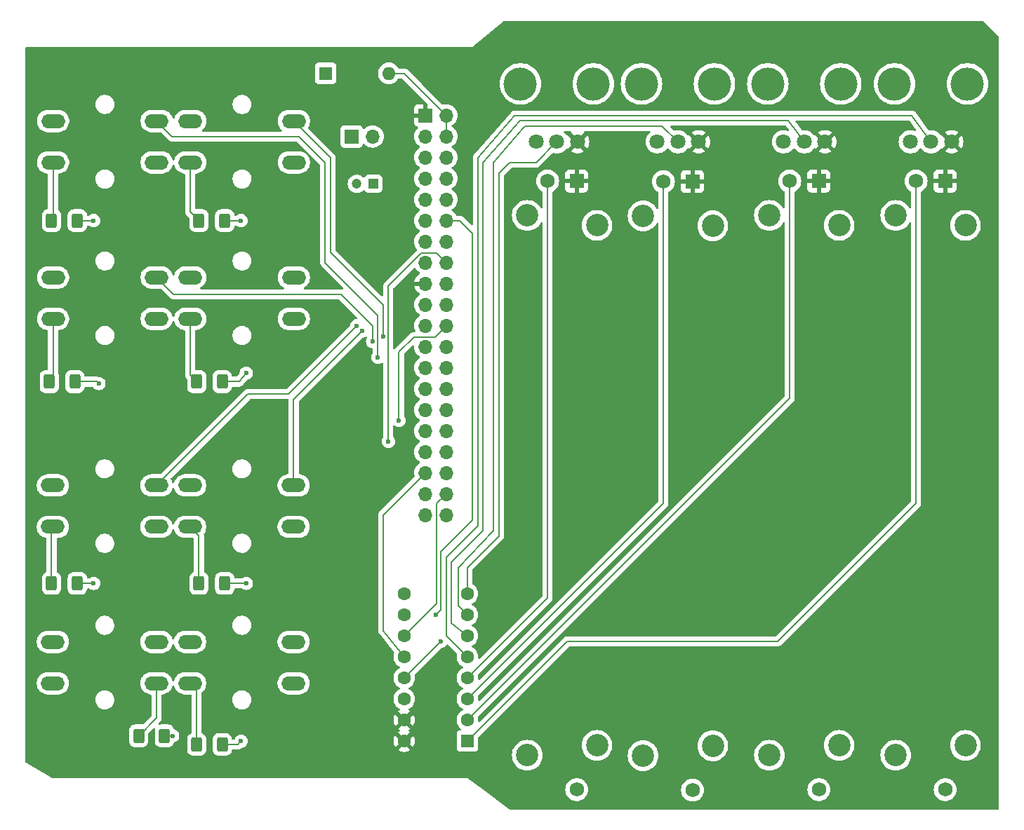
<source format=gbr>
%TF.GenerationSoftware,KiCad,Pcbnew,8.0.5*%
%TF.CreationDate,2025-03-05T22:35:12-05:00*%
%TF.ProjectId,gamepad,67616d65-7061-4642-9e6b-696361645f70,rev?*%
%TF.SameCoordinates,Original*%
%TF.FileFunction,Copper,L1,Top*%
%TF.FilePolarity,Positive*%
%FSLAX46Y46*%
G04 Gerber Fmt 4.6, Leading zero omitted, Abs format (unit mm)*
G04 Created by KiCad (PCBNEW 8.0.5) date 2025-03-05 22:35:12*
%MOMM*%
%LPD*%
G01*
G04 APERTURE LIST*
G04 Aperture macros list*
%AMRoundRect*
0 Rectangle with rounded corners*
0 $1 Rounding radius*
0 $2 $3 $4 $5 $6 $7 $8 $9 X,Y pos of 4 corners*
0 Add a 4 corners polygon primitive as box body*
4,1,4,$2,$3,$4,$5,$6,$7,$8,$9,$2,$3,0*
0 Add four circle primitives for the rounded corners*
1,1,$1+$1,$2,$3*
1,1,$1+$1,$4,$5*
1,1,$1+$1,$6,$7*
1,1,$1+$1,$8,$9*
0 Add four rect primitives between the rounded corners*
20,1,$1+$1,$2,$3,$4,$5,0*
20,1,$1+$1,$4,$5,$6,$7,0*
20,1,$1+$1,$6,$7,$8,$9,0*
20,1,$1+$1,$8,$9,$2,$3,0*%
G04 Aperture macros list end*
%TA.AperFunction,SMDPad,CuDef*%
%ADD10RoundRect,0.250000X-0.400000X-0.625000X0.400000X-0.625000X0.400000X0.625000X-0.400000X0.625000X0*%
%TD*%
%TA.AperFunction,ComponentPad*%
%ADD11O,2.900000X1.700000*%
%TD*%
%TA.AperFunction,ComponentPad*%
%ADD12R,1.750000X1.750000*%
%TD*%
%TA.AperFunction,ComponentPad*%
%ADD13C,1.750000*%
%TD*%
%TA.AperFunction,ComponentPad*%
%ADD14C,2.700000*%
%TD*%
%TA.AperFunction,WasherPad*%
%ADD15C,4.000000*%
%TD*%
%TA.AperFunction,ComponentPad*%
%ADD16C,1.800000*%
%TD*%
%TA.AperFunction,ComponentPad*%
%ADD17R,1.200000X1.200000*%
%TD*%
%TA.AperFunction,ComponentPad*%
%ADD18C,1.200000*%
%TD*%
%TA.AperFunction,ComponentPad*%
%ADD19R,1.700000X1.700000*%
%TD*%
%TA.AperFunction,ComponentPad*%
%ADD20O,1.700000X1.700000*%
%TD*%
%TA.AperFunction,ComponentPad*%
%ADD21R,1.600000X1.600000*%
%TD*%
%TA.AperFunction,ComponentPad*%
%ADD22O,1.600000X1.600000*%
%TD*%
%TA.AperFunction,ComponentPad*%
%ADD23C,1.600000*%
%TD*%
%TA.AperFunction,ViaPad*%
%ADD24C,0.600000*%
%TD*%
%TA.AperFunction,Conductor*%
%ADD25C,0.200000*%
%TD*%
G04 APERTURE END LIST*
D10*
%TO.P,R7,1*%
%TO.N,Net-(R7-Pad1)*%
X104140000Y-76835000D03*
%TO.P,R7,2*%
%TO.N,GND*%
X107240000Y-76835000D03*
%TD*%
D11*
%TO.P,SW6,1,1*%
%TO.N,BTN6*%
X86540000Y-83705000D03*
X99040000Y-83705000D03*
%TO.P,SW6,2,2*%
%TO.N,Net-(R6-Pad1)*%
X86540000Y-88705000D03*
X99040000Y-88705000D03*
%TD*%
%TO.P,SW5,1,1*%
%TO.N,BTN5*%
X86540000Y-64810000D03*
X99040000Y-64810000D03*
%TO.P,SW5,2,2*%
%TO.N,Net-(R5-Pad1)*%
X86540000Y-69810000D03*
X99040000Y-69810000D03*
%TD*%
D12*
%TO.P,RV2,1,1*%
%TO.N,3V3*%
X178915000Y-72065000D03*
D13*
%TO.P,RV2,2,2*%
%TO.N,Net-(U1-CH1)*%
X175415000Y-72065000D03*
%TO.P,RV2,3,3*%
%TO.N,GND*%
X178915000Y-145565000D03*
D14*
%TO.P,RV2,MP*%
%TO.N,N/C*%
X172965000Y-76215000D03*
X181365000Y-77415000D03*
X181365000Y-140215000D03*
X172965000Y-141415000D03*
%TD*%
D11*
%TO.P,SW4,1,1*%
%TO.N,BTN4*%
X103070000Y-127715000D03*
X115570000Y-127715000D03*
%TO.P,SW4,2,2*%
%TO.N,Net-(R4-Pad1)*%
X103070000Y-132715000D03*
X115570000Y-132715000D03*
%TD*%
%TO.P,SW2,1,1*%
%TO.N,BTN2*%
X86520000Y-127715000D03*
X99020000Y-127715000D03*
%TO.P,SW2,2,2*%
%TO.N,Net-(R2-Pad1)*%
X86520000Y-132715000D03*
X99020000Y-132715000D03*
%TD*%
D10*
%TO.P,R5,1*%
%TO.N,Net-(R5-Pad1)*%
X86360000Y-76835000D03*
%TO.P,R5,2*%
%TO.N,GND*%
X89460000Y-76835000D03*
%TD*%
D12*
%TO.P,RV1,1,1*%
%TO.N,3V3*%
X194155000Y-72065000D03*
D13*
%TO.P,RV1,2,2*%
%TO.N,Net-(U1-CH0)*%
X190655000Y-72065000D03*
%TO.P,RV1,3,3*%
%TO.N,GND*%
X194155000Y-145565000D03*
D14*
%TO.P,RV1,MP*%
%TO.N,N/C*%
X188205000Y-76215000D03*
X196605000Y-77415000D03*
X196605000Y-140215000D03*
X188205000Y-141415000D03*
%TD*%
D10*
%TO.P,R3,1*%
%TO.N,Net-(R3-Pad1)*%
X104140000Y-120650000D03*
%TO.P,R3,2*%
%TO.N,GND*%
X107240000Y-120650000D03*
%TD*%
D11*
%TO.P,SW3,1,1*%
%TO.N,BTN3*%
X103070000Y-108820000D03*
X115570000Y-108820000D03*
%TO.P,SW3,2,2*%
%TO.N,Net-(R3-Pad1)*%
X103070000Y-113820000D03*
X115570000Y-113820000D03*
%TD*%
%TO.P,SW7,1,1*%
%TO.N,BTN7*%
X103090000Y-64810000D03*
X115590000Y-64810000D03*
%TO.P,SW7,2,2*%
%TO.N,Net-(R7-Pad1)*%
X103090000Y-69810000D03*
X115590000Y-69810000D03*
%TD*%
%TO.P,SW1,1,1*%
%TO.N,BTN1*%
X86520000Y-108820000D03*
X99020000Y-108820000D03*
%TO.P,SW1,2,2*%
%TO.N,Net-(R1-Pad1)*%
X86520000Y-113820000D03*
X99020000Y-113820000D03*
%TD*%
D10*
%TO.P,R2,1*%
%TO.N,Net-(R2-Pad1)*%
X96875000Y-139065000D03*
%TO.P,R2,2*%
%TO.N,GND*%
X99975000Y-139065000D03*
%TD*%
D15*
%TO.P,RV7,*%
%TO.N,*%
X157525000Y-60325000D03*
X166325000Y-60325000D03*
D16*
%TO.P,RV7,1,1*%
%TO.N,3V3*%
X164425000Y-67325000D03*
%TO.P,RV7,2,2*%
%TO.N,Net-(U1-CH6)*%
X161925000Y-67325000D03*
%TO.P,RV7,3,3*%
%TO.N,GND*%
X159425000Y-67325000D03*
%TD*%
D10*
%TO.P,R4,1*%
%TO.N,Net-(R4-Pad1)*%
X103860000Y-140105000D03*
%TO.P,R4,2*%
%TO.N,GND*%
X106960000Y-140105000D03*
%TD*%
D12*
%TO.P,RV3,1,1*%
%TO.N,3V3*%
X163675000Y-72120000D03*
D13*
%TO.P,RV3,2,2*%
%TO.N,Net-(U1-CH2)*%
X160175000Y-72120000D03*
%TO.P,RV3,3,3*%
%TO.N,GND*%
X163675000Y-145620000D03*
D14*
%TO.P,RV3,MP*%
%TO.N,N/C*%
X157725000Y-76270000D03*
X166125000Y-77470000D03*
X166125000Y-140270000D03*
X157725000Y-141470000D03*
%TD*%
D17*
%TO.P,C1,1*%
%TO.N,5V*%
X125190000Y-72390000D03*
D18*
%TO.P,C1,2*%
%TO.N,GND*%
X123190000Y-72390000D03*
%TD*%
D19*
%TO.P,J1,1,Pin_1*%
%TO.N,Net-(J1-Pin_1)*%
X122550000Y-66675000D03*
D20*
%TO.P,J1,2,Pin_2*%
%TO.N,GND*%
X125090000Y-66675000D03*
%TD*%
D15*
%TO.P,RV5,*%
%TO.N,*%
X188050000Y-60325000D03*
X196850000Y-60325000D03*
D16*
%TO.P,RV5,1,1*%
%TO.N,3V3*%
X194950000Y-67325000D03*
%TO.P,RV5,2,2*%
%TO.N,Net-(U1-CH4)*%
X192450000Y-67325000D03*
%TO.P,RV5,3,3*%
%TO.N,GND*%
X189950000Y-67325000D03*
%TD*%
D15*
%TO.P,RV6,*%
%TO.N,*%
X172765000Y-60325000D03*
X181565000Y-60325000D03*
D16*
%TO.P,RV6,1,1*%
%TO.N,3V3*%
X179665000Y-67325000D03*
%TO.P,RV6,2,2*%
%TO.N,Net-(U1-CH5)*%
X177165000Y-67325000D03*
%TO.P,RV6,3,3*%
%TO.N,GND*%
X174665000Y-67325000D03*
%TD*%
D21*
%TO.P,SW9,1,A*%
%TO.N,Net-(J1-Pin_1)*%
X119422500Y-59055000D03*
D22*
%TO.P,SW9,2,B*%
%TO.N,5V*%
X127042500Y-59055000D03*
%TD*%
D15*
%TO.P,RV8,*%
%TO.N,*%
X142920000Y-60325000D03*
X151720000Y-60325000D03*
D16*
%TO.P,RV8,1,1*%
%TO.N,3V3*%
X149820000Y-67325000D03*
%TO.P,RV8,2,2*%
%TO.N,Net-(U1-CH7)*%
X147320000Y-67325000D03*
%TO.P,RV8,3,3*%
%TO.N,GND*%
X144820000Y-67325000D03*
%TD*%
D12*
%TO.P,RV4,1,1*%
%TO.N,3V3*%
X149705000Y-72065000D03*
D13*
%TO.P,RV4,2,2*%
%TO.N,Net-(U1-CH3)*%
X146205000Y-72065000D03*
%TO.P,RV4,3,3*%
%TO.N,GND*%
X149705000Y-145565000D03*
D14*
%TO.P,RV4,MP*%
%TO.N,N/C*%
X143755000Y-76215000D03*
X152155000Y-77415000D03*
X152155000Y-140215000D03*
X143755000Y-141415000D03*
%TD*%
D11*
%TO.P,SW8,1,1*%
%TO.N,BTN8*%
X103090000Y-83705000D03*
X115590000Y-83705000D03*
%TO.P,SW8,2,2*%
%TO.N,Net-(R8-Pad1)*%
X103090000Y-88705000D03*
X115590000Y-88705000D03*
%TD*%
D10*
%TO.P,R1,1*%
%TO.N,Net-(R1-Pad1)*%
X86360000Y-120650000D03*
%TO.P,R1,2*%
%TO.N,GND*%
X89460000Y-120650000D03*
%TD*%
%TO.P,R6,1*%
%TO.N,Net-(R6-Pad1)*%
X86080000Y-96290000D03*
%TO.P,R6,2*%
%TO.N,GND*%
X89180000Y-96290000D03*
%TD*%
%TO.P,R8,1*%
%TO.N,Net-(R8-Pad1)*%
X103860000Y-96290000D03*
%TO.P,R8,2*%
%TO.N,GND*%
X106960000Y-96290000D03*
%TD*%
D19*
%TO.P,J2,1,3V3*%
%TO.N,3V3*%
X131445000Y-64135000D03*
D20*
%TO.P,J2,2,5V*%
%TO.N,5V*%
X133985000Y-64135000D03*
%TO.P,J2,3,SDA/GPIO2*%
%TO.N,unconnected-(J2-SDA{slash}GPIO2-Pad3)*%
X131445000Y-66675000D03*
%TO.P,J2,4,5V*%
%TO.N,5V*%
X133985000Y-66675000D03*
%TO.P,J2,5,SCL/GPIO3*%
%TO.N,unconnected-(J2-SCL{slash}GPIO3-Pad5)*%
X131445000Y-69215000D03*
%TO.P,J2,6,GND*%
%TO.N,GND*%
X133985000Y-69215000D03*
%TO.P,J2,7,GCLK0/GPIO4*%
%TO.N,BTN8*%
X131445000Y-71755000D03*
%TO.P,J2,8,GPIO14/TXD*%
%TO.N,unconnected-(J2-GPIO14{slash}TXD-Pad8)*%
X133985000Y-71755000D03*
%TO.P,J2,9,GND*%
%TO.N,GND*%
X131445000Y-74295000D03*
%TO.P,J2,10,GPIO15/RXD*%
%TO.N,unconnected-(J2-GPIO15{slash}RXD-Pad10)*%
X133985000Y-74295000D03*
%TO.P,J2,11,GPIO17*%
%TO.N,unconnected-(J2-GPIO17-Pad11)*%
X131445000Y-76835000D03*
%TO.P,J2,12,GPIO18/PWM0*%
%TO.N,SPI1-CS0*%
X133985000Y-76835000D03*
%TO.P,J2,13,GPIO27*%
%TO.N,unconnected-(J2-GPIO27-Pad13)*%
X131445000Y-79375000D03*
%TO.P,J2,14,GND*%
%TO.N,GND*%
X133985000Y-79375000D03*
%TO.P,J2,15,GPIO22*%
%TO.N,BTN1*%
X131445000Y-81915000D03*
%TO.P,J2,16,GPIO23*%
%TO.N,BTN2*%
X133985000Y-81915000D03*
%TO.P,J2,17,3V3*%
%TO.N,3V3*%
X131445000Y-84455000D03*
%TO.P,J2,18,GPIO24*%
%TO.N,BTN3*%
X133985000Y-84455000D03*
%TO.P,J2,19,MOSI0/GPIO10*%
%TO.N,unconnected-(J2-MOSI0{slash}GPIO10-Pad19)*%
X131445000Y-86995000D03*
%TO.P,J2,20,GND*%
%TO.N,GND*%
X133985000Y-86995000D03*
%TO.P,J2,21,MISO0/GPIO9*%
%TO.N,unconnected-(J2-MISO0{slash}GPIO9-Pad21)*%
X131445000Y-89535000D03*
%TO.P,J2,22,GPIO25*%
%TO.N,BTN4*%
X133985000Y-89535000D03*
%TO.P,J2,23,SCLK0/GPIO11*%
%TO.N,unconnected-(J2-SCLK0{slash}GPIO11-Pad23)*%
X131445000Y-92075000D03*
%TO.P,J2,24,~{CE0}/GPIO8*%
%TO.N,unconnected-(J2-~{CE0}{slash}GPIO8-Pad24)*%
X133985000Y-92075000D03*
%TO.P,J2,25,GND*%
%TO.N,GND*%
X131445000Y-94615000D03*
%TO.P,J2,26,~{CE1}/GPIO7*%
%TO.N,unconnected-(J2-~{CE1}{slash}GPIO7-Pad26)*%
X133985000Y-94615000D03*
%TO.P,J2,27,ID_SD/GPIO0*%
%TO.N,unconnected-(J2-ID_SD{slash}GPIO0-Pad27)*%
X131445000Y-97155000D03*
%TO.P,J2,28,ID_SC/GPIO1*%
%TO.N,unconnected-(J2-ID_SC{slash}GPIO1-Pad28)*%
X133985000Y-97155000D03*
%TO.P,J2,29,GCLK1/GPIO5*%
%TO.N,BTN7*%
X131445000Y-99695000D03*
%TO.P,J2,30,GND*%
%TO.N,GND*%
X133985000Y-99695000D03*
%TO.P,J2,31,GCLK2/GPIO6*%
%TO.N,BTN6*%
X131445000Y-102235000D03*
%TO.P,J2,32,PWM0/GPIO12*%
%TO.N,BTN5*%
X133985000Y-102235000D03*
%TO.P,J2,33,PWM1/GPIO13*%
%TO.N,unconnected-(J2-PWM1{slash}GPIO13-Pad33)*%
X131445000Y-104775000D03*
%TO.P,J2,34,GND*%
%TO.N,GND*%
X133985000Y-104775000D03*
%TO.P,J2,35,GPIO19/MISO1*%
%TO.N,SPI1-MISO*%
X131445000Y-107315000D03*
%TO.P,J2,36,GPIO16*%
%TO.N,unconnected-(J2-GPIO16-Pad36)*%
X133985000Y-107315000D03*
%TO.P,J2,37,GPIO26*%
%TO.N,unconnected-(J2-GPIO26-Pad37)*%
X131445000Y-109855000D03*
%TO.P,J2,38,GPIO20/MOSI1*%
%TO.N,SPI1-MOSI*%
X133985000Y-109855000D03*
%TO.P,J2,39,GND*%
%TO.N,GND*%
X131445000Y-112395000D03*
%TO.P,J2,40,GPIO21/SCLK1*%
%TO.N,SPI1-CLK*%
X133985000Y-112395000D03*
%TD*%
D21*
%TO.P,U1,1,CH0*%
%TO.N,Net-(U1-CH0)*%
X136525000Y-139700000D03*
D23*
%TO.P,U1,2,CH1*%
%TO.N,Net-(U1-CH1)*%
X136525000Y-137160000D03*
%TO.P,U1,3,CH2*%
%TO.N,Net-(U1-CH2)*%
X136525000Y-134620000D03*
%TO.P,U1,4,CH3*%
%TO.N,Net-(U1-CH3)*%
X136525000Y-132080000D03*
%TO.P,U1,5,CH4*%
%TO.N,Net-(U1-CH4)*%
X136525000Y-129540000D03*
%TO.P,U1,6,CH5*%
%TO.N,Net-(U1-CH5)*%
X136525000Y-127000000D03*
%TO.P,U1,7,CH6*%
%TO.N,Net-(U1-CH6)*%
X136525000Y-124460000D03*
%TO.P,U1,8,CH7*%
%TO.N,Net-(U1-CH7)*%
X136525000Y-121920000D03*
%TO.P,U1,9,DGND*%
%TO.N,GND*%
X128905000Y-121920000D03*
%TO.P,U1,10,~{CS}/SHDN*%
%TO.N,SPI1-CS0*%
X128905000Y-124460000D03*
%TO.P,U1,11,Din*%
%TO.N,SPI1-MOSI*%
X128905000Y-127000000D03*
%TO.P,U1,12,Dout*%
%TO.N,SPI1-MISO*%
X128905000Y-129540000D03*
%TO.P,U1,13,CLK*%
%TO.N,SPI1-CLK*%
X128905000Y-132080000D03*
%TO.P,U1,14,AGND*%
%TO.N,GND*%
X128905000Y-134620000D03*
%TO.P,U1,15,Vref*%
%TO.N,3V3*%
X128905000Y-137160000D03*
%TO.P,U1,16,Vdd*%
X128905000Y-139700000D03*
%TD*%
D24*
%TO.N,SPI1-CS0*%
X132715000Y-124460000D03*
%TO.N,GND*%
X109855000Y-120650000D03*
X92075000Y-96520000D03*
X91440000Y-76835000D03*
X109220000Y-139700000D03*
X91440000Y-120650000D03*
X109220000Y-76835000D03*
X109855000Y-95250000D03*
X100965000Y-139065000D03*
%TO.N,BTN2*%
X127000000Y-103505000D03*
%TO.N,BTN7*%
X126365000Y-90805000D03*
%TO.N,BTN3*%
X123825000Y-90170000D03*
%TO.N,BTN4*%
X128270000Y-100965000D03*
%TO.N,BTN1*%
X123190000Y-89535000D03*
%TO.N,SPI1-CLK*%
X133350000Y-127635000D03*
%TO.N,BTN6*%
X125095000Y-91440000D03*
%TO.N,BTN5*%
X125730000Y-93345000D03*
%TD*%
D25*
%TO.N,SPI1-MISO*%
X126365000Y-112395000D02*
X131445000Y-107315000D01*
X126365000Y-126365000D02*
X126365000Y-112395000D01*
X128905000Y-129540000D02*
X126365000Y-126365000D01*
%TO.N,SPI1-CS0*%
X133350000Y-123825000D02*
X132715000Y-124460000D01*
X133350000Y-116840000D02*
X133350000Y-123825000D01*
%TO.N,GND*%
X107240000Y-120650000D02*
X109855000Y-120650000D01*
X108990000Y-96290000D02*
X106960000Y-96290000D01*
X89460000Y-76835000D02*
X91440000Y-76835000D01*
X109855000Y-95250000D02*
X108990000Y-96290000D01*
X89180000Y-96290000D02*
X91845000Y-96290000D01*
X91845000Y-96290000D02*
X92075000Y-96520000D01*
X106960000Y-140105000D02*
X108815000Y-140105000D01*
X107240000Y-76835000D02*
X109220000Y-76835000D01*
X89460000Y-120650000D02*
X91440000Y-120650000D01*
X99975000Y-139065000D02*
X100965000Y-139065000D01*
X108815000Y-140105000D02*
X109220000Y-139700000D01*
%TO.N,5V*%
X128905000Y-59055000D02*
X133985000Y-64135000D01*
X127042500Y-59055000D02*
X128905000Y-59055000D01*
X133985000Y-66675000D02*
X133985000Y-64135000D01*
%TO.N,BTN2*%
X132835000Y-80765000D02*
X133985000Y-81915000D01*
X127000000Y-103505000D02*
X126965000Y-103470000D01*
X126965000Y-103470000D02*
X126965000Y-84768654D01*
X130968654Y-80765000D02*
X132835000Y-80765000D01*
X126965000Y-84768654D02*
X130968654Y-80765000D01*
%TO.N,BTN7*%
X120015000Y-69235000D02*
X120015000Y-80645000D01*
X120015000Y-80645000D02*
X126365000Y-86995000D01*
X115590000Y-64810000D02*
X120015000Y-69235000D01*
X126365000Y-86995000D02*
X126365000Y-90805000D01*
%TO.N,BTN3*%
X115570000Y-98425000D02*
X123825000Y-90170000D01*
X115570000Y-108820000D02*
X115570000Y-98425000D01*
%TO.N,SPI1-CS0*%
X137160000Y-113030000D02*
X133350000Y-116840000D01*
X133985000Y-76835000D02*
X135611346Y-76835000D01*
X135611346Y-76835000D02*
X137160000Y-78383654D01*
X137160000Y-78383654D02*
X137160000Y-113030000D01*
%TO.N,BTN4*%
X133985000Y-89535000D02*
X132595000Y-90925000D01*
X128270000Y-100965000D02*
X128270000Y-92710000D01*
X132595000Y-90925000D02*
X130055000Y-90925000D01*
X130055000Y-90925000D02*
X128270000Y-92710000D01*
%TO.N,BTN1*%
X110050000Y-97790000D02*
X114935000Y-97790000D01*
X114935000Y-97790000D02*
X123190000Y-89535000D01*
X99020000Y-108820000D02*
X110050000Y-97790000D01*
%TO.N,SPI1-CLK*%
X128905000Y-132080000D02*
X133350000Y-127635000D01*
%TO.N,SPI1-MOSI*%
X132835000Y-111005000D02*
X133985000Y-109855000D01*
X128905000Y-127000000D02*
X132835000Y-123070000D01*
X132835000Y-123070000D02*
X132835000Y-111005000D01*
%TO.N,Net-(R2-Pad1)*%
X86080000Y-133155000D02*
X86520000Y-132715000D01*
X99020000Y-136920000D02*
X96875000Y-139065000D01*
X99020000Y-132715000D02*
X99020000Y-136920000D01*
%TO.N,Net-(R3-Pad1)*%
X104140000Y-120650000D02*
X104140000Y-114890000D01*
X104140000Y-114890000D02*
X103070000Y-113820000D01*
%TO.N,Net-(R4-Pad1)*%
X103860000Y-133505000D02*
X103070000Y-132715000D01*
X103860000Y-140105000D02*
X103860000Y-133505000D01*
%TO.N,Net-(R5-Pad1)*%
X86540000Y-76655000D02*
X86360000Y-76835000D01*
X86540000Y-69810000D02*
X86540000Y-76655000D01*
%TO.N,Net-(R6-Pad1)*%
X86540000Y-88705000D02*
X86540000Y-95830000D01*
X86540000Y-95830000D02*
X86080000Y-96290000D01*
%TO.N,Net-(R7-Pad1)*%
X103090000Y-75785000D02*
X104140000Y-76835000D01*
X103090000Y-69810000D02*
X103090000Y-75785000D01*
%TO.N,Net-(R8-Pad1)*%
X103090000Y-95520000D02*
X103860000Y-96290000D01*
X103090000Y-88705000D02*
X103090000Y-95520000D01*
%TO.N,BTN6*%
X99040000Y-83705000D02*
X101060000Y-85725000D01*
X101060000Y-85725000D02*
X121285000Y-85725000D01*
X125095000Y-89535000D02*
X125095000Y-91440000D01*
X121285000Y-85725000D02*
X125095000Y-89535000D01*
%TO.N,BTN5*%
X119380000Y-69850000D02*
X119380000Y-81915000D01*
X116205000Y-66675000D02*
X119380000Y-69850000D01*
X99040000Y-64810000D02*
X100905000Y-66675000D01*
X119380000Y-81915000D02*
X125730000Y-88265000D01*
X100905000Y-66675000D02*
X116205000Y-66675000D01*
X125730000Y-88265000D02*
X125730000Y-93345000D01*
%TO.N,Net-(R1-Pad1)*%
X86360000Y-113980000D02*
X86520000Y-113820000D01*
X86360000Y-120650000D02*
X86360000Y-113980000D01*
%TO.N,Net-(U1-CH0)*%
X190655000Y-110970000D02*
X173990000Y-127635000D01*
X148590000Y-127635000D02*
X136525000Y-139700000D01*
X173990000Y-127635000D02*
X148590000Y-127635000D01*
X190655000Y-72065000D02*
X190655000Y-110970000D01*
%TO.N,Net-(U1-CH1)*%
X175415000Y-72065000D02*
X175415000Y-98270000D01*
X175415000Y-98270000D02*
X136525000Y-137160000D01*
%TO.N,Net-(U1-CH2)*%
X160175000Y-72120000D02*
X160175000Y-110970000D01*
X160175000Y-110970000D02*
X136525000Y-134620000D01*
%TO.N,Net-(U1-CH3)*%
X146205000Y-122400000D02*
X136525000Y-132080000D01*
X146205000Y-72065000D02*
X146205000Y-122400000D01*
%TO.N,Net-(U1-CH4)*%
X142240000Y-64135000D02*
X190130000Y-64135000D01*
X190130000Y-64135000D02*
X192450000Y-67325000D01*
X133985000Y-117475000D02*
X137795000Y-113665000D01*
X137795000Y-113665000D02*
X137795000Y-69215000D01*
X137795000Y-69215000D02*
X142240000Y-64135000D01*
X133985000Y-127000000D02*
X133985000Y-117475000D01*
X136525000Y-129540000D02*
X133985000Y-127000000D01*
%TO.N,Net-(U1-CH5)*%
X136525000Y-127000000D02*
X134620000Y-125500000D01*
X134620000Y-125500000D02*
X134620000Y-118110000D01*
X142875000Y-64770000D02*
X175260000Y-64770000D01*
X134620000Y-118110000D02*
X138430000Y-114300000D01*
X175260000Y-64770000D02*
X177165000Y-67325000D01*
X138430000Y-69850000D02*
X142875000Y-64770000D01*
X138430000Y-114300000D02*
X138430000Y-69850000D01*
%TO.N,Net-(U1-CH6)*%
X143228376Y-65686624D02*
X143510000Y-65405000D01*
X136525000Y-124460000D02*
X135425000Y-123360000D01*
X143510000Y-65405000D02*
X160020000Y-65405000D01*
X139700000Y-114300000D02*
X139700000Y-69850000D01*
X139700000Y-69850000D02*
X143228376Y-65686624D01*
X135425000Y-118745000D02*
X139700000Y-114300000D01*
X160020000Y-65405000D02*
X160020000Y-65420000D01*
X135425000Y-123360000D02*
X135425000Y-118745000D01*
X160020000Y-65420000D02*
X161925000Y-67325000D01*
%TO.N,Net-(U1-CH7)*%
X144795000Y-69850000D02*
X147320000Y-67325000D01*
X141605000Y-69850000D02*
X144795000Y-69850000D01*
X136525000Y-121920000D02*
X136525000Y-118745000D01*
X140335000Y-71120000D02*
X141605000Y-69850000D01*
X136525000Y-118745000D02*
X140335000Y-114935000D01*
X140335000Y-114935000D02*
X140335000Y-71120000D01*
%TD*%
%TA.AperFunction,Conductor*%
%TO.N,3V3*%
G36*
X130187425Y-82497976D02*
G01*
X130243358Y-82539848D01*
X130256473Y-82561752D01*
X130270966Y-82592832D01*
X130276575Y-82600842D01*
X130406501Y-82786396D01*
X130406506Y-82786402D01*
X130573597Y-82953493D01*
X130573603Y-82953498D01*
X130759594Y-83083730D01*
X130803219Y-83138307D01*
X130810413Y-83207805D01*
X130778890Y-83270160D01*
X130759595Y-83286880D01*
X130573922Y-83416890D01*
X130573920Y-83416891D01*
X130406891Y-83583920D01*
X130406886Y-83583926D01*
X130271400Y-83777420D01*
X130271399Y-83777422D01*
X130171570Y-83991507D01*
X130171567Y-83991513D01*
X130114364Y-84204999D01*
X130114364Y-84205000D01*
X131011988Y-84205000D01*
X130979075Y-84262007D01*
X130945000Y-84389174D01*
X130945000Y-84520826D01*
X130979075Y-84647993D01*
X131011988Y-84705000D01*
X130114364Y-84705000D01*
X130171567Y-84918486D01*
X130171570Y-84918492D01*
X130271399Y-85132578D01*
X130406894Y-85326082D01*
X130573917Y-85493105D01*
X130759595Y-85623119D01*
X130803219Y-85677696D01*
X130810412Y-85747195D01*
X130778890Y-85809549D01*
X130759595Y-85826269D01*
X130573594Y-85956508D01*
X130406505Y-86123597D01*
X130270965Y-86317169D01*
X130270964Y-86317171D01*
X130171098Y-86531335D01*
X130171094Y-86531344D01*
X130109938Y-86759586D01*
X130109936Y-86759596D01*
X130089341Y-86994999D01*
X130089341Y-86995000D01*
X130109936Y-87230403D01*
X130109938Y-87230413D01*
X130171094Y-87458655D01*
X130171096Y-87458659D01*
X130171097Y-87458663D01*
X130251004Y-87630023D01*
X130270965Y-87672830D01*
X130270967Y-87672834D01*
X130377661Y-87825208D01*
X130406501Y-87866396D01*
X130406506Y-87866402D01*
X130573597Y-88033493D01*
X130573603Y-88033498D01*
X130759158Y-88163425D01*
X130802783Y-88218002D01*
X130809977Y-88287500D01*
X130778454Y-88349855D01*
X130759158Y-88366575D01*
X130573597Y-88496505D01*
X130406505Y-88663597D01*
X130270965Y-88857169D01*
X130270964Y-88857171D01*
X130171098Y-89071335D01*
X130171094Y-89071344D01*
X130109938Y-89299586D01*
X130109936Y-89299596D01*
X130089341Y-89534999D01*
X130089341Y-89535000D01*
X130109936Y-89770403D01*
X130109938Y-89770413D01*
X130171094Y-89998655D01*
X130171097Y-89998663D01*
X130240779Y-90148096D01*
X130251271Y-90217172D01*
X130222751Y-90280956D01*
X130164275Y-90319196D01*
X130128397Y-90324500D01*
X129975942Y-90324500D01*
X129823215Y-90365423D01*
X129823214Y-90365423D01*
X129823212Y-90365424D01*
X129823209Y-90365425D01*
X129773096Y-90394359D01*
X129773095Y-90394360D01*
X129729689Y-90419420D01*
X129686285Y-90444479D01*
X129686282Y-90444481D01*
X127789479Y-92341284D01*
X127787873Y-92343378D01*
X127786068Y-92344695D01*
X127783733Y-92347031D01*
X127783368Y-92346666D01*
X127731443Y-92384579D01*
X127661697Y-92388731D01*
X127600778Y-92354516D01*
X127568028Y-92292797D01*
X127565500Y-92267888D01*
X127565500Y-85068750D01*
X127585185Y-85001711D01*
X127601814Y-84981074D01*
X130056412Y-82526475D01*
X130117733Y-82492992D01*
X130187425Y-82497976D01*
G37*
%TD.AperFunction*%
%TA.AperFunction,Conductor*%
G36*
X148966680Y-66025185D02*
G01*
X149012435Y-66077989D01*
X149023403Y-66137185D01*
X149021200Y-66172647D01*
X149690591Y-66842037D01*
X149627007Y-66859075D01*
X149512993Y-66924901D01*
X149419901Y-67017993D01*
X149354075Y-67132007D01*
X149337037Y-67195591D01*
X148668811Y-66527365D01*
X148664029Y-66527861D01*
X148620959Y-66564618D01*
X148551728Y-66574041D01*
X148488392Y-66544538D01*
X148466489Y-66519260D01*
X148428983Y-66461852D01*
X148428980Y-66461849D01*
X148428979Y-66461847D01*
X148271784Y-66291087D01*
X148189898Y-66227353D01*
X148149086Y-66170643D01*
X148145411Y-66100870D01*
X148180042Y-66040187D01*
X148241984Y-66007860D01*
X148266061Y-66005500D01*
X148899641Y-66005500D01*
X148966680Y-66025185D01*
G37*
%TD.AperFunction*%
%TA.AperFunction,Conductor*%
G36*
X198770677Y-52724685D02*
G01*
X198791319Y-52741319D01*
X200623681Y-54573681D01*
X200657166Y-54635004D01*
X200660000Y-54661362D01*
X200660000Y-147831000D01*
X200640315Y-147898039D01*
X200587511Y-147943794D01*
X200536000Y-147955000D01*
X198755000Y-147955000D01*
X141646333Y-147955000D01*
X141579294Y-147935315D01*
X141571933Y-147930200D01*
X141529052Y-147898039D01*
X138418324Y-145564993D01*
X148324786Y-145564993D01*
X148324786Y-145565006D01*
X148343608Y-145792168D01*
X148343610Y-145792179D01*
X148399569Y-146013155D01*
X148491137Y-146221908D01*
X148615814Y-146412742D01*
X148770208Y-146580458D01*
X148770212Y-146580461D01*
X148840872Y-146635458D01*
X148950094Y-146720469D01*
X148950096Y-146720470D01*
X148950099Y-146720472D01*
X149051720Y-146775466D01*
X149150574Y-146828963D01*
X149262529Y-146867397D01*
X149366173Y-146902979D01*
X149366175Y-146902979D01*
X149366177Y-146902980D01*
X149591023Y-146940500D01*
X149591024Y-146940500D01*
X149818976Y-146940500D01*
X149818977Y-146940500D01*
X150043823Y-146902980D01*
X150259426Y-146828963D01*
X150459906Y-146720469D01*
X150639794Y-146580456D01*
X150794183Y-146412745D01*
X150918862Y-146221909D01*
X151010430Y-146013155D01*
X151066390Y-145792176D01*
X151066391Y-145792168D01*
X151080658Y-145619993D01*
X162294786Y-145619993D01*
X162294786Y-145620006D01*
X162313608Y-145847168D01*
X162313610Y-145847179D01*
X162369569Y-146068155D01*
X162461137Y-146276908D01*
X162585814Y-146467742D01*
X162585817Y-146467745D01*
X162689579Y-146580461D01*
X162740208Y-146635458D01*
X162740212Y-146635461D01*
X162920094Y-146775469D01*
X162920096Y-146775470D01*
X162920099Y-146775472D01*
X163018946Y-146828965D01*
X163120574Y-146883963D01*
X163232529Y-146922397D01*
X163336173Y-146957979D01*
X163336175Y-146957979D01*
X163336177Y-146957980D01*
X163561023Y-146995500D01*
X163561024Y-146995500D01*
X163788976Y-146995500D01*
X163788977Y-146995500D01*
X164013823Y-146957980D01*
X164229426Y-146883963D01*
X164429906Y-146775469D01*
X164609794Y-146635456D01*
X164764183Y-146467745D01*
X164888862Y-146276909D01*
X164980430Y-146068155D01*
X165036390Y-145847176D01*
X165040947Y-145792179D01*
X165055214Y-145620006D01*
X165055214Y-145619993D01*
X165050657Y-145564993D01*
X177534786Y-145564993D01*
X177534786Y-145565006D01*
X177553608Y-145792168D01*
X177553610Y-145792179D01*
X177609569Y-146013155D01*
X177701137Y-146221908D01*
X177825814Y-146412742D01*
X177980208Y-146580458D01*
X177980212Y-146580461D01*
X178050872Y-146635458D01*
X178160094Y-146720469D01*
X178160096Y-146720470D01*
X178160099Y-146720472D01*
X178261720Y-146775466D01*
X178360574Y-146828963D01*
X178472529Y-146867397D01*
X178576173Y-146902979D01*
X178576175Y-146902979D01*
X178576177Y-146902980D01*
X178801023Y-146940500D01*
X178801024Y-146940500D01*
X179028976Y-146940500D01*
X179028977Y-146940500D01*
X179253823Y-146902980D01*
X179469426Y-146828963D01*
X179669906Y-146720469D01*
X179849794Y-146580456D01*
X180004183Y-146412745D01*
X180128862Y-146221909D01*
X180220430Y-146013155D01*
X180276390Y-145792176D01*
X180276391Y-145792168D01*
X180295214Y-145565006D01*
X180295214Y-145564993D01*
X192774786Y-145564993D01*
X192774786Y-145565006D01*
X192793608Y-145792168D01*
X192793610Y-145792179D01*
X192849569Y-146013155D01*
X192941137Y-146221908D01*
X193065814Y-146412742D01*
X193220208Y-146580458D01*
X193220212Y-146580461D01*
X193290872Y-146635458D01*
X193400094Y-146720469D01*
X193400096Y-146720470D01*
X193400099Y-146720472D01*
X193501720Y-146775466D01*
X193600574Y-146828963D01*
X193712529Y-146867397D01*
X193816173Y-146902979D01*
X193816175Y-146902979D01*
X193816177Y-146902980D01*
X194041023Y-146940500D01*
X194041024Y-146940500D01*
X194268976Y-146940500D01*
X194268977Y-146940500D01*
X194493823Y-146902980D01*
X194709426Y-146828963D01*
X194909906Y-146720469D01*
X195089794Y-146580456D01*
X195244183Y-146412745D01*
X195368862Y-146221909D01*
X195460430Y-146013155D01*
X195516390Y-145792176D01*
X195516391Y-145792168D01*
X195535214Y-145565006D01*
X195535214Y-145564993D01*
X195516391Y-145337831D01*
X195516389Y-145337820D01*
X195460430Y-145116844D01*
X195368862Y-144908091D01*
X195244185Y-144717257D01*
X195140422Y-144604541D01*
X195089794Y-144549544D01*
X195089793Y-144549543D01*
X195089791Y-144549541D01*
X195089787Y-144549538D01*
X194909909Y-144409533D01*
X194909900Y-144409527D01*
X194709432Y-144301040D01*
X194709429Y-144301039D01*
X194709426Y-144301037D01*
X194709420Y-144301035D01*
X194709418Y-144301034D01*
X194493826Y-144227020D01*
X194325188Y-144198880D01*
X194268977Y-144189500D01*
X194041023Y-144189500D01*
X193996053Y-144197004D01*
X193816173Y-144227020D01*
X193600581Y-144301034D01*
X193600567Y-144301040D01*
X193400099Y-144409527D01*
X193400090Y-144409533D01*
X193220212Y-144549538D01*
X193220208Y-144549541D01*
X193065814Y-144717257D01*
X192941137Y-144908091D01*
X192849569Y-145116844D01*
X192793610Y-145337820D01*
X192793608Y-145337831D01*
X192774786Y-145564993D01*
X180295214Y-145564993D01*
X180276391Y-145337831D01*
X180276389Y-145337820D01*
X180220430Y-145116844D01*
X180128862Y-144908091D01*
X180004185Y-144717257D01*
X179900422Y-144604541D01*
X179849794Y-144549544D01*
X179849793Y-144549543D01*
X179849791Y-144549541D01*
X179849787Y-144549538D01*
X179669909Y-144409533D01*
X179669900Y-144409527D01*
X179469432Y-144301040D01*
X179469429Y-144301039D01*
X179469426Y-144301037D01*
X179469420Y-144301035D01*
X179469418Y-144301034D01*
X179253826Y-144227020D01*
X179085188Y-144198880D01*
X179028977Y-144189500D01*
X178801023Y-144189500D01*
X178756053Y-144197004D01*
X178576173Y-144227020D01*
X178360581Y-144301034D01*
X178360567Y-144301040D01*
X178160099Y-144409527D01*
X178160090Y-144409533D01*
X177980212Y-144549538D01*
X177980208Y-144549541D01*
X177825814Y-144717257D01*
X177701137Y-144908091D01*
X177609569Y-145116844D01*
X177553610Y-145337820D01*
X177553608Y-145337831D01*
X177534786Y-145564993D01*
X165050657Y-145564993D01*
X165036391Y-145392831D01*
X165036389Y-145392820D01*
X164980430Y-145171844D01*
X164888862Y-144963091D01*
X164764185Y-144772257D01*
X164609791Y-144604541D01*
X164609787Y-144604538D01*
X164429909Y-144464533D01*
X164429900Y-144464527D01*
X164229432Y-144356040D01*
X164229429Y-144356039D01*
X164229426Y-144356037D01*
X164229420Y-144356035D01*
X164229418Y-144356034D01*
X164013826Y-144282020D01*
X163845188Y-144253880D01*
X163788977Y-144244500D01*
X163561023Y-144244500D01*
X163516053Y-144252004D01*
X163336173Y-144282020D01*
X163120581Y-144356034D01*
X163120567Y-144356040D01*
X162920099Y-144464527D01*
X162920090Y-144464533D01*
X162740212Y-144604538D01*
X162740208Y-144604541D01*
X162585814Y-144772257D01*
X162461137Y-144963091D01*
X162369569Y-145171844D01*
X162313610Y-145392820D01*
X162313608Y-145392831D01*
X162294786Y-145619993D01*
X151080658Y-145619993D01*
X151085214Y-145565006D01*
X151085214Y-145564993D01*
X151066391Y-145337831D01*
X151066389Y-145337820D01*
X151010430Y-145116844D01*
X150918862Y-144908091D01*
X150794185Y-144717257D01*
X150690422Y-144604541D01*
X150639794Y-144549544D01*
X150639793Y-144549543D01*
X150639791Y-144549541D01*
X150639787Y-144549538D01*
X150459909Y-144409533D01*
X150459900Y-144409527D01*
X150259432Y-144301040D01*
X150259429Y-144301039D01*
X150259426Y-144301037D01*
X150259420Y-144301035D01*
X150259418Y-144301034D01*
X150043826Y-144227020D01*
X149875188Y-144198880D01*
X149818977Y-144189500D01*
X149591023Y-144189500D01*
X149546053Y-144197004D01*
X149366173Y-144227020D01*
X149150581Y-144301034D01*
X149150567Y-144301040D01*
X148950099Y-144409527D01*
X148950090Y-144409533D01*
X148770212Y-144549538D01*
X148770208Y-144549541D01*
X148615814Y-144717257D01*
X148491137Y-144908091D01*
X148399569Y-145116844D01*
X148343610Y-145337820D01*
X148343608Y-145337831D01*
X148324786Y-145564993D01*
X138418324Y-145564993D01*
X136525000Y-144145000D01*
X136524999Y-144145000D01*
X86394345Y-144145000D01*
X86330548Y-144127329D01*
X83245203Y-142276121D01*
X83197844Y-142224750D01*
X83185000Y-142169792D01*
X83185000Y-138389983D01*
X95724500Y-138389983D01*
X95724500Y-139740001D01*
X95724501Y-139740018D01*
X95735000Y-139842796D01*
X95735001Y-139842797D01*
X95790185Y-140009331D01*
X95790187Y-140009336D01*
X95792399Y-140012922D01*
X95882288Y-140158656D01*
X96006344Y-140282712D01*
X96155666Y-140374814D01*
X96322203Y-140429999D01*
X96424991Y-140440500D01*
X97325008Y-140440499D01*
X97325016Y-140440498D01*
X97325019Y-140440498D01*
X97381302Y-140434748D01*
X97427797Y-140429999D01*
X97594334Y-140374814D01*
X97743656Y-140282712D01*
X97867712Y-140158656D01*
X97959814Y-140009334D01*
X98014999Y-139842797D01*
X98025500Y-139740009D01*
X98025499Y-138815095D01*
X98045183Y-138748057D01*
X98061813Y-138727420D01*
X98630061Y-138159172D01*
X98691382Y-138125689D01*
X98761074Y-138130673D01*
X98817007Y-138172545D01*
X98841424Y-138238009D01*
X98836114Y-138280521D01*
X98836418Y-138280586D01*
X98835669Y-138284079D01*
X98835449Y-138285849D01*
X98835002Y-138287196D01*
X98835001Y-138287203D01*
X98824500Y-138389983D01*
X98824500Y-139740001D01*
X98824501Y-139740018D01*
X98835000Y-139842796D01*
X98835001Y-139842797D01*
X98890185Y-140009331D01*
X98890187Y-140009336D01*
X98892399Y-140012922D01*
X98982288Y-140158656D01*
X99106344Y-140282712D01*
X99255666Y-140374814D01*
X99422203Y-140429999D01*
X99524991Y-140440500D01*
X100425008Y-140440499D01*
X100425016Y-140440498D01*
X100425019Y-140440498D01*
X100481302Y-140434748D01*
X100527797Y-140429999D01*
X100694334Y-140374814D01*
X100843656Y-140282712D01*
X100967712Y-140158656D01*
X101059814Y-140009334D01*
X101089139Y-139920833D01*
X101128911Y-139863390D01*
X101165889Y-139842797D01*
X101314522Y-139790789D01*
X101467262Y-139694816D01*
X101594816Y-139567262D01*
X101690789Y-139414522D01*
X101750368Y-139244255D01*
X101751630Y-139233057D01*
X101770565Y-139065003D01*
X101770565Y-139064996D01*
X101750369Y-138885750D01*
X101750368Y-138885745D01*
X101738607Y-138852135D01*
X101690789Y-138715478D01*
X101668297Y-138679683D01*
X101631408Y-138620974D01*
X101594816Y-138562738D01*
X101467262Y-138435184D01*
X101410473Y-138399501D01*
X101314521Y-138339210D01*
X101175508Y-138290568D01*
X101165890Y-138287202D01*
X101109115Y-138246481D01*
X101089140Y-138209167D01*
X101059814Y-138120666D01*
X100967712Y-137971344D01*
X100843656Y-137847288D01*
X100694334Y-137755186D01*
X100527797Y-137700001D01*
X100527795Y-137700000D01*
X100425010Y-137689500D01*
X99524998Y-137689500D01*
X99524980Y-137689501D01*
X99422203Y-137700000D01*
X99422192Y-137700003D01*
X99420850Y-137700448D01*
X99419974Y-137700478D01*
X99415578Y-137701419D01*
X99415410Y-137700634D01*
X99351021Y-137702844D01*
X99290983Y-137667107D01*
X99259795Y-137604584D01*
X99267362Y-137535126D01*
X99294172Y-137495061D01*
X99378506Y-137410728D01*
X99378511Y-137410724D01*
X99388714Y-137400520D01*
X99388716Y-137400520D01*
X99500520Y-137288716D01*
X99574834Y-137160000D01*
X99579577Y-137151785D01*
X99620500Y-136999057D01*
X99620500Y-136840943D01*
X99620500Y-134188160D01*
X99640185Y-134121121D01*
X99692989Y-134075366D01*
X99725102Y-134065687D01*
X99726283Y-134065500D01*
X99726287Y-134065500D01*
X99936243Y-134032246D01*
X100138412Y-133966557D01*
X100327816Y-133870051D01*
X100372700Y-133837441D01*
X100499786Y-133745109D01*
X100499788Y-133745106D01*
X100499792Y-133745104D01*
X100650104Y-133594792D01*
X100650106Y-133594788D01*
X100650109Y-133594786D01*
X100775048Y-133422820D01*
X100775047Y-133422820D01*
X100775051Y-133422816D01*
X100871557Y-133233412D01*
X100927069Y-133062561D01*
X100966507Y-133004887D01*
X101030865Y-132977689D01*
X101099711Y-132989604D01*
X101151187Y-133036848D01*
X101162929Y-133062559D01*
X101218443Y-133233412D01*
X101218444Y-133233414D01*
X101314951Y-133422820D01*
X101439890Y-133594786D01*
X101590213Y-133745109D01*
X101762179Y-133870048D01*
X101762181Y-133870049D01*
X101762184Y-133870051D01*
X101951588Y-133966557D01*
X102153757Y-134032246D01*
X102363713Y-134065500D01*
X103135500Y-134065500D01*
X103202539Y-134085185D01*
X103248294Y-134137989D01*
X103259500Y-134189500D01*
X103259500Y-138666267D01*
X103239815Y-138733306D01*
X103187011Y-138779061D01*
X103174506Y-138783972D01*
X103140671Y-138795184D01*
X103140663Y-138795187D01*
X102991342Y-138887289D01*
X102867289Y-139011342D01*
X102775187Y-139160663D01*
X102775185Y-139160668D01*
X102758038Y-139212415D01*
X102720001Y-139327203D01*
X102720001Y-139327204D01*
X102720000Y-139327204D01*
X102709500Y-139429983D01*
X102709500Y-140780001D01*
X102709501Y-140780018D01*
X102720000Y-140882796D01*
X102720001Y-140882799D01*
X102759004Y-141000500D01*
X102775186Y-141049334D01*
X102867288Y-141198656D01*
X102991344Y-141322712D01*
X103140666Y-141414814D01*
X103307203Y-141469999D01*
X103409991Y-141480500D01*
X104310008Y-141480499D01*
X104310016Y-141480498D01*
X104310019Y-141480498D01*
X104366302Y-141474748D01*
X104412797Y-141469999D01*
X104579334Y-141414814D01*
X104728656Y-141322712D01*
X104852712Y-141198656D01*
X104944814Y-141049334D01*
X104999999Y-140882797D01*
X105010500Y-140780009D01*
X105010499Y-139429992D01*
X105010498Y-139429983D01*
X105809500Y-139429983D01*
X105809500Y-140780001D01*
X105809501Y-140780018D01*
X105820000Y-140882796D01*
X105820001Y-140882799D01*
X105859004Y-141000500D01*
X105875186Y-141049334D01*
X105967288Y-141198656D01*
X106091344Y-141322712D01*
X106240666Y-141414814D01*
X106407203Y-141469999D01*
X106509991Y-141480500D01*
X107410008Y-141480499D01*
X107410016Y-141480498D01*
X107410019Y-141480498D01*
X107466302Y-141474748D01*
X107512797Y-141469999D01*
X107678779Y-141414998D01*
X141899773Y-141414998D01*
X141899773Y-141415001D01*
X141918657Y-141679027D01*
X141918658Y-141679034D01*
X141974921Y-141937673D01*
X142067426Y-142185690D01*
X142067428Y-142185694D01*
X142194280Y-142418005D01*
X142194285Y-142418013D01*
X142352906Y-142629907D01*
X142352922Y-142629925D01*
X142540074Y-142817077D01*
X142540092Y-142817093D01*
X142751986Y-142975714D01*
X142751994Y-142975719D01*
X142984305Y-143102571D01*
X142984309Y-143102573D01*
X142984311Y-143102574D01*
X143232322Y-143195077D01*
X143232325Y-143195077D01*
X143232326Y-143195078D01*
X143427552Y-143237546D01*
X143490974Y-143251343D01*
X143734660Y-143268772D01*
X143754999Y-143270227D01*
X143755000Y-143270227D01*
X143755001Y-143270227D01*
X143773885Y-143268876D01*
X144019026Y-143251343D01*
X144277678Y-143195077D01*
X144525689Y-143102574D01*
X144758011Y-142975716D01*
X144969915Y-142817087D01*
X145157087Y-142629915D01*
X145315716Y-142418011D01*
X145442574Y-142185689D01*
X145535077Y-141937678D01*
X145591343Y-141679026D01*
X145610227Y-141415000D01*
X145591343Y-141150974D01*
X145547042Y-140947326D01*
X145535078Y-140892326D01*
X145531523Y-140882795D01*
X145442574Y-140644311D01*
X145437840Y-140635642D01*
X145315719Y-140411994D01*
X145315714Y-140411986D01*
X145168251Y-140214998D01*
X150299773Y-140214998D01*
X150299773Y-140215001D01*
X150318657Y-140479027D01*
X150318658Y-140479034D01*
X150374921Y-140737673D01*
X150467426Y-140985690D01*
X150467428Y-140985694D01*
X150594280Y-141218005D01*
X150594285Y-141218013D01*
X150752906Y-141429907D01*
X150752922Y-141429925D01*
X150940074Y-141617077D01*
X150940092Y-141617093D01*
X151151986Y-141775714D01*
X151151994Y-141775719D01*
X151384305Y-141902571D01*
X151384309Y-141902573D01*
X151384311Y-141902574D01*
X151632322Y-141995077D01*
X151632325Y-141995077D01*
X151632326Y-141995078D01*
X151827552Y-142037546D01*
X151890974Y-142051343D01*
X152134660Y-142068772D01*
X152154999Y-142070227D01*
X152155000Y-142070227D01*
X152155001Y-142070227D01*
X152173885Y-142068876D01*
X152419026Y-142051343D01*
X152677678Y-141995077D01*
X152925689Y-141902574D01*
X153158011Y-141775716D01*
X153369915Y-141617087D01*
X153517004Y-141469998D01*
X155869773Y-141469998D01*
X155869773Y-141470001D01*
X155888657Y-141734027D01*
X155888658Y-141734034D01*
X155944921Y-141992673D01*
X156037426Y-142240690D01*
X156037428Y-142240694D01*
X156164280Y-142473005D01*
X156164285Y-142473013D01*
X156322906Y-142684907D01*
X156322922Y-142684925D01*
X156510074Y-142872077D01*
X156510092Y-142872093D01*
X156721986Y-143030714D01*
X156721994Y-143030719D01*
X156954305Y-143157571D01*
X156954309Y-143157573D01*
X156954311Y-143157574D01*
X157202322Y-143250077D01*
X157202325Y-143250077D01*
X157202326Y-143250078D01*
X157397552Y-143292546D01*
X157460974Y-143306343D01*
X157704660Y-143323772D01*
X157724999Y-143325227D01*
X157725000Y-143325227D01*
X157725001Y-143325227D01*
X157743885Y-143323876D01*
X157989026Y-143306343D01*
X158247678Y-143250077D01*
X158495689Y-143157574D01*
X158728011Y-143030716D01*
X158939915Y-142872087D01*
X159127087Y-142684915D01*
X159285716Y-142473011D01*
X159412574Y-142240689D01*
X159505077Y-141992678D01*
X159561343Y-141734026D01*
X159580227Y-141470000D01*
X159561343Y-141205974D01*
X159513424Y-140985694D01*
X159505078Y-140947326D01*
X159503761Y-140943796D01*
X159412574Y-140699311D01*
X159382540Y-140644309D01*
X159285719Y-140466994D01*
X159285714Y-140466986D01*
X159138251Y-140269998D01*
X164269773Y-140269998D01*
X164269773Y-140270001D01*
X164288657Y-140534027D01*
X164288658Y-140534034D01*
X164344921Y-140792673D01*
X164437426Y-141040690D01*
X164437428Y-141040694D01*
X164564280Y-141273005D01*
X164564285Y-141273013D01*
X164722906Y-141484907D01*
X164722922Y-141484925D01*
X164910074Y-141672077D01*
X164910092Y-141672093D01*
X165121986Y-141830714D01*
X165121994Y-141830719D01*
X165354305Y-141957571D01*
X165354309Y-141957573D01*
X165354311Y-141957574D01*
X165602322Y-142050077D01*
X165602325Y-142050077D01*
X165602326Y-142050078D01*
X165797552Y-142092546D01*
X165860974Y-142106343D01*
X166104660Y-142123772D01*
X166124999Y-142125227D01*
X166125000Y-142125227D01*
X166125001Y-142125227D01*
X166143885Y-142123876D01*
X166389026Y-142106343D01*
X166647678Y-142050077D01*
X166895689Y-141957574D01*
X167128011Y-141830716D01*
X167339915Y-141672087D01*
X167527087Y-141484915D01*
X167579426Y-141414998D01*
X171109773Y-141414998D01*
X171109773Y-141415001D01*
X171128657Y-141679027D01*
X171128658Y-141679034D01*
X171184921Y-141937673D01*
X171277426Y-142185690D01*
X171277428Y-142185694D01*
X171404280Y-142418005D01*
X171404285Y-142418013D01*
X171562906Y-142629907D01*
X171562922Y-142629925D01*
X171750074Y-142817077D01*
X171750092Y-142817093D01*
X171961986Y-142975714D01*
X171961994Y-142975719D01*
X172194305Y-143102571D01*
X172194309Y-143102573D01*
X172194311Y-143102574D01*
X172442322Y-143195077D01*
X172442325Y-143195077D01*
X172442326Y-143195078D01*
X172637552Y-143237546D01*
X172700974Y-143251343D01*
X172944660Y-143268772D01*
X172964999Y-143270227D01*
X172965000Y-143270227D01*
X172965001Y-143270227D01*
X172983885Y-143268876D01*
X173229026Y-143251343D01*
X173487678Y-143195077D01*
X173735689Y-143102574D01*
X173968011Y-142975716D01*
X174179915Y-142817087D01*
X174367087Y-142629915D01*
X174525716Y-142418011D01*
X174652574Y-142185689D01*
X174745077Y-141937678D01*
X174801343Y-141679026D01*
X174820227Y-141415000D01*
X174801343Y-141150974D01*
X174757042Y-140947326D01*
X174745078Y-140892326D01*
X174741523Y-140882795D01*
X174652574Y-140644311D01*
X174647840Y-140635642D01*
X174525719Y-140411994D01*
X174525714Y-140411986D01*
X174378251Y-140214998D01*
X179509773Y-140214998D01*
X179509773Y-140215001D01*
X179528657Y-140479027D01*
X179528658Y-140479034D01*
X179584921Y-140737673D01*
X179677426Y-140985690D01*
X179677428Y-140985694D01*
X179804280Y-141218005D01*
X179804285Y-141218013D01*
X179962906Y-141429907D01*
X179962922Y-141429925D01*
X180150074Y-141617077D01*
X180150092Y-141617093D01*
X180361986Y-141775714D01*
X180361994Y-141775719D01*
X180594305Y-141902571D01*
X180594309Y-141902573D01*
X180594311Y-141902574D01*
X180842322Y-141995077D01*
X180842325Y-141995077D01*
X180842326Y-141995078D01*
X181037552Y-142037546D01*
X181100974Y-142051343D01*
X181344660Y-142068772D01*
X181364999Y-142070227D01*
X181365000Y-142070227D01*
X181365001Y-142070227D01*
X181383885Y-142068876D01*
X181629026Y-142051343D01*
X181887678Y-141995077D01*
X182135689Y-141902574D01*
X182368011Y-141775716D01*
X182579915Y-141617087D01*
X182767087Y-141429915D01*
X182778254Y-141414998D01*
X186349773Y-141414998D01*
X186349773Y-141415001D01*
X186368657Y-141679027D01*
X186368658Y-141679034D01*
X186424921Y-141937673D01*
X186517426Y-142185690D01*
X186517428Y-142185694D01*
X186644280Y-142418005D01*
X186644285Y-142418013D01*
X186802906Y-142629907D01*
X186802922Y-142629925D01*
X186990074Y-142817077D01*
X186990092Y-142817093D01*
X187201986Y-142975714D01*
X187201994Y-142975719D01*
X187434305Y-143102571D01*
X187434309Y-143102573D01*
X187434311Y-143102574D01*
X187682322Y-143195077D01*
X187682325Y-143195077D01*
X187682326Y-143195078D01*
X187877552Y-143237546D01*
X187940974Y-143251343D01*
X188184660Y-143268772D01*
X188204999Y-143270227D01*
X188205000Y-143270227D01*
X188205001Y-143270227D01*
X188223885Y-143268876D01*
X188469026Y-143251343D01*
X188727678Y-143195077D01*
X188975689Y-143102574D01*
X189208011Y-142975716D01*
X189419915Y-142817087D01*
X189607087Y-142629915D01*
X189765716Y-142418011D01*
X189892574Y-142185689D01*
X189985077Y-141937678D01*
X190041343Y-141679026D01*
X190060227Y-141415000D01*
X190041343Y-141150974D01*
X189997042Y-140947326D01*
X189985078Y-140892326D01*
X189981523Y-140882795D01*
X189892574Y-140644311D01*
X189887840Y-140635642D01*
X189765719Y-140411994D01*
X189765714Y-140411986D01*
X189618251Y-140214998D01*
X194749773Y-140214998D01*
X194749773Y-140215001D01*
X194768657Y-140479027D01*
X194768658Y-140479034D01*
X194824921Y-140737673D01*
X194917426Y-140985690D01*
X194917428Y-140985694D01*
X195044280Y-141218005D01*
X195044285Y-141218013D01*
X195202906Y-141429907D01*
X195202922Y-141429925D01*
X195390074Y-141617077D01*
X195390092Y-141617093D01*
X195601986Y-141775714D01*
X195601994Y-141775719D01*
X195834305Y-141902571D01*
X195834309Y-141902573D01*
X195834311Y-141902574D01*
X196082322Y-141995077D01*
X196082325Y-141995077D01*
X196082326Y-141995078D01*
X196277552Y-142037546D01*
X196340974Y-142051343D01*
X196584660Y-142068772D01*
X196604999Y-142070227D01*
X196605000Y-142070227D01*
X196605001Y-142070227D01*
X196623885Y-142068876D01*
X196869026Y-142051343D01*
X197127678Y-141995077D01*
X197375689Y-141902574D01*
X197608011Y-141775716D01*
X197819915Y-141617087D01*
X198007087Y-141429915D01*
X198165716Y-141218011D01*
X198292574Y-140985689D01*
X198385077Y-140737678D01*
X198441343Y-140479026D01*
X198460227Y-140215000D01*
X198459159Y-140200074D01*
X198456197Y-140158656D01*
X198441343Y-139950974D01*
X198420310Y-139854285D01*
X198385078Y-139692326D01*
X198363667Y-139634921D01*
X198292574Y-139444311D01*
X198284758Y-139429998D01*
X198165719Y-139211994D01*
X198165714Y-139211986D01*
X198007093Y-139000092D01*
X198007077Y-139000074D01*
X197819925Y-138812922D01*
X197819907Y-138812906D01*
X197608013Y-138654285D01*
X197608005Y-138654280D01*
X197375694Y-138527428D01*
X197375690Y-138527426D01*
X197127673Y-138434921D01*
X196869034Y-138378658D01*
X196869027Y-138378657D01*
X196605001Y-138359773D01*
X196604999Y-138359773D01*
X196340972Y-138378657D01*
X196340965Y-138378658D01*
X196082326Y-138434921D01*
X195834309Y-138527426D01*
X195834305Y-138527428D01*
X195601994Y-138654280D01*
X195601986Y-138654285D01*
X195390092Y-138812906D01*
X195390074Y-138812922D01*
X195202922Y-139000074D01*
X195202906Y-139000092D01*
X195044285Y-139211986D01*
X195044280Y-139211994D01*
X194917428Y-139444305D01*
X194917426Y-139444309D01*
X194824921Y-139692326D01*
X194768658Y-139950965D01*
X194768657Y-139950972D01*
X194749773Y-140214998D01*
X189618251Y-140214998D01*
X189607093Y-140200092D01*
X189607077Y-140200074D01*
X189419925Y-140012922D01*
X189419907Y-140012906D01*
X189208013Y-139854285D01*
X189208005Y-139854280D01*
X188975694Y-139727428D01*
X188975690Y-139727426D01*
X188727673Y-139634921D01*
X188469034Y-139578658D01*
X188469027Y-139578657D01*
X188205001Y-139559773D01*
X188204999Y-139559773D01*
X187940972Y-139578657D01*
X187940965Y-139578658D01*
X187682326Y-139634921D01*
X187434309Y-139727426D01*
X187434305Y-139727428D01*
X187201994Y-139854280D01*
X187201986Y-139854285D01*
X186990092Y-140012906D01*
X186990074Y-140012922D01*
X186802922Y-140200074D01*
X186802906Y-140200092D01*
X186644285Y-140411986D01*
X186644280Y-140411994D01*
X186517428Y-140644305D01*
X186517426Y-140644309D01*
X186424921Y-140892326D01*
X186368658Y-141150965D01*
X186368657Y-141150972D01*
X186349773Y-141414998D01*
X182778254Y-141414998D01*
X182925716Y-141218011D01*
X183052574Y-140985689D01*
X183145077Y-140737678D01*
X183201343Y-140479026D01*
X183220227Y-140215000D01*
X183219159Y-140200074D01*
X183216197Y-140158656D01*
X183201343Y-139950974D01*
X183180310Y-139854285D01*
X183145078Y-139692326D01*
X183123667Y-139634921D01*
X183052574Y-139444311D01*
X183044758Y-139429998D01*
X182925719Y-139211994D01*
X182925714Y-139211986D01*
X182767093Y-139000092D01*
X182767077Y-139000074D01*
X182579925Y-138812922D01*
X182579907Y-138812906D01*
X182368013Y-138654285D01*
X182368005Y-138654280D01*
X182135694Y-138527428D01*
X182135690Y-138527426D01*
X181887673Y-138434921D01*
X181629034Y-138378658D01*
X181629027Y-138378657D01*
X181365001Y-138359773D01*
X181364999Y-138359773D01*
X181100972Y-138378657D01*
X181100965Y-138378658D01*
X180842326Y-138434921D01*
X180594309Y-138527426D01*
X180594305Y-138527428D01*
X180361994Y-138654280D01*
X180361986Y-138654285D01*
X180150092Y-138812906D01*
X180150074Y-138812922D01*
X179962922Y-139000074D01*
X179962906Y-139000092D01*
X179804285Y-139211986D01*
X179804280Y-139211994D01*
X179677428Y-139444305D01*
X179677426Y-139444309D01*
X179584921Y-139692326D01*
X179528658Y-139950965D01*
X179528657Y-139950972D01*
X179509773Y-140214998D01*
X174378251Y-140214998D01*
X174367093Y-140200092D01*
X174367077Y-140200074D01*
X174179925Y-140012922D01*
X174179907Y-140012906D01*
X173968013Y-139854285D01*
X173968005Y-139854280D01*
X173735694Y-139727428D01*
X173735690Y-139727426D01*
X173487673Y-139634921D01*
X173229034Y-139578658D01*
X173229027Y-139578657D01*
X172965001Y-139559773D01*
X172964999Y-139559773D01*
X172700972Y-139578657D01*
X172700965Y-139578658D01*
X172442326Y-139634921D01*
X172194309Y-139727426D01*
X172194305Y-139727428D01*
X171961994Y-139854280D01*
X171961986Y-139854285D01*
X171750092Y-140012906D01*
X171750074Y-140012922D01*
X171562922Y-140200074D01*
X171562906Y-140200092D01*
X171404285Y-140411986D01*
X171404280Y-140411994D01*
X171277428Y-140644305D01*
X171277426Y-140644309D01*
X171184921Y-140892326D01*
X171128658Y-141150965D01*
X171128657Y-141150972D01*
X171109773Y-141414998D01*
X167579426Y-141414998D01*
X167685716Y-141273011D01*
X167812574Y-141040689D01*
X167905077Y-140792678D01*
X167961343Y-140534026D01*
X167980227Y-140270000D01*
X167979159Y-140255074D01*
X167972263Y-140158656D01*
X167961343Y-140005974D01*
X167940310Y-139909285D01*
X167905078Y-139747326D01*
X167902352Y-139740018D01*
X167812574Y-139499311D01*
X167801063Y-139478231D01*
X167685719Y-139266994D01*
X167685714Y-139266986D01*
X167527093Y-139055092D01*
X167527077Y-139055074D01*
X167339925Y-138867922D01*
X167339907Y-138867906D01*
X167128013Y-138709285D01*
X167128005Y-138709280D01*
X166895694Y-138582428D01*
X166895690Y-138582426D01*
X166647673Y-138489921D01*
X166389034Y-138433658D01*
X166389027Y-138433657D01*
X166125001Y-138414773D01*
X166124999Y-138414773D01*
X165860972Y-138433657D01*
X165860965Y-138433658D01*
X165602326Y-138489921D01*
X165354309Y-138582426D01*
X165354305Y-138582428D01*
X165121994Y-138709280D01*
X165121986Y-138709285D01*
X164910092Y-138867906D01*
X164910074Y-138867922D01*
X164722922Y-139055074D01*
X164722906Y-139055092D01*
X164564285Y-139266986D01*
X164564280Y-139266994D01*
X164437428Y-139499305D01*
X164437426Y-139499309D01*
X164344921Y-139747326D01*
X164288658Y-140005965D01*
X164288657Y-140005972D01*
X164269773Y-140269998D01*
X159138251Y-140269998D01*
X159127093Y-140255092D01*
X159127077Y-140255074D01*
X158939925Y-140067922D01*
X158939907Y-140067906D01*
X158728013Y-139909285D01*
X158728005Y-139909280D01*
X158495694Y-139782428D01*
X158495690Y-139782426D01*
X158247673Y-139689921D01*
X157989034Y-139633658D01*
X157989027Y-139633657D01*
X157725001Y-139614773D01*
X157724999Y-139614773D01*
X157460972Y-139633657D01*
X157460965Y-139633658D01*
X157202326Y-139689921D01*
X156954309Y-139782426D01*
X156954305Y-139782428D01*
X156721994Y-139909280D01*
X156721986Y-139909285D01*
X156510092Y-140067906D01*
X156510074Y-140067922D01*
X156322922Y-140255074D01*
X156322906Y-140255092D01*
X156164285Y-140466986D01*
X156164280Y-140466994D01*
X156037428Y-140699305D01*
X156037426Y-140699309D01*
X155944921Y-140947326D01*
X155888658Y-141205965D01*
X155888657Y-141205972D01*
X155869773Y-141469998D01*
X153517004Y-141469998D01*
X153557087Y-141429915D01*
X153715716Y-141218011D01*
X153842574Y-140985689D01*
X153935077Y-140737678D01*
X153991343Y-140479026D01*
X154010227Y-140215000D01*
X154009159Y-140200074D01*
X154006197Y-140158656D01*
X153991343Y-139950974D01*
X153970310Y-139854285D01*
X153935078Y-139692326D01*
X153913667Y-139634921D01*
X153842574Y-139444311D01*
X153834758Y-139429998D01*
X153715719Y-139211994D01*
X153715714Y-139211986D01*
X153557093Y-139000092D01*
X153557077Y-139000074D01*
X153369925Y-138812922D01*
X153369907Y-138812906D01*
X153158013Y-138654285D01*
X153158005Y-138654280D01*
X152925694Y-138527428D01*
X152925690Y-138527426D01*
X152677673Y-138434921D01*
X152419034Y-138378658D01*
X152419027Y-138378657D01*
X152155001Y-138359773D01*
X152154999Y-138359773D01*
X151890972Y-138378657D01*
X151890965Y-138378658D01*
X151632326Y-138434921D01*
X151384309Y-138527426D01*
X151384305Y-138527428D01*
X151151994Y-138654280D01*
X151151986Y-138654285D01*
X150940092Y-138812906D01*
X150940074Y-138812922D01*
X150752922Y-139000074D01*
X150752906Y-139000092D01*
X150594285Y-139211986D01*
X150594280Y-139211994D01*
X150467428Y-139444305D01*
X150467426Y-139444309D01*
X150374921Y-139692326D01*
X150318658Y-139950965D01*
X150318657Y-139950972D01*
X150299773Y-140214998D01*
X145168251Y-140214998D01*
X145157093Y-140200092D01*
X145157077Y-140200074D01*
X144969925Y-140012922D01*
X144969907Y-140012906D01*
X144758013Y-139854285D01*
X144758005Y-139854280D01*
X144525694Y-139727428D01*
X144525690Y-139727426D01*
X144277673Y-139634921D01*
X144019034Y-139578658D01*
X144019027Y-139578657D01*
X143755001Y-139559773D01*
X143754999Y-139559773D01*
X143490972Y-139578657D01*
X143490965Y-139578658D01*
X143232326Y-139634921D01*
X142984309Y-139727426D01*
X142984305Y-139727428D01*
X142751994Y-139854280D01*
X142751986Y-139854285D01*
X142540092Y-140012906D01*
X142540074Y-140012922D01*
X142352922Y-140200074D01*
X142352906Y-140200092D01*
X142194285Y-140411986D01*
X142194280Y-140411994D01*
X142067428Y-140644305D01*
X142067426Y-140644309D01*
X141974921Y-140892326D01*
X141918658Y-141150965D01*
X141918657Y-141150972D01*
X141899773Y-141414998D01*
X107678779Y-141414998D01*
X107679334Y-141414814D01*
X107828656Y-141322712D01*
X107952712Y-141198656D01*
X108044814Y-141049334D01*
X108099999Y-140882797D01*
X108105379Y-140830136D01*
X108106732Y-140816897D01*
X108133129Y-140752205D01*
X108190310Y-140712054D01*
X108230090Y-140705500D01*
X108728331Y-140705500D01*
X108728347Y-140705501D01*
X108735943Y-140705501D01*
X108894054Y-140705501D01*
X108894057Y-140705501D01*
X109046785Y-140664577D01*
X109096904Y-140635639D01*
X109183716Y-140585520D01*
X109238536Y-140530698D01*
X109299857Y-140497215D01*
X109312313Y-140495163D01*
X109399255Y-140485368D01*
X109569522Y-140425789D01*
X109722262Y-140329816D01*
X109849816Y-140202262D01*
X109945789Y-140049522D01*
X110005368Y-139879255D01*
X110008169Y-139854394D01*
X110025565Y-139700003D01*
X110025565Y-139699996D01*
X110005369Y-139520750D01*
X110005368Y-139520745D01*
X109997866Y-139499305D01*
X109945789Y-139350478D01*
X109931162Y-139327200D01*
X109884959Y-139253668D01*
X109849816Y-139197738D01*
X109722262Y-139070184D01*
X109569523Y-138974211D01*
X109399254Y-138914631D01*
X109399249Y-138914630D01*
X109220004Y-138894435D01*
X109219996Y-138894435D01*
X109040750Y-138914630D01*
X109040745Y-138914631D01*
X108870476Y-138974211D01*
X108717737Y-139070184D01*
X108590184Y-139197737D01*
X108494212Y-139350475D01*
X108494210Y-139350478D01*
X108469375Y-139421455D01*
X108428654Y-139478231D01*
X108363701Y-139503978D01*
X108352334Y-139504500D01*
X108230089Y-139504500D01*
X108163050Y-139484815D01*
X108117295Y-139432011D01*
X108106731Y-139393102D01*
X108104839Y-139374591D01*
X108099999Y-139327203D01*
X108044814Y-139160666D01*
X107952712Y-139011344D01*
X107828656Y-138887288D01*
X107735888Y-138830069D01*
X107679336Y-138795187D01*
X107679331Y-138795185D01*
X107677862Y-138794698D01*
X107512797Y-138740001D01*
X107512795Y-138740000D01*
X107410010Y-138729500D01*
X106509998Y-138729500D01*
X106509980Y-138729501D01*
X106407203Y-138740000D01*
X106407200Y-138740001D01*
X106240668Y-138795185D01*
X106240663Y-138795187D01*
X106091342Y-138887289D01*
X105967289Y-139011342D01*
X105875187Y-139160663D01*
X105875185Y-139160668D01*
X105858038Y-139212415D01*
X105820001Y-139327203D01*
X105820001Y-139327204D01*
X105820000Y-139327204D01*
X105809500Y-139429983D01*
X105010498Y-139429983D01*
X104999999Y-139327203D01*
X104944814Y-139160666D01*
X104852712Y-139011344D01*
X104728656Y-138887288D01*
X104635888Y-138830069D01*
X104579336Y-138795187D01*
X104579335Y-138795186D01*
X104579334Y-138795186D01*
X104571280Y-138792517D01*
X104545494Y-138783972D01*
X104488050Y-138744199D01*
X104461228Y-138679683D01*
X104460500Y-138666267D01*
X104460500Y-134624448D01*
X108169500Y-134624448D01*
X108169500Y-134805551D01*
X108197829Y-134984410D01*
X108253787Y-135156636D01*
X108253788Y-135156639D01*
X108336006Y-135317997D01*
X108442441Y-135464494D01*
X108442445Y-135464499D01*
X108570500Y-135592554D01*
X108570505Y-135592558D01*
X108608341Y-135620047D01*
X108717006Y-135698996D01*
X108818219Y-135750567D01*
X108878360Y-135781211D01*
X108878363Y-135781212D01*
X108964476Y-135809191D01*
X109050591Y-135837171D01*
X109133429Y-135850291D01*
X109229449Y-135865500D01*
X109229454Y-135865500D01*
X109410551Y-135865500D01*
X109497259Y-135851765D01*
X109589409Y-135837171D01*
X109761639Y-135781211D01*
X109922994Y-135698996D01*
X110069501Y-135592553D01*
X110197553Y-135464501D01*
X110303996Y-135317994D01*
X110386211Y-135156639D01*
X110442171Y-134984409D01*
X110456765Y-134892259D01*
X110470500Y-134805551D01*
X110470500Y-134624448D01*
X110454019Y-134520397D01*
X110442171Y-134445591D01*
X110386211Y-134273361D01*
X110386211Y-134273360D01*
X110343481Y-134189500D01*
X110303996Y-134112006D01*
X110277376Y-134075366D01*
X110197558Y-133965505D01*
X110197554Y-133965500D01*
X110069499Y-133837445D01*
X110069494Y-133837441D01*
X109922997Y-133731006D01*
X109922996Y-133731005D01*
X109922994Y-133731004D01*
X109871300Y-133704664D01*
X109761639Y-133648788D01*
X109761636Y-133648787D01*
X109589410Y-133592829D01*
X109410551Y-133564500D01*
X109410546Y-133564500D01*
X109229454Y-133564500D01*
X109229449Y-133564500D01*
X109050589Y-133592829D01*
X108878363Y-133648787D01*
X108878360Y-133648788D01*
X108717002Y-133731006D01*
X108570505Y-133837441D01*
X108570500Y-133837445D01*
X108442445Y-133965500D01*
X108442441Y-133965505D01*
X108336006Y-134112002D01*
X108253788Y-134273360D01*
X108253787Y-134273363D01*
X108197829Y-134445589D01*
X108169500Y-134624448D01*
X104460500Y-134624448D01*
X104460500Y-133873158D01*
X104480185Y-133806119D01*
X104511613Y-133772841D01*
X104549792Y-133745104D01*
X104700104Y-133594792D01*
X104700106Y-133594788D01*
X104700109Y-133594786D01*
X104825048Y-133422820D01*
X104825047Y-133422820D01*
X104825051Y-133422816D01*
X104921557Y-133233412D01*
X104987246Y-133031243D01*
X105020500Y-132821287D01*
X105020500Y-132608713D01*
X113619500Y-132608713D01*
X113619500Y-132821286D01*
X113648579Y-133004887D01*
X113652754Y-133031243D01*
X113711020Y-133210568D01*
X113718444Y-133233414D01*
X113814951Y-133422820D01*
X113939890Y-133594786D01*
X114090213Y-133745109D01*
X114262179Y-133870048D01*
X114262181Y-133870049D01*
X114262184Y-133870051D01*
X114451588Y-133966557D01*
X114653757Y-134032246D01*
X114863713Y-134065500D01*
X114863714Y-134065500D01*
X116276286Y-134065500D01*
X116276287Y-134065500D01*
X116486243Y-134032246D01*
X116688412Y-133966557D01*
X116877816Y-133870051D01*
X116922700Y-133837441D01*
X117049786Y-133745109D01*
X117049788Y-133745106D01*
X117049792Y-133745104D01*
X117200104Y-133594792D01*
X117200106Y-133594788D01*
X117200109Y-133594786D01*
X117325048Y-133422820D01*
X117325047Y-133422820D01*
X117325051Y-133422816D01*
X117421557Y-133233412D01*
X117487246Y-133031243D01*
X117520500Y-132821287D01*
X117520500Y-132608713D01*
X117487246Y-132398757D01*
X117421557Y-132196588D01*
X117325051Y-132007184D01*
X117325049Y-132007181D01*
X117325048Y-132007179D01*
X117200109Y-131835213D01*
X117049786Y-131684890D01*
X116877820Y-131559951D01*
X116688414Y-131463444D01*
X116688413Y-131463443D01*
X116688412Y-131463443D01*
X116486243Y-131397754D01*
X116486241Y-131397753D01*
X116486240Y-131397753D01*
X116324957Y-131372208D01*
X116276287Y-131364500D01*
X114863713Y-131364500D01*
X114815042Y-131372208D01*
X114653760Y-131397753D01*
X114451585Y-131463444D01*
X114262179Y-131559951D01*
X114090213Y-131684890D01*
X113939890Y-131835213D01*
X113814951Y-132007179D01*
X113718444Y-132196585D01*
X113652753Y-132398760D01*
X113619500Y-132608713D01*
X105020500Y-132608713D01*
X104987246Y-132398757D01*
X104921557Y-132196588D01*
X104825051Y-132007184D01*
X104825049Y-132007181D01*
X104825048Y-132007179D01*
X104700109Y-131835213D01*
X104549786Y-131684890D01*
X104377820Y-131559951D01*
X104188414Y-131463444D01*
X104188413Y-131463443D01*
X104188412Y-131463443D01*
X103986243Y-131397754D01*
X103986241Y-131397753D01*
X103986240Y-131397753D01*
X103824957Y-131372208D01*
X103776287Y-131364500D01*
X102363713Y-131364500D01*
X102315042Y-131372208D01*
X102153760Y-131397753D01*
X101951585Y-131463444D01*
X101762179Y-131559951D01*
X101590213Y-131684890D01*
X101439890Y-131835213D01*
X101314951Y-132007179D01*
X101218444Y-132196585D01*
X101162931Y-132367436D01*
X101123493Y-132425112D01*
X101059135Y-132452310D01*
X100990288Y-132440395D01*
X100938813Y-132393151D01*
X100927069Y-132367436D01*
X100871557Y-132196588D01*
X100775051Y-132007184D01*
X100775049Y-132007181D01*
X100775048Y-132007179D01*
X100650109Y-131835213D01*
X100499786Y-131684890D01*
X100327820Y-131559951D01*
X100138414Y-131463444D01*
X100138413Y-131463443D01*
X100138412Y-131463443D01*
X99936243Y-131397754D01*
X99936241Y-131397753D01*
X99936240Y-131397753D01*
X99774957Y-131372208D01*
X99726287Y-131364500D01*
X98313713Y-131364500D01*
X98265042Y-131372208D01*
X98103760Y-131397753D01*
X97901585Y-131463444D01*
X97712179Y-131559951D01*
X97540213Y-131684890D01*
X97389890Y-131835213D01*
X97264951Y-132007179D01*
X97168444Y-132196585D01*
X97102753Y-132398760D01*
X97069500Y-132608713D01*
X97069500Y-132821286D01*
X97098579Y-133004887D01*
X97102754Y-133031243D01*
X97161020Y-133210568D01*
X97168444Y-133233414D01*
X97264951Y-133422820D01*
X97389890Y-133594786D01*
X97540213Y-133745109D01*
X97712179Y-133870048D01*
X97712181Y-133870049D01*
X97712184Y-133870051D01*
X97901588Y-133966557D01*
X98103757Y-134032246D01*
X98313713Y-134065500D01*
X98313717Y-134065500D01*
X98314898Y-134065687D01*
X98378032Y-134095616D01*
X98414964Y-134154927D01*
X98419500Y-134188160D01*
X98419500Y-136619902D01*
X98399815Y-136686941D01*
X98383181Y-136707583D01*
X97435861Y-137654902D01*
X97374538Y-137688387D01*
X97335582Y-137690579D01*
X97325028Y-137689501D01*
X97325012Y-137689500D01*
X97325009Y-137689500D01*
X97325003Y-137689500D01*
X96424998Y-137689500D01*
X96424980Y-137689501D01*
X96322203Y-137700000D01*
X96322200Y-137700001D01*
X96155668Y-137755185D01*
X96155663Y-137755187D01*
X96006342Y-137847289D01*
X95882289Y-137971342D01*
X95790187Y-138120663D01*
X95790185Y-138120668D01*
X95735001Y-138287203D01*
X95724500Y-138389983D01*
X83185000Y-138389983D01*
X83185000Y-134624448D01*
X91619500Y-134624448D01*
X91619500Y-134805551D01*
X91647829Y-134984410D01*
X91703787Y-135156636D01*
X91703788Y-135156639D01*
X91786006Y-135317997D01*
X91892441Y-135464494D01*
X91892445Y-135464499D01*
X92020500Y-135592554D01*
X92020505Y-135592558D01*
X92058341Y-135620047D01*
X92167006Y-135698996D01*
X92268219Y-135750567D01*
X92328360Y-135781211D01*
X92328363Y-135781212D01*
X92414476Y-135809191D01*
X92500591Y-135837171D01*
X92583429Y-135850291D01*
X92679449Y-135865500D01*
X92679454Y-135865500D01*
X92860551Y-135865500D01*
X92947259Y-135851765D01*
X93039409Y-135837171D01*
X93211639Y-135781211D01*
X93372994Y-135698996D01*
X93519501Y-135592553D01*
X93647553Y-135464501D01*
X93753996Y-135317994D01*
X93836211Y-135156639D01*
X93892171Y-134984409D01*
X93906765Y-134892259D01*
X93920500Y-134805551D01*
X93920500Y-134624448D01*
X93904019Y-134520397D01*
X93892171Y-134445591D01*
X93836211Y-134273361D01*
X93836211Y-134273360D01*
X93793481Y-134189500D01*
X93753996Y-134112006D01*
X93727376Y-134075366D01*
X93647558Y-133965505D01*
X93647554Y-133965500D01*
X93519499Y-133837445D01*
X93519494Y-133837441D01*
X93372997Y-133731006D01*
X93372996Y-133731005D01*
X93372994Y-133731004D01*
X93321300Y-133704664D01*
X93211639Y-133648788D01*
X93211636Y-133648787D01*
X93039410Y-133592829D01*
X92860551Y-133564500D01*
X92860546Y-133564500D01*
X92679454Y-133564500D01*
X92679449Y-133564500D01*
X92500589Y-133592829D01*
X92328363Y-133648787D01*
X92328360Y-133648788D01*
X92167002Y-133731006D01*
X92020505Y-133837441D01*
X92020500Y-133837445D01*
X91892445Y-133965500D01*
X91892441Y-133965505D01*
X91786006Y-134112002D01*
X91703788Y-134273360D01*
X91703787Y-134273363D01*
X91647829Y-134445589D01*
X91619500Y-134624448D01*
X83185000Y-134624448D01*
X83185000Y-132608713D01*
X84569500Y-132608713D01*
X84569500Y-132821286D01*
X84598579Y-133004887D01*
X84602754Y-133031243D01*
X84661020Y-133210568D01*
X84668444Y-133233414D01*
X84764951Y-133422820D01*
X84889890Y-133594786D01*
X85040213Y-133745109D01*
X85212179Y-133870048D01*
X85212181Y-133870049D01*
X85212184Y-133870051D01*
X85401588Y-133966557D01*
X85603757Y-134032246D01*
X85813713Y-134065500D01*
X85813714Y-134065500D01*
X87226286Y-134065500D01*
X87226287Y-134065500D01*
X87436243Y-134032246D01*
X87638412Y-133966557D01*
X87827816Y-133870051D01*
X87872700Y-133837441D01*
X87999786Y-133745109D01*
X87999788Y-133745106D01*
X87999792Y-133745104D01*
X88150104Y-133594792D01*
X88150106Y-133594788D01*
X88150109Y-133594786D01*
X88275048Y-133422820D01*
X88275047Y-133422820D01*
X88275051Y-133422816D01*
X88371557Y-133233412D01*
X88437246Y-133031243D01*
X88470500Y-132821287D01*
X88470500Y-132608713D01*
X88437246Y-132398757D01*
X88371557Y-132196588D01*
X88275051Y-132007184D01*
X88275049Y-132007181D01*
X88275048Y-132007179D01*
X88150109Y-131835213D01*
X87999786Y-131684890D01*
X87827820Y-131559951D01*
X87638414Y-131463444D01*
X87638413Y-131463443D01*
X87638412Y-131463443D01*
X87436243Y-131397754D01*
X87436241Y-131397753D01*
X87436240Y-131397753D01*
X87274957Y-131372208D01*
X87226287Y-131364500D01*
X85813713Y-131364500D01*
X85765042Y-131372208D01*
X85603760Y-131397753D01*
X85401585Y-131463444D01*
X85212179Y-131559951D01*
X85040213Y-131684890D01*
X84889890Y-131835213D01*
X84764951Y-132007179D01*
X84668444Y-132196585D01*
X84602753Y-132398760D01*
X84569500Y-132608713D01*
X83185000Y-132608713D01*
X83185000Y-127608713D01*
X84569500Y-127608713D01*
X84569500Y-127821287D01*
X84572328Y-127839141D01*
X84598579Y-128004887D01*
X84602754Y-128031243D01*
X84658280Y-128202135D01*
X84668444Y-128233414D01*
X84764951Y-128422820D01*
X84889890Y-128594786D01*
X85040213Y-128745109D01*
X85212179Y-128870048D01*
X85212181Y-128870049D01*
X85212184Y-128870051D01*
X85401588Y-128966557D01*
X85603757Y-129032246D01*
X85813713Y-129065500D01*
X85813714Y-129065500D01*
X87226286Y-129065500D01*
X87226287Y-129065500D01*
X87436243Y-129032246D01*
X87638412Y-128966557D01*
X87827816Y-128870051D01*
X87849789Y-128854086D01*
X87999786Y-128745109D01*
X87999788Y-128745106D01*
X87999792Y-128745104D01*
X88150104Y-128594792D01*
X88150106Y-128594788D01*
X88150109Y-128594786D01*
X88275048Y-128422820D01*
X88275047Y-128422820D01*
X88275051Y-128422816D01*
X88371557Y-128233412D01*
X88437246Y-128031243D01*
X88470500Y-127821287D01*
X88470500Y-127608713D01*
X97069500Y-127608713D01*
X97069500Y-127821287D01*
X97072328Y-127839141D01*
X97098579Y-128004887D01*
X97102754Y-128031243D01*
X97158280Y-128202135D01*
X97168444Y-128233414D01*
X97264951Y-128422820D01*
X97389890Y-128594786D01*
X97540213Y-128745109D01*
X97712179Y-128870048D01*
X97712181Y-128870049D01*
X97712184Y-128870051D01*
X97901588Y-128966557D01*
X98103757Y-129032246D01*
X98313713Y-129065500D01*
X98313714Y-129065500D01*
X99726286Y-129065500D01*
X99726287Y-129065500D01*
X99936243Y-129032246D01*
X100138412Y-128966557D01*
X100327816Y-128870051D01*
X100349789Y-128854086D01*
X100499786Y-128745109D01*
X100499788Y-128745106D01*
X100499792Y-128745104D01*
X100650104Y-128594792D01*
X100650106Y-128594788D01*
X100650109Y-128594786D01*
X100775048Y-128422820D01*
X100775047Y-128422820D01*
X100775051Y-128422816D01*
X100871557Y-128233412D01*
X100927069Y-128062561D01*
X100966507Y-128004887D01*
X101030865Y-127977689D01*
X101099711Y-127989604D01*
X101151187Y-128036848D01*
X101162929Y-128062559D01*
X101211298Y-128211422D01*
X101218444Y-128233414D01*
X101314951Y-128422820D01*
X101439890Y-128594786D01*
X101590213Y-128745109D01*
X101762179Y-128870048D01*
X101762181Y-128870049D01*
X101762184Y-128870051D01*
X101951588Y-128966557D01*
X102153757Y-129032246D01*
X102363713Y-129065500D01*
X102363714Y-129065500D01*
X103776286Y-129065500D01*
X103776287Y-129065500D01*
X103986243Y-129032246D01*
X104188412Y-128966557D01*
X104377816Y-128870051D01*
X104399789Y-128854086D01*
X104549786Y-128745109D01*
X104549788Y-128745106D01*
X104549792Y-128745104D01*
X104700104Y-128594792D01*
X104700106Y-128594788D01*
X104700109Y-128594786D01*
X104825048Y-128422820D01*
X104825047Y-128422820D01*
X104825051Y-128422816D01*
X104921557Y-128233412D01*
X104987246Y-128031243D01*
X105020500Y-127821287D01*
X105020500Y-127608713D01*
X113619500Y-127608713D01*
X113619500Y-127821287D01*
X113622328Y-127839141D01*
X113648579Y-128004887D01*
X113652754Y-128031243D01*
X113708280Y-128202135D01*
X113718444Y-128233414D01*
X113814951Y-128422820D01*
X113939890Y-128594786D01*
X114090213Y-128745109D01*
X114262179Y-128870048D01*
X114262181Y-128870049D01*
X114262184Y-128870051D01*
X114451588Y-128966557D01*
X114653757Y-129032246D01*
X114863713Y-129065500D01*
X114863714Y-129065500D01*
X116276286Y-129065500D01*
X116276287Y-129065500D01*
X116486243Y-129032246D01*
X116688412Y-128966557D01*
X116877816Y-128870051D01*
X116899789Y-128854086D01*
X117049786Y-128745109D01*
X117049788Y-128745106D01*
X117049792Y-128745104D01*
X117200104Y-128594792D01*
X117200106Y-128594788D01*
X117200109Y-128594786D01*
X117325048Y-128422820D01*
X117325047Y-128422820D01*
X117325051Y-128422816D01*
X117421557Y-128233412D01*
X117487246Y-128031243D01*
X117520500Y-127821287D01*
X117520500Y-127608713D01*
X117487246Y-127398757D01*
X117421557Y-127196588D01*
X117325051Y-127007184D01*
X117325049Y-127007181D01*
X117325048Y-127007179D01*
X117200109Y-126835213D01*
X117049786Y-126684890D01*
X116877820Y-126559951D01*
X116688414Y-126463444D01*
X116688413Y-126463443D01*
X116688412Y-126463443D01*
X116486243Y-126397754D01*
X116486241Y-126397753D01*
X116486240Y-126397753D01*
X116324957Y-126372208D01*
X116276287Y-126364500D01*
X114863713Y-126364500D01*
X114815042Y-126372208D01*
X114653760Y-126397753D01*
X114451585Y-126463444D01*
X114262179Y-126559951D01*
X114090213Y-126684890D01*
X113939890Y-126835213D01*
X113814951Y-127007179D01*
X113718444Y-127196585D01*
X113652753Y-127398760D01*
X113623132Y-127585784D01*
X113619500Y-127608713D01*
X105020500Y-127608713D01*
X104987246Y-127398757D01*
X104921557Y-127196588D01*
X104825051Y-127007184D01*
X104825049Y-127007181D01*
X104825048Y-127007179D01*
X104700109Y-126835213D01*
X104549786Y-126684890D01*
X104377820Y-126559951D01*
X104188414Y-126463444D01*
X104188413Y-126463443D01*
X104188412Y-126463443D01*
X103986243Y-126397754D01*
X103986241Y-126397753D01*
X103986240Y-126397753D01*
X103824957Y-126372208D01*
X103776287Y-126364500D01*
X102363713Y-126364500D01*
X102315042Y-126372208D01*
X102153760Y-126397753D01*
X101951585Y-126463444D01*
X101762179Y-126559951D01*
X101590213Y-126684890D01*
X101439890Y-126835213D01*
X101314951Y-127007179D01*
X101218444Y-127196585D01*
X101162931Y-127367436D01*
X101123493Y-127425112D01*
X101059135Y-127452310D01*
X100990288Y-127440395D01*
X100938813Y-127393151D01*
X100927069Y-127367436D01*
X100900439Y-127285478D01*
X100871557Y-127196588D01*
X100775051Y-127007184D01*
X100775049Y-127007181D01*
X100775048Y-127007179D01*
X100650109Y-126835213D01*
X100499786Y-126684890D01*
X100327820Y-126559951D01*
X100138414Y-126463444D01*
X100138413Y-126463443D01*
X100138412Y-126463443D01*
X99936243Y-126397754D01*
X99936241Y-126397753D01*
X99936240Y-126397753D01*
X99774957Y-126372208D01*
X99726287Y-126364500D01*
X98313713Y-126364500D01*
X98265042Y-126372208D01*
X98103760Y-126397753D01*
X97901585Y-126463444D01*
X97712179Y-126559951D01*
X97540213Y-126684890D01*
X97389890Y-126835213D01*
X97264951Y-127007179D01*
X97168444Y-127196585D01*
X97102753Y-127398760D01*
X97073132Y-127585784D01*
X97069500Y-127608713D01*
X88470500Y-127608713D01*
X88437246Y-127398757D01*
X88371557Y-127196588D01*
X88275051Y-127007184D01*
X88275049Y-127007181D01*
X88275048Y-127007179D01*
X88150109Y-126835213D01*
X87999786Y-126684890D01*
X87827820Y-126559951D01*
X87638414Y-126463444D01*
X87638413Y-126463443D01*
X87638412Y-126463443D01*
X87436243Y-126397754D01*
X87436241Y-126397753D01*
X87436240Y-126397753D01*
X87274957Y-126372208D01*
X87226287Y-126364500D01*
X85813713Y-126364500D01*
X85765042Y-126372208D01*
X85603760Y-126397753D01*
X85401585Y-126463444D01*
X85212179Y-126559951D01*
X85040213Y-126684890D01*
X84889890Y-126835213D01*
X84764951Y-127007179D01*
X84668444Y-127196585D01*
X84602753Y-127398760D01*
X84573132Y-127585784D01*
X84569500Y-127608713D01*
X83185000Y-127608713D01*
X83185000Y-125624448D01*
X91619500Y-125624448D01*
X91619500Y-125805551D01*
X91647829Y-125984410D01*
X91703787Y-126156636D01*
X91703788Y-126156639D01*
X91786006Y-126317997D01*
X91892441Y-126464494D01*
X91892445Y-126464499D01*
X92020500Y-126592554D01*
X92020505Y-126592558D01*
X92136822Y-126677066D01*
X92167006Y-126698996D01*
X92256834Y-126744766D01*
X92328360Y-126781211D01*
X92328363Y-126781212D01*
X92347975Y-126787584D01*
X92500591Y-126837171D01*
X92579261Y-126849631D01*
X92679449Y-126865500D01*
X92679454Y-126865500D01*
X92860551Y-126865500D01*
X92947259Y-126851765D01*
X93039409Y-126837171D01*
X93211639Y-126781211D01*
X93372994Y-126698996D01*
X93519501Y-126592553D01*
X93647553Y-126464501D01*
X93753996Y-126317994D01*
X93836211Y-126156639D01*
X93892171Y-125984409D01*
X93906765Y-125892259D01*
X93920500Y-125805551D01*
X93920500Y-125624448D01*
X108169500Y-125624448D01*
X108169500Y-125805551D01*
X108197829Y-125984410D01*
X108253787Y-126156636D01*
X108253788Y-126156639D01*
X108336006Y-126317997D01*
X108442441Y-126464494D01*
X108442445Y-126464499D01*
X108570500Y-126592554D01*
X108570505Y-126592558D01*
X108686822Y-126677066D01*
X108717006Y-126698996D01*
X108806834Y-126744766D01*
X108878360Y-126781211D01*
X108878363Y-126781212D01*
X108897975Y-126787584D01*
X109050591Y-126837171D01*
X109129261Y-126849631D01*
X109229449Y-126865500D01*
X109229454Y-126865500D01*
X109410551Y-126865500D01*
X109497259Y-126851765D01*
X109589409Y-126837171D01*
X109761639Y-126781211D01*
X109922994Y-126698996D01*
X110069501Y-126592553D01*
X110197553Y-126464501D01*
X110303996Y-126317994D01*
X110386211Y-126156639D01*
X110442171Y-125984409D01*
X110456765Y-125892259D01*
X110470500Y-125805551D01*
X110470500Y-125624448D01*
X110454019Y-125520397D01*
X110442171Y-125445591D01*
X110414191Y-125359476D01*
X110386212Y-125273363D01*
X110386211Y-125273360D01*
X110353174Y-125208522D01*
X110303996Y-125112006D01*
X110284448Y-125085100D01*
X110197558Y-124965505D01*
X110197554Y-124965500D01*
X110069499Y-124837445D01*
X110069494Y-124837441D01*
X109922997Y-124731006D01*
X109922996Y-124731005D01*
X109922994Y-124731004D01*
X109871300Y-124704664D01*
X109761639Y-124648788D01*
X109761636Y-124648787D01*
X109589410Y-124592829D01*
X109410551Y-124564500D01*
X109410546Y-124564500D01*
X109229454Y-124564500D01*
X109229449Y-124564500D01*
X109050589Y-124592829D01*
X108878363Y-124648787D01*
X108878360Y-124648788D01*
X108717002Y-124731006D01*
X108570505Y-124837441D01*
X108570500Y-124837445D01*
X108442445Y-124965500D01*
X108442441Y-124965505D01*
X108336006Y-125112002D01*
X108253788Y-125273360D01*
X108253787Y-125273363D01*
X108197829Y-125445589D01*
X108169500Y-125624448D01*
X93920500Y-125624448D01*
X93904019Y-125520397D01*
X93892171Y-125445591D01*
X93864191Y-125359476D01*
X93836212Y-125273363D01*
X93836211Y-125273360D01*
X93803174Y-125208522D01*
X93753996Y-125112006D01*
X93734448Y-125085100D01*
X93647558Y-124965505D01*
X93647554Y-124965500D01*
X93519499Y-124837445D01*
X93519494Y-124837441D01*
X93372997Y-124731006D01*
X93372996Y-124731005D01*
X93372994Y-124731004D01*
X93321300Y-124704664D01*
X93211639Y-124648788D01*
X93211636Y-124648787D01*
X93039410Y-124592829D01*
X92860551Y-124564500D01*
X92860546Y-124564500D01*
X92679454Y-124564500D01*
X92679449Y-124564500D01*
X92500589Y-124592829D01*
X92328363Y-124648787D01*
X92328360Y-124648788D01*
X92167002Y-124731006D01*
X92020505Y-124837441D01*
X92020500Y-124837445D01*
X91892445Y-124965500D01*
X91892441Y-124965505D01*
X91786006Y-125112002D01*
X91703788Y-125273360D01*
X91703787Y-125273363D01*
X91647829Y-125445589D01*
X91619500Y-125624448D01*
X83185000Y-125624448D01*
X83185000Y-113713713D01*
X84569500Y-113713713D01*
X84569500Y-113926286D01*
X84602753Y-114136239D01*
X84668444Y-114338414D01*
X84764951Y-114527820D01*
X84889890Y-114699786D01*
X85040213Y-114850109D01*
X85212179Y-114975048D01*
X85212181Y-114975049D01*
X85212184Y-114975051D01*
X85288734Y-115014055D01*
X85401583Y-115071555D01*
X85401585Y-115071555D01*
X85401588Y-115071557D01*
X85603757Y-115137246D01*
X85654900Y-115145346D01*
X85718031Y-115175273D01*
X85754963Y-115234583D01*
X85759500Y-115267818D01*
X85759500Y-119211267D01*
X85739815Y-119278306D01*
X85687011Y-119324061D01*
X85674506Y-119328972D01*
X85640671Y-119340184D01*
X85640663Y-119340187D01*
X85491342Y-119432289D01*
X85367289Y-119556342D01*
X85275187Y-119705663D01*
X85275186Y-119705666D01*
X85220001Y-119872203D01*
X85220001Y-119872204D01*
X85220000Y-119872204D01*
X85209500Y-119974983D01*
X85209500Y-121325001D01*
X85209501Y-121325018D01*
X85220000Y-121427796D01*
X85220001Y-121427799D01*
X85235149Y-121473511D01*
X85275186Y-121594334D01*
X85367288Y-121743656D01*
X85491344Y-121867712D01*
X85640666Y-121959814D01*
X85807203Y-122014999D01*
X85909991Y-122025500D01*
X86810008Y-122025499D01*
X86810016Y-122025498D01*
X86810019Y-122025498D01*
X86866302Y-122019748D01*
X86912797Y-122014999D01*
X87079334Y-121959814D01*
X87228656Y-121867712D01*
X87352712Y-121743656D01*
X87444814Y-121594334D01*
X87499999Y-121427797D01*
X87510500Y-121325009D01*
X87510499Y-119974992D01*
X87510498Y-119974983D01*
X88309500Y-119974983D01*
X88309500Y-121325001D01*
X88309501Y-121325018D01*
X88320000Y-121427796D01*
X88320001Y-121427799D01*
X88335149Y-121473511D01*
X88375186Y-121594334D01*
X88467288Y-121743656D01*
X88591344Y-121867712D01*
X88740666Y-121959814D01*
X88907203Y-122014999D01*
X89009991Y-122025500D01*
X89910008Y-122025499D01*
X89910016Y-122025498D01*
X89910019Y-122025498D01*
X89966302Y-122019748D01*
X90012797Y-122014999D01*
X90179334Y-121959814D01*
X90328656Y-121867712D01*
X90452712Y-121743656D01*
X90544814Y-121594334D01*
X90599999Y-121427797D01*
X90602431Y-121403989D01*
X90606732Y-121361897D01*
X90633129Y-121297205D01*
X90690310Y-121257054D01*
X90730090Y-121250500D01*
X90857588Y-121250500D01*
X90924627Y-121270185D01*
X90934903Y-121277555D01*
X90937736Y-121279814D01*
X90937738Y-121279816D01*
X91090478Y-121375789D01*
X91239108Y-121427797D01*
X91260745Y-121435368D01*
X91260750Y-121435369D01*
X91439996Y-121455565D01*
X91440000Y-121455565D01*
X91440004Y-121455565D01*
X91619249Y-121435369D01*
X91619252Y-121435368D01*
X91619255Y-121435368D01*
X91789522Y-121375789D01*
X91942262Y-121279816D01*
X92069816Y-121152262D01*
X92165789Y-120999522D01*
X92225368Y-120829255D01*
X92225369Y-120829249D01*
X92245565Y-120650003D01*
X92245565Y-120649996D01*
X92225369Y-120470750D01*
X92225368Y-120470745D01*
X92165788Y-120300476D01*
X92069815Y-120147737D01*
X91942262Y-120020184D01*
X91789523Y-119924211D01*
X91619254Y-119864631D01*
X91619249Y-119864630D01*
X91440004Y-119844435D01*
X91439996Y-119844435D01*
X91260750Y-119864630D01*
X91260745Y-119864631D01*
X91090476Y-119924211D01*
X90937736Y-120020185D01*
X90934903Y-120022445D01*
X90932724Y-120023334D01*
X90931842Y-120023889D01*
X90931744Y-120023734D01*
X90870217Y-120048855D01*
X90857588Y-120049500D01*
X90730089Y-120049500D01*
X90663050Y-120029815D01*
X90617295Y-119977011D01*
X90606731Y-119938102D01*
X90604839Y-119919591D01*
X90599999Y-119872203D01*
X90544814Y-119705666D01*
X90452712Y-119556344D01*
X90328656Y-119432288D01*
X90179334Y-119340186D01*
X90012797Y-119285001D01*
X90012795Y-119285000D01*
X89910010Y-119274500D01*
X89009998Y-119274500D01*
X89009980Y-119274501D01*
X88907203Y-119285000D01*
X88907200Y-119285001D01*
X88740668Y-119340185D01*
X88740663Y-119340187D01*
X88591342Y-119432289D01*
X88467289Y-119556342D01*
X88375187Y-119705663D01*
X88375186Y-119705666D01*
X88320001Y-119872203D01*
X88320001Y-119872204D01*
X88320000Y-119872204D01*
X88309500Y-119974983D01*
X87510498Y-119974983D01*
X87499999Y-119872203D01*
X87444814Y-119705666D01*
X87352712Y-119556344D01*
X87228656Y-119432288D01*
X87079334Y-119340186D01*
X87079328Y-119340184D01*
X87045494Y-119328972D01*
X86988050Y-119289199D01*
X86961228Y-119224683D01*
X86960500Y-119211267D01*
X86960500Y-115729448D01*
X91619500Y-115729448D01*
X91619500Y-115910551D01*
X91647829Y-116089410D01*
X91703787Y-116261636D01*
X91703788Y-116261639D01*
X91786006Y-116422997D01*
X91892441Y-116569494D01*
X91892445Y-116569499D01*
X92020500Y-116697554D01*
X92020505Y-116697558D01*
X92148287Y-116790396D01*
X92167006Y-116803996D01*
X92272484Y-116857740D01*
X92328360Y-116886211D01*
X92328363Y-116886212D01*
X92414476Y-116914191D01*
X92500591Y-116942171D01*
X92583429Y-116955291D01*
X92679449Y-116970500D01*
X92679454Y-116970500D01*
X92860551Y-116970500D01*
X92947259Y-116956765D01*
X93039409Y-116942171D01*
X93211639Y-116886211D01*
X93372994Y-116803996D01*
X93519501Y-116697553D01*
X93647553Y-116569501D01*
X93753996Y-116422994D01*
X93836211Y-116261639D01*
X93892171Y-116089409D01*
X93906765Y-115997259D01*
X93920500Y-115910551D01*
X93920500Y-115729448D01*
X93900931Y-115605902D01*
X93892171Y-115550591D01*
X93836211Y-115378361D01*
X93836211Y-115378360D01*
X93798177Y-115303716D01*
X93753996Y-115217006D01*
X93701931Y-115145344D01*
X93647558Y-115070505D01*
X93647554Y-115070500D01*
X93519499Y-114942445D01*
X93519494Y-114942441D01*
X93372997Y-114836006D01*
X93372996Y-114836005D01*
X93372994Y-114836004D01*
X93321300Y-114809664D01*
X93211639Y-114753788D01*
X93211636Y-114753787D01*
X93039410Y-114697829D01*
X92860551Y-114669500D01*
X92860546Y-114669500D01*
X92679454Y-114669500D01*
X92679449Y-114669500D01*
X92500589Y-114697829D01*
X92328363Y-114753787D01*
X92328360Y-114753788D01*
X92167002Y-114836006D01*
X92020505Y-114942441D01*
X92020500Y-114942445D01*
X91892445Y-115070500D01*
X91892441Y-115070505D01*
X91786006Y-115217002D01*
X91703788Y-115378360D01*
X91703787Y-115378363D01*
X91647829Y-115550589D01*
X91619500Y-115729448D01*
X86960500Y-115729448D01*
X86960500Y-115294500D01*
X86980185Y-115227461D01*
X87032989Y-115181706D01*
X87084500Y-115170500D01*
X87226286Y-115170500D01*
X87226287Y-115170500D01*
X87436243Y-115137246D01*
X87638412Y-115071557D01*
X87827816Y-114975051D01*
X87991757Y-114855942D01*
X87999786Y-114850109D01*
X87999788Y-114850106D01*
X87999792Y-114850104D01*
X88150104Y-114699792D01*
X88150106Y-114699788D01*
X88150109Y-114699786D01*
X88275048Y-114527820D01*
X88275047Y-114527820D01*
X88275051Y-114527816D01*
X88371557Y-114338412D01*
X88437246Y-114136243D01*
X88470500Y-113926287D01*
X88470500Y-113713713D01*
X97069500Y-113713713D01*
X97069500Y-113926286D01*
X97102753Y-114136239D01*
X97168444Y-114338414D01*
X97264951Y-114527820D01*
X97389890Y-114699786D01*
X97540213Y-114850109D01*
X97712179Y-114975048D01*
X97712181Y-114975049D01*
X97712184Y-114975051D01*
X97901588Y-115071557D01*
X98103757Y-115137246D01*
X98313713Y-115170500D01*
X98313714Y-115170500D01*
X99726286Y-115170500D01*
X99726287Y-115170500D01*
X99936243Y-115137246D01*
X100138412Y-115071557D01*
X100327816Y-114975051D01*
X100491757Y-114855942D01*
X100499786Y-114850109D01*
X100499788Y-114850106D01*
X100499792Y-114850104D01*
X100650104Y-114699792D01*
X100650106Y-114699788D01*
X100650109Y-114699786D01*
X100775048Y-114527820D01*
X100775047Y-114527820D01*
X100775051Y-114527816D01*
X100871557Y-114338412D01*
X100927069Y-114167561D01*
X100966507Y-114109887D01*
X101030865Y-114082689D01*
X101099711Y-114094604D01*
X101151187Y-114141848D01*
X101162931Y-114167563D01*
X101218444Y-114338414D01*
X101314951Y-114527820D01*
X101439890Y-114699786D01*
X101590213Y-114850109D01*
X101762179Y-114975048D01*
X101762181Y-114975049D01*
X101762184Y-114975051D01*
X101951588Y-115071557D01*
X102153757Y-115137246D01*
X102363713Y-115170500D01*
X103415500Y-115170500D01*
X103482539Y-115190185D01*
X103528294Y-115242989D01*
X103539500Y-115294500D01*
X103539500Y-119211267D01*
X103519815Y-119278306D01*
X103467011Y-119324061D01*
X103454506Y-119328972D01*
X103420671Y-119340184D01*
X103420663Y-119340187D01*
X103271342Y-119432289D01*
X103147289Y-119556342D01*
X103055187Y-119705663D01*
X103055186Y-119705666D01*
X103000001Y-119872203D01*
X103000001Y-119872204D01*
X103000000Y-119872204D01*
X102989500Y-119974983D01*
X102989500Y-121325001D01*
X102989501Y-121325018D01*
X103000000Y-121427796D01*
X103000001Y-121427799D01*
X103015149Y-121473511D01*
X103055186Y-121594334D01*
X103147288Y-121743656D01*
X103271344Y-121867712D01*
X103420666Y-121959814D01*
X103587203Y-122014999D01*
X103689991Y-122025500D01*
X104590008Y-122025499D01*
X104590016Y-122025498D01*
X104590019Y-122025498D01*
X104646302Y-122019748D01*
X104692797Y-122014999D01*
X104859334Y-121959814D01*
X105008656Y-121867712D01*
X105132712Y-121743656D01*
X105224814Y-121594334D01*
X105279999Y-121427797D01*
X105290500Y-121325009D01*
X105290499Y-119974992D01*
X105290498Y-119974983D01*
X106089500Y-119974983D01*
X106089500Y-121325001D01*
X106089501Y-121325018D01*
X106100000Y-121427796D01*
X106100001Y-121427799D01*
X106115149Y-121473511D01*
X106155186Y-121594334D01*
X106247288Y-121743656D01*
X106371344Y-121867712D01*
X106520666Y-121959814D01*
X106687203Y-122014999D01*
X106789991Y-122025500D01*
X107690008Y-122025499D01*
X107690016Y-122025498D01*
X107690019Y-122025498D01*
X107746302Y-122019748D01*
X107792797Y-122014999D01*
X107959334Y-121959814D01*
X108108656Y-121867712D01*
X108232712Y-121743656D01*
X108324814Y-121594334D01*
X108379999Y-121427797D01*
X108382431Y-121403989D01*
X108386732Y-121361897D01*
X108413129Y-121297205D01*
X108470310Y-121257054D01*
X108510090Y-121250500D01*
X109272588Y-121250500D01*
X109339627Y-121270185D01*
X109349903Y-121277555D01*
X109352736Y-121279814D01*
X109352738Y-121279816D01*
X109505478Y-121375789D01*
X109654108Y-121427797D01*
X109675745Y-121435368D01*
X109675750Y-121435369D01*
X109854996Y-121455565D01*
X109855000Y-121455565D01*
X109855004Y-121455565D01*
X110034249Y-121435369D01*
X110034252Y-121435368D01*
X110034255Y-121435368D01*
X110204522Y-121375789D01*
X110357262Y-121279816D01*
X110484816Y-121152262D01*
X110580789Y-120999522D01*
X110640368Y-120829255D01*
X110640369Y-120829249D01*
X110660565Y-120650003D01*
X110660565Y-120649996D01*
X110640369Y-120470750D01*
X110640368Y-120470745D01*
X110580788Y-120300476D01*
X110484815Y-120147737D01*
X110357262Y-120020184D01*
X110204523Y-119924211D01*
X110034254Y-119864631D01*
X110034249Y-119864630D01*
X109855004Y-119844435D01*
X109854996Y-119844435D01*
X109675750Y-119864630D01*
X109675745Y-119864631D01*
X109505476Y-119924211D01*
X109352736Y-120020185D01*
X109349903Y-120022445D01*
X109347724Y-120023334D01*
X109346842Y-120023889D01*
X109346744Y-120023734D01*
X109285217Y-120048855D01*
X109272588Y-120049500D01*
X108510089Y-120049500D01*
X108443050Y-120029815D01*
X108397295Y-119977011D01*
X108386731Y-119938102D01*
X108384839Y-119919591D01*
X108379999Y-119872203D01*
X108324814Y-119705666D01*
X108232712Y-119556344D01*
X108108656Y-119432288D01*
X107959334Y-119340186D01*
X107792797Y-119285001D01*
X107792795Y-119285000D01*
X107690010Y-119274500D01*
X106789998Y-119274500D01*
X106789980Y-119274501D01*
X106687203Y-119285000D01*
X106687200Y-119285001D01*
X106520668Y-119340185D01*
X106520663Y-119340187D01*
X106371342Y-119432289D01*
X106247289Y-119556342D01*
X106155187Y-119705663D01*
X106155186Y-119705666D01*
X106100001Y-119872203D01*
X106100001Y-119872204D01*
X106100000Y-119872204D01*
X106089500Y-119974983D01*
X105290498Y-119974983D01*
X105279999Y-119872203D01*
X105224814Y-119705666D01*
X105132712Y-119556344D01*
X105008656Y-119432288D01*
X104859334Y-119340186D01*
X104859328Y-119340184D01*
X104825494Y-119328972D01*
X104768050Y-119289199D01*
X104741228Y-119224683D01*
X104740500Y-119211267D01*
X104740500Y-115729448D01*
X108169500Y-115729448D01*
X108169500Y-115910551D01*
X108197829Y-116089410D01*
X108253787Y-116261636D01*
X108253788Y-116261639D01*
X108336006Y-116422997D01*
X108442441Y-116569494D01*
X108442445Y-116569499D01*
X108570500Y-116697554D01*
X108570505Y-116697558D01*
X108698287Y-116790396D01*
X108717006Y-116803996D01*
X108822484Y-116857740D01*
X108878360Y-116886211D01*
X108878363Y-116886212D01*
X108964476Y-116914191D01*
X109050591Y-116942171D01*
X109133429Y-116955291D01*
X109229449Y-116970500D01*
X109229454Y-116970500D01*
X109410551Y-116970500D01*
X109497259Y-116956765D01*
X109589409Y-116942171D01*
X109761639Y-116886211D01*
X109922994Y-116803996D01*
X110069501Y-116697553D01*
X110197553Y-116569501D01*
X110303996Y-116422994D01*
X110386211Y-116261639D01*
X110442171Y-116089409D01*
X110456765Y-115997259D01*
X110470500Y-115910551D01*
X110470500Y-115729448D01*
X110450931Y-115605902D01*
X110442171Y-115550591D01*
X110386211Y-115378361D01*
X110386211Y-115378360D01*
X110348177Y-115303716D01*
X110303996Y-115217006D01*
X110251931Y-115145344D01*
X110197558Y-115070505D01*
X110197554Y-115070500D01*
X110069499Y-114942445D01*
X110069494Y-114942441D01*
X109922997Y-114836006D01*
X109922996Y-114836005D01*
X109922994Y-114836004D01*
X109871300Y-114809664D01*
X109761639Y-114753788D01*
X109761636Y-114753787D01*
X109589410Y-114697829D01*
X109410551Y-114669500D01*
X109410546Y-114669500D01*
X109229454Y-114669500D01*
X109229449Y-114669500D01*
X109050589Y-114697829D01*
X108878363Y-114753787D01*
X108878360Y-114753788D01*
X108717002Y-114836006D01*
X108570505Y-114942441D01*
X108570500Y-114942445D01*
X108442445Y-115070500D01*
X108442441Y-115070505D01*
X108336006Y-115217002D01*
X108253788Y-115378360D01*
X108253787Y-115378363D01*
X108197829Y-115550589D01*
X108169500Y-115729448D01*
X104740500Y-115729448D01*
X104740500Y-114979060D01*
X104740501Y-114979047D01*
X104740501Y-114810944D01*
X104740500Y-114810940D01*
X104723166Y-114746250D01*
X104724828Y-114676400D01*
X104742622Y-114641269D01*
X104825051Y-114527816D01*
X104921557Y-114338412D01*
X104987246Y-114136243D01*
X105020500Y-113926287D01*
X105020500Y-113713713D01*
X113619500Y-113713713D01*
X113619500Y-113926286D01*
X113652753Y-114136239D01*
X113718444Y-114338414D01*
X113814951Y-114527820D01*
X113939890Y-114699786D01*
X114090213Y-114850109D01*
X114262179Y-114975048D01*
X114262181Y-114975049D01*
X114262184Y-114975051D01*
X114451588Y-115071557D01*
X114653757Y-115137246D01*
X114863713Y-115170500D01*
X114863714Y-115170500D01*
X116276286Y-115170500D01*
X116276287Y-115170500D01*
X116486243Y-115137246D01*
X116688412Y-115071557D01*
X116877816Y-114975051D01*
X117041757Y-114855942D01*
X117049786Y-114850109D01*
X117049788Y-114850106D01*
X117049792Y-114850104D01*
X117200104Y-114699792D01*
X117200106Y-114699788D01*
X117200109Y-114699786D01*
X117325048Y-114527820D01*
X117325047Y-114527820D01*
X117325051Y-114527816D01*
X117421557Y-114338412D01*
X117487246Y-114136243D01*
X117520500Y-113926287D01*
X117520500Y-113713713D01*
X117487246Y-113503757D01*
X117421557Y-113301588D01*
X117325051Y-113112184D01*
X117325049Y-113112181D01*
X117325048Y-113112179D01*
X117200109Y-112940213D01*
X117049786Y-112789890D01*
X116877820Y-112664951D01*
X116688414Y-112568444D01*
X116688413Y-112568443D01*
X116688412Y-112568443D01*
X116486243Y-112502754D01*
X116486241Y-112502753D01*
X116486240Y-112502753D01*
X116324957Y-112477208D01*
X116276287Y-112469500D01*
X114863713Y-112469500D01*
X114815042Y-112477208D01*
X114653760Y-112502753D01*
X114451585Y-112568444D01*
X114262179Y-112664951D01*
X114090213Y-112789890D01*
X113939890Y-112940213D01*
X113814951Y-113112179D01*
X113718444Y-113301585D01*
X113652753Y-113503760D01*
X113619500Y-113713713D01*
X105020500Y-113713713D01*
X104987246Y-113503757D01*
X104921557Y-113301588D01*
X104825051Y-113112184D01*
X104825049Y-113112181D01*
X104825048Y-113112179D01*
X104700109Y-112940213D01*
X104549786Y-112789890D01*
X104377820Y-112664951D01*
X104188414Y-112568444D01*
X104188413Y-112568443D01*
X104188412Y-112568443D01*
X103986243Y-112502754D01*
X103986241Y-112502753D01*
X103986240Y-112502753D01*
X103824957Y-112477208D01*
X103776287Y-112469500D01*
X102363713Y-112469500D01*
X102315042Y-112477208D01*
X102153760Y-112502753D01*
X101951585Y-112568444D01*
X101762179Y-112664951D01*
X101590213Y-112789890D01*
X101439890Y-112940213D01*
X101314951Y-113112179D01*
X101218444Y-113301585D01*
X101162931Y-113472436D01*
X101123493Y-113530112D01*
X101059135Y-113557310D01*
X100990288Y-113545395D01*
X100938813Y-113498151D01*
X100927069Y-113472436D01*
X100914416Y-113433495D01*
X100871557Y-113301588D01*
X100775051Y-113112184D01*
X100775049Y-113112181D01*
X100775048Y-113112179D01*
X100650109Y-112940213D01*
X100499786Y-112789890D01*
X100327820Y-112664951D01*
X100138414Y-112568444D01*
X100138413Y-112568443D01*
X100138412Y-112568443D01*
X99936243Y-112502754D01*
X99936241Y-112502753D01*
X99936240Y-112502753D01*
X99774957Y-112477208D01*
X99726287Y-112469500D01*
X98313713Y-112469500D01*
X98265042Y-112477208D01*
X98103760Y-112502753D01*
X97901585Y-112568444D01*
X97712179Y-112664951D01*
X97540213Y-112789890D01*
X97389890Y-112940213D01*
X97264951Y-113112179D01*
X97168444Y-113301585D01*
X97102753Y-113503760D01*
X97069500Y-113713713D01*
X88470500Y-113713713D01*
X88437246Y-113503757D01*
X88371557Y-113301588D01*
X88275051Y-113112184D01*
X88275049Y-113112181D01*
X88275048Y-113112179D01*
X88150109Y-112940213D01*
X87999786Y-112789890D01*
X87827820Y-112664951D01*
X87638414Y-112568444D01*
X87638413Y-112568443D01*
X87638412Y-112568443D01*
X87436243Y-112502754D01*
X87436241Y-112502753D01*
X87436240Y-112502753D01*
X87274957Y-112477208D01*
X87226287Y-112469500D01*
X85813713Y-112469500D01*
X85765042Y-112477208D01*
X85603760Y-112502753D01*
X85401585Y-112568444D01*
X85212179Y-112664951D01*
X85040213Y-112789890D01*
X84889890Y-112940213D01*
X84764951Y-113112179D01*
X84668444Y-113301585D01*
X84602753Y-113503760D01*
X84569500Y-113713713D01*
X83185000Y-113713713D01*
X83185000Y-108713713D01*
X84569500Y-108713713D01*
X84569500Y-108926286D01*
X84598579Y-109109887D01*
X84602754Y-109136243D01*
X84627623Y-109212783D01*
X84668444Y-109338414D01*
X84764951Y-109527820D01*
X84889890Y-109699786D01*
X85040213Y-109850109D01*
X85212179Y-109975048D01*
X85212181Y-109975049D01*
X85212184Y-109975051D01*
X85401588Y-110071557D01*
X85603757Y-110137246D01*
X85813713Y-110170500D01*
X85813714Y-110170500D01*
X87226286Y-110170500D01*
X87226287Y-110170500D01*
X87436243Y-110137246D01*
X87638412Y-110071557D01*
X87827816Y-109975051D01*
X87849789Y-109959086D01*
X87999786Y-109850109D01*
X87999788Y-109850106D01*
X87999792Y-109850104D01*
X88150104Y-109699792D01*
X88150106Y-109699788D01*
X88150109Y-109699786D01*
X88275048Y-109527820D01*
X88275047Y-109527820D01*
X88275051Y-109527816D01*
X88371557Y-109338412D01*
X88437246Y-109136243D01*
X88470500Y-108926287D01*
X88470500Y-108713713D01*
X97069500Y-108713713D01*
X97069500Y-108926286D01*
X97098579Y-109109887D01*
X97102754Y-109136243D01*
X97127623Y-109212783D01*
X97168444Y-109338414D01*
X97264951Y-109527820D01*
X97389890Y-109699786D01*
X97540213Y-109850109D01*
X97712179Y-109975048D01*
X97712181Y-109975049D01*
X97712184Y-109975051D01*
X97901588Y-110071557D01*
X98103757Y-110137246D01*
X98313713Y-110170500D01*
X98313714Y-110170500D01*
X99726286Y-110170500D01*
X99726287Y-110170500D01*
X99936243Y-110137246D01*
X100138412Y-110071557D01*
X100327816Y-109975051D01*
X100349789Y-109959086D01*
X100499786Y-109850109D01*
X100499788Y-109850106D01*
X100499792Y-109850104D01*
X100650104Y-109699792D01*
X100650106Y-109699788D01*
X100650109Y-109699786D01*
X100775048Y-109527820D01*
X100775047Y-109527820D01*
X100775051Y-109527816D01*
X100871557Y-109338412D01*
X100927069Y-109167561D01*
X100966507Y-109109887D01*
X101030865Y-109082689D01*
X101099711Y-109094604D01*
X101151187Y-109141848D01*
X101162929Y-109167559D01*
X101179961Y-109219977D01*
X101218444Y-109338414D01*
X101314951Y-109527820D01*
X101439890Y-109699786D01*
X101590213Y-109850109D01*
X101762179Y-109975048D01*
X101762181Y-109975049D01*
X101762184Y-109975051D01*
X101951588Y-110071557D01*
X102153757Y-110137246D01*
X102363713Y-110170500D01*
X102363714Y-110170500D01*
X103776286Y-110170500D01*
X103776287Y-110170500D01*
X103986243Y-110137246D01*
X104188412Y-110071557D01*
X104377816Y-109975051D01*
X104399789Y-109959086D01*
X104549786Y-109850109D01*
X104549788Y-109850106D01*
X104549792Y-109850104D01*
X104700104Y-109699792D01*
X104700106Y-109699788D01*
X104700109Y-109699786D01*
X104825048Y-109527820D01*
X104825047Y-109527820D01*
X104825051Y-109527816D01*
X104921557Y-109338412D01*
X104987246Y-109136243D01*
X105020500Y-108926287D01*
X105020500Y-108713713D01*
X104987246Y-108503757D01*
X104921557Y-108301588D01*
X104825051Y-108112184D01*
X104825049Y-108112181D01*
X104825048Y-108112179D01*
X104700109Y-107940213D01*
X104549786Y-107789890D01*
X104377820Y-107664951D01*
X104188414Y-107568444D01*
X104188413Y-107568443D01*
X104188412Y-107568443D01*
X103986243Y-107502754D01*
X103986241Y-107502753D01*
X103986240Y-107502753D01*
X103824957Y-107477208D01*
X103776287Y-107469500D01*
X102363713Y-107469500D01*
X102315042Y-107477208D01*
X102153760Y-107502753D01*
X101951585Y-107568444D01*
X101762179Y-107664951D01*
X101590213Y-107789890D01*
X101439890Y-107940213D01*
X101314951Y-108112179D01*
X101218444Y-108301585D01*
X101162931Y-108472436D01*
X101123493Y-108530112D01*
X101059135Y-108557310D01*
X100990288Y-108545395D01*
X100938813Y-108498151D01*
X100927069Y-108472436D01*
X100871557Y-108301588D01*
X100775051Y-108112184D01*
X100775049Y-108112181D01*
X100775048Y-108112179D01*
X100753981Y-108083183D01*
X100730500Y-108017377D01*
X100746325Y-107949323D01*
X100766613Y-107922620D01*
X101959785Y-106729448D01*
X108169500Y-106729448D01*
X108169500Y-106910551D01*
X108197829Y-107089410D01*
X108253787Y-107261636D01*
X108253788Y-107261639D01*
X108297201Y-107346839D01*
X108331359Y-107413878D01*
X108336006Y-107422997D01*
X108442441Y-107569494D01*
X108442445Y-107569499D01*
X108570500Y-107697554D01*
X108570505Y-107697558D01*
X108682127Y-107778655D01*
X108717006Y-107803996D01*
X108822484Y-107857740D01*
X108878360Y-107886211D01*
X108878363Y-107886212D01*
X108964476Y-107914191D01*
X109050591Y-107942171D01*
X109133429Y-107955291D01*
X109229449Y-107970500D01*
X109229454Y-107970500D01*
X109410551Y-107970500D01*
X109497259Y-107956765D01*
X109589409Y-107942171D01*
X109761639Y-107886211D01*
X109922994Y-107803996D01*
X110069501Y-107697553D01*
X110197553Y-107569501D01*
X110303996Y-107422994D01*
X110386211Y-107261639D01*
X110442171Y-107089409D01*
X110456765Y-106997259D01*
X110470500Y-106910551D01*
X110470500Y-106729448D01*
X110454019Y-106625397D01*
X110442171Y-106550591D01*
X110386211Y-106378361D01*
X110386211Y-106378360D01*
X110334310Y-106276501D01*
X110303996Y-106217006D01*
X110252825Y-106146575D01*
X110197558Y-106070505D01*
X110197554Y-106070500D01*
X110069499Y-105942445D01*
X110069494Y-105942441D01*
X109922997Y-105836006D01*
X109922996Y-105836005D01*
X109922994Y-105836004D01*
X109871300Y-105809664D01*
X109761639Y-105753788D01*
X109761636Y-105753787D01*
X109589410Y-105697829D01*
X109410551Y-105669500D01*
X109410546Y-105669500D01*
X109229454Y-105669500D01*
X109229449Y-105669500D01*
X109050589Y-105697829D01*
X108878363Y-105753787D01*
X108878360Y-105753788D01*
X108717002Y-105836006D01*
X108570505Y-105942441D01*
X108570500Y-105942445D01*
X108442445Y-106070500D01*
X108442441Y-106070505D01*
X108336006Y-106217002D01*
X108253788Y-106378360D01*
X108253787Y-106378363D01*
X108197829Y-106550589D01*
X108169500Y-106729448D01*
X101959785Y-106729448D01*
X110262417Y-98426819D01*
X110323740Y-98393334D01*
X110350098Y-98390500D01*
X114845500Y-98390500D01*
X114912539Y-98410185D01*
X114958294Y-98462989D01*
X114969500Y-98514500D01*
X114969500Y-107346839D01*
X114949815Y-107413878D01*
X114897011Y-107459633D01*
X114864898Y-107469312D01*
X114653760Y-107502753D01*
X114451585Y-107568444D01*
X114262179Y-107664951D01*
X114090213Y-107789890D01*
X113939890Y-107940213D01*
X113814951Y-108112179D01*
X113718444Y-108301585D01*
X113652753Y-108503760D01*
X113619500Y-108713713D01*
X113619500Y-108926286D01*
X113648579Y-109109887D01*
X113652754Y-109136243D01*
X113677623Y-109212783D01*
X113718444Y-109338414D01*
X113814951Y-109527820D01*
X113939890Y-109699786D01*
X114090213Y-109850109D01*
X114262179Y-109975048D01*
X114262181Y-109975049D01*
X114262184Y-109975051D01*
X114451588Y-110071557D01*
X114653757Y-110137246D01*
X114863713Y-110170500D01*
X114863714Y-110170500D01*
X116276286Y-110170500D01*
X116276287Y-110170500D01*
X116486243Y-110137246D01*
X116688412Y-110071557D01*
X116877816Y-109975051D01*
X116899789Y-109959086D01*
X117049786Y-109850109D01*
X117049788Y-109850106D01*
X117049792Y-109850104D01*
X117200104Y-109699792D01*
X117200106Y-109699788D01*
X117200109Y-109699786D01*
X117325048Y-109527820D01*
X117325047Y-109527820D01*
X117325051Y-109527816D01*
X117421557Y-109338412D01*
X117487246Y-109136243D01*
X117520500Y-108926287D01*
X117520500Y-108713713D01*
X117487246Y-108503757D01*
X117421557Y-108301588D01*
X117325051Y-108112184D01*
X117325049Y-108112181D01*
X117325048Y-108112179D01*
X117200109Y-107940213D01*
X117049786Y-107789890D01*
X116877820Y-107664951D01*
X116688414Y-107568444D01*
X116688413Y-107568443D01*
X116688412Y-107568443D01*
X116486243Y-107502754D01*
X116486241Y-107502753D01*
X116486239Y-107502753D01*
X116275102Y-107469312D01*
X116211967Y-107439383D01*
X116175036Y-107380071D01*
X116170500Y-107346839D01*
X116170500Y-98725096D01*
X116190185Y-98658057D01*
X116206814Y-98637420D01*
X123843535Y-91000698D01*
X123904856Y-90967215D01*
X123917311Y-90965163D01*
X124004255Y-90955368D01*
X124174522Y-90895789D01*
X124238352Y-90855681D01*
X124305587Y-90836681D01*
X124372423Y-90857048D01*
X124417637Y-90910315D01*
X124426876Y-90979571D01*
X124409318Y-91026647D01*
X124369211Y-91090476D01*
X124309631Y-91260745D01*
X124309630Y-91260750D01*
X124289435Y-91439996D01*
X124289435Y-91440003D01*
X124309630Y-91619249D01*
X124309631Y-91619254D01*
X124369211Y-91789523D01*
X124465184Y-91942262D01*
X124592738Y-92069816D01*
X124745478Y-92165789D01*
X124915745Y-92225368D01*
X124915749Y-92225369D01*
X125004857Y-92235408D01*
X125019383Y-92237045D01*
X125083797Y-92264111D01*
X125123352Y-92321705D01*
X125129500Y-92360265D01*
X125129500Y-92762587D01*
X125109815Y-92829626D01*
X125102450Y-92839896D01*
X125100186Y-92842734D01*
X125004211Y-92995476D01*
X124944631Y-93165745D01*
X124944630Y-93165750D01*
X124924435Y-93344996D01*
X124924435Y-93345003D01*
X124944630Y-93524249D01*
X124944631Y-93524254D01*
X125004211Y-93694523D01*
X125035048Y-93743599D01*
X125100184Y-93847262D01*
X125227738Y-93974816D01*
X125380478Y-94070789D01*
X125550745Y-94130368D01*
X125550750Y-94130369D01*
X125729996Y-94150565D01*
X125730000Y-94150565D01*
X125730004Y-94150565D01*
X125909249Y-94130369D01*
X125909252Y-94130368D01*
X125909255Y-94130368D01*
X126079522Y-94070789D01*
X126174527Y-94011092D01*
X126241764Y-93992092D01*
X126308599Y-94012459D01*
X126353814Y-94065727D01*
X126364500Y-94116086D01*
X126364500Y-102976059D01*
X126345494Y-103042031D01*
X126274211Y-103155476D01*
X126214631Y-103325745D01*
X126214630Y-103325750D01*
X126194435Y-103504996D01*
X126194435Y-103505003D01*
X126214630Y-103684249D01*
X126214631Y-103684254D01*
X126274211Y-103854523D01*
X126305048Y-103903599D01*
X126370184Y-104007262D01*
X126497738Y-104134816D01*
X126650478Y-104230789D01*
X126820745Y-104290368D01*
X126820750Y-104290369D01*
X126999996Y-104310565D01*
X127000000Y-104310565D01*
X127000004Y-104310565D01*
X127179249Y-104290369D01*
X127179252Y-104290368D01*
X127179255Y-104290368D01*
X127349522Y-104230789D01*
X127502262Y-104134816D01*
X127629816Y-104007262D01*
X127725789Y-103854522D01*
X127785368Y-103684255D01*
X127785369Y-103684249D01*
X127805565Y-103505003D01*
X127805565Y-103504996D01*
X127785369Y-103325750D01*
X127785368Y-103325745D01*
X127725788Y-103155476D01*
X127629815Y-103002737D01*
X127601819Y-102974741D01*
X127568334Y-102913418D01*
X127565500Y-102887060D01*
X127565500Y-101691024D01*
X127585185Y-101623985D01*
X127637989Y-101578230D01*
X127707147Y-101568286D01*
X127761436Y-101591756D01*
X127761842Y-101591111D01*
X127766028Y-101593741D01*
X127766823Y-101594085D01*
X127767728Y-101594806D01*
X127767738Y-101594816D01*
X127920478Y-101690789D01*
X127921150Y-101691024D01*
X128090745Y-101750368D01*
X128090750Y-101750369D01*
X128269996Y-101770565D01*
X128270000Y-101770565D01*
X128270004Y-101770565D01*
X128449249Y-101750369D01*
X128449252Y-101750368D01*
X128449255Y-101750368D01*
X128619522Y-101690789D01*
X128772262Y-101594816D01*
X128899816Y-101467262D01*
X128995789Y-101314522D01*
X129055368Y-101144255D01*
X129055369Y-101144249D01*
X129075565Y-100965003D01*
X129075565Y-100964996D01*
X129055369Y-100785750D01*
X129055368Y-100785745D01*
X128995788Y-100615476D01*
X128899813Y-100462734D01*
X128897550Y-100459896D01*
X128896659Y-100457715D01*
X128896111Y-100456842D01*
X128896264Y-100456745D01*
X128871144Y-100395209D01*
X128870500Y-100382587D01*
X128870500Y-93010096D01*
X128890185Y-92943057D01*
X128906814Y-92922420D01*
X129880568Y-91948665D01*
X129941891Y-91915181D01*
X130011583Y-91920165D01*
X130067516Y-91962037D01*
X130091933Y-92027501D01*
X130091777Y-92047154D01*
X130089341Y-92074997D01*
X130089341Y-92075000D01*
X130109936Y-92310403D01*
X130109938Y-92310413D01*
X130171094Y-92538655D01*
X130171096Y-92538659D01*
X130171097Y-92538663D01*
X130175000Y-92547032D01*
X130270965Y-92752830D01*
X130270967Y-92752834D01*
X130379281Y-92907521D01*
X130406501Y-92946396D01*
X130406506Y-92946402D01*
X130573597Y-93113493D01*
X130573603Y-93113498D01*
X130759158Y-93243425D01*
X130802783Y-93298002D01*
X130809977Y-93367500D01*
X130778454Y-93429855D01*
X130759158Y-93446575D01*
X130573597Y-93576505D01*
X130406505Y-93743597D01*
X130270965Y-93937169D01*
X130270964Y-93937171D01*
X130171098Y-94151335D01*
X130171094Y-94151344D01*
X130109938Y-94379586D01*
X130109936Y-94379596D01*
X130089341Y-94614999D01*
X130089341Y-94615000D01*
X130109936Y-94850403D01*
X130109938Y-94850413D01*
X130171094Y-95078655D01*
X130171096Y-95078659D01*
X130171097Y-95078663D01*
X130250991Y-95249996D01*
X130270965Y-95292830D01*
X130270967Y-95292834D01*
X130366487Y-95429249D01*
X130406501Y-95486396D01*
X130406506Y-95486402D01*
X130573597Y-95653493D01*
X130573603Y-95653498D01*
X130759158Y-95783425D01*
X130802783Y-95838002D01*
X130809977Y-95907500D01*
X130778454Y-95969855D01*
X130759158Y-95986575D01*
X130573597Y-96116505D01*
X130406505Y-96283597D01*
X130270965Y-96477169D01*
X130270964Y-96477171D01*
X130171098Y-96691335D01*
X130171094Y-96691344D01*
X130109938Y-96919586D01*
X130109936Y-96919596D01*
X130089341Y-97154999D01*
X130089341Y-97155000D01*
X130109936Y-97390403D01*
X130109938Y-97390413D01*
X130171094Y-97618655D01*
X130171096Y-97618659D01*
X130171097Y-97618663D01*
X130188041Y-97654999D01*
X130270965Y-97832830D01*
X130270967Y-97832834D01*
X130366944Y-97969902D01*
X130406501Y-98026396D01*
X130406506Y-98026402D01*
X130573597Y-98193493D01*
X130573603Y-98193498D01*
X130759158Y-98323425D01*
X130802783Y-98378002D01*
X130809977Y-98447500D01*
X130778454Y-98509855D01*
X130759158Y-98526575D01*
X130573597Y-98656505D01*
X130406505Y-98823597D01*
X130270965Y-99017169D01*
X130270964Y-99017171D01*
X130171098Y-99231335D01*
X130171094Y-99231344D01*
X130109938Y-99459586D01*
X130109936Y-99459596D01*
X130089341Y-99694999D01*
X130089341Y-99695000D01*
X130109936Y-99930403D01*
X130109938Y-99930413D01*
X130171094Y-100158655D01*
X130171096Y-100158659D01*
X130171097Y-100158663D01*
X130175000Y-100167032D01*
X130270965Y-100372830D01*
X130270967Y-100372834D01*
X130333919Y-100462738D01*
X130406501Y-100566396D01*
X130406506Y-100566402D01*
X130573597Y-100733493D01*
X130573603Y-100733498D01*
X130759158Y-100863425D01*
X130802783Y-100918002D01*
X130809977Y-100987500D01*
X130778454Y-101049855D01*
X130759158Y-101066575D01*
X130573597Y-101196505D01*
X130406505Y-101363597D01*
X130270965Y-101557169D01*
X130270964Y-101557171D01*
X130171098Y-101771335D01*
X130171094Y-101771344D01*
X130109938Y-101999586D01*
X130109936Y-101999596D01*
X130089341Y-102234999D01*
X130089341Y-102235000D01*
X130109936Y-102470403D01*
X130109938Y-102470413D01*
X130171094Y-102698655D01*
X130171096Y-102698659D01*
X130171097Y-102698663D01*
X130175000Y-102707032D01*
X130270965Y-102912830D01*
X130270967Y-102912834D01*
X130379281Y-103067521D01*
X130406501Y-103106396D01*
X130406506Y-103106402D01*
X130573597Y-103273493D01*
X130573603Y-103273498D01*
X130759158Y-103403425D01*
X130802783Y-103458002D01*
X130809977Y-103527500D01*
X130778454Y-103589855D01*
X130759158Y-103606575D01*
X130573597Y-103736505D01*
X130406505Y-103903597D01*
X130270965Y-104097169D01*
X130270964Y-104097171D01*
X130171098Y-104311335D01*
X130171094Y-104311344D01*
X130109938Y-104539586D01*
X130109936Y-104539596D01*
X130089341Y-104774999D01*
X130089341Y-104775000D01*
X130109936Y-105010403D01*
X130109938Y-105010413D01*
X130171094Y-105238655D01*
X130171096Y-105238659D01*
X130171097Y-105238663D01*
X130175000Y-105247032D01*
X130270965Y-105452830D01*
X130270967Y-105452834D01*
X130379281Y-105607521D01*
X130406501Y-105646396D01*
X130406506Y-105646402D01*
X130573597Y-105813493D01*
X130573603Y-105813498D01*
X130759158Y-105943425D01*
X130802783Y-105998002D01*
X130809977Y-106067500D01*
X130778454Y-106129855D01*
X130759158Y-106146575D01*
X130573597Y-106276505D01*
X130406505Y-106443597D01*
X130270965Y-106637169D01*
X130270964Y-106637171D01*
X130171098Y-106851335D01*
X130171094Y-106851344D01*
X130109938Y-107079586D01*
X130109936Y-107079596D01*
X130089341Y-107314999D01*
X130089341Y-107315000D01*
X130109936Y-107550403D01*
X130109938Y-107550413D01*
X130144327Y-107678756D01*
X130142664Y-107748606D01*
X130112233Y-107798530D01*
X125996286Y-111914478D01*
X125884481Y-112026282D01*
X125884480Y-112026284D01*
X125840093Y-112103165D01*
X125805423Y-112163215D01*
X125764499Y-112315943D01*
X125764499Y-112315945D01*
X125764499Y-112484046D01*
X125764500Y-112484059D01*
X125764500Y-126324866D01*
X125763742Y-126338558D01*
X125759442Y-126377258D01*
X125759442Y-126377263D01*
X125763086Y-126401184D01*
X125764500Y-126419856D01*
X125764500Y-126444056D01*
X125774575Y-126481660D01*
X125777385Y-126495075D01*
X125783249Y-126533572D01*
X125783251Y-126533579D01*
X125792962Y-126555744D01*
X125799158Y-126573406D01*
X125805421Y-126596780D01*
X125805423Y-126596784D01*
X125824896Y-126630514D01*
X125831082Y-126642745D01*
X125846701Y-126678396D01*
X125861817Y-126697290D01*
X125872377Y-126712753D01*
X125884480Y-126733716D01*
X125884482Y-126733718D01*
X125912009Y-126761245D01*
X125921156Y-126771464D01*
X127667194Y-128954012D01*
X127693702Y-129018658D01*
X127682752Y-129083870D01*
X127678264Y-129093495D01*
X127678258Y-129093511D01*
X127619366Y-129313302D01*
X127619364Y-129313313D01*
X127599532Y-129539998D01*
X127599532Y-129540001D01*
X127619364Y-129766686D01*
X127619366Y-129766697D01*
X127678258Y-129986488D01*
X127678261Y-129986497D01*
X127774431Y-130192732D01*
X127774432Y-130192734D01*
X127904954Y-130379141D01*
X128065858Y-130540045D01*
X128065861Y-130540047D01*
X128252266Y-130670568D01*
X128310275Y-130697618D01*
X128362714Y-130743791D01*
X128381866Y-130810984D01*
X128361650Y-130877865D01*
X128310275Y-130922382D01*
X128252267Y-130949431D01*
X128252265Y-130949432D01*
X128065858Y-131079954D01*
X127904954Y-131240858D01*
X127774432Y-131427265D01*
X127774431Y-131427267D01*
X127678261Y-131633502D01*
X127678258Y-131633511D01*
X127619366Y-131853302D01*
X127619364Y-131853313D01*
X127599532Y-132079998D01*
X127599532Y-132080001D01*
X127619364Y-132306686D01*
X127619366Y-132306697D01*
X127678258Y-132526488D01*
X127678261Y-132526497D01*
X127774431Y-132732732D01*
X127774432Y-132732734D01*
X127904954Y-132919141D01*
X128065858Y-133080045D01*
X128065861Y-133080047D01*
X128252266Y-133210568D01*
X128310275Y-133237618D01*
X128362714Y-133283791D01*
X128381866Y-133350984D01*
X128361650Y-133417865D01*
X128310275Y-133462382D01*
X128252267Y-133489431D01*
X128252265Y-133489432D01*
X128065858Y-133619954D01*
X127904954Y-133780858D01*
X127774432Y-133967265D01*
X127774431Y-133967267D01*
X127678261Y-134173502D01*
X127678258Y-134173511D01*
X127619366Y-134393302D01*
X127619364Y-134393313D01*
X127599532Y-134619998D01*
X127599532Y-134620001D01*
X127619364Y-134846686D01*
X127619366Y-134846697D01*
X127678258Y-135066488D01*
X127678261Y-135066497D01*
X127774431Y-135272732D01*
X127774432Y-135272734D01*
X127904954Y-135459141D01*
X128065858Y-135620045D01*
X128065861Y-135620047D01*
X128252266Y-135750568D01*
X128310865Y-135777893D01*
X128363305Y-135824065D01*
X128382457Y-135891258D01*
X128362242Y-135958139D01*
X128310867Y-136002657D01*
X128252513Y-136029868D01*
X128252512Y-136029868D01*
X128179526Y-136080973D01*
X128179526Y-136080974D01*
X128858553Y-136760000D01*
X128852339Y-136760000D01*
X128750606Y-136787259D01*
X128659394Y-136839920D01*
X128584920Y-136914394D01*
X128532259Y-137005606D01*
X128505000Y-137107339D01*
X128505000Y-137113552D01*
X127825974Y-136434526D01*
X127825973Y-136434526D01*
X127774868Y-136507512D01*
X127774866Y-136507516D01*
X127678734Y-136713673D01*
X127678730Y-136713682D01*
X127619860Y-136933389D01*
X127619858Y-136933400D01*
X127600034Y-137159997D01*
X127600034Y-137160000D01*
X127619858Y-137386599D01*
X127619860Y-137386610D01*
X127678730Y-137606317D01*
X127678735Y-137606331D01*
X127774863Y-137812478D01*
X127825974Y-137885472D01*
X128505000Y-137206446D01*
X128505000Y-137212661D01*
X128532259Y-137314394D01*
X128584920Y-137405606D01*
X128659394Y-137480080D01*
X128750606Y-137532741D01*
X128852339Y-137560000D01*
X128858553Y-137560000D01*
X128179526Y-138239025D01*
X128252513Y-138290132D01*
X128252517Y-138290134D01*
X128311456Y-138317618D01*
X128363895Y-138363790D01*
X128383047Y-138430984D01*
X128362831Y-138497865D01*
X128311457Y-138542382D01*
X128252512Y-138569868D01*
X128179526Y-138620973D01*
X128179526Y-138620974D01*
X128858553Y-139300000D01*
X128852339Y-139300000D01*
X128750606Y-139327259D01*
X128659394Y-139379920D01*
X128584920Y-139454394D01*
X128532259Y-139545606D01*
X128505000Y-139647339D01*
X128505000Y-139653552D01*
X127825974Y-138974526D01*
X127825973Y-138974526D01*
X127774868Y-139047512D01*
X127774866Y-139047516D01*
X127678734Y-139253673D01*
X127678730Y-139253682D01*
X127619860Y-139473389D01*
X127619858Y-139473400D01*
X127600034Y-139699997D01*
X127600034Y-139700002D01*
X127619858Y-139926599D01*
X127619860Y-139926610D01*
X127678730Y-140146317D01*
X127678735Y-140146331D01*
X127774863Y-140352478D01*
X127825974Y-140425472D01*
X128505000Y-139746446D01*
X128505000Y-139752661D01*
X128532259Y-139854394D01*
X128584920Y-139945606D01*
X128659394Y-140020080D01*
X128750606Y-140072741D01*
X128852339Y-140100000D01*
X128858553Y-140100000D01*
X128179526Y-140779025D01*
X128252513Y-140830132D01*
X128252521Y-140830136D01*
X128458668Y-140926264D01*
X128458682Y-140926269D01*
X128678389Y-140985139D01*
X128678400Y-140985141D01*
X128904998Y-141004966D01*
X128905002Y-141004966D01*
X129131599Y-140985141D01*
X129131610Y-140985139D01*
X129351317Y-140926269D01*
X129351331Y-140926264D01*
X129557478Y-140830136D01*
X129630471Y-140779024D01*
X128951447Y-140100000D01*
X128957661Y-140100000D01*
X129059394Y-140072741D01*
X129150606Y-140020080D01*
X129225080Y-139945606D01*
X129277741Y-139854394D01*
X129305000Y-139752661D01*
X129305000Y-139746447D01*
X129984024Y-140425471D01*
X130035136Y-140352478D01*
X130131264Y-140146331D01*
X130131269Y-140146317D01*
X130190139Y-139926610D01*
X130190141Y-139926599D01*
X130209966Y-139700002D01*
X130209966Y-139699997D01*
X130190141Y-139473400D01*
X130190139Y-139473389D01*
X130131269Y-139253682D01*
X130131264Y-139253668D01*
X130035136Y-139047521D01*
X130035132Y-139047513D01*
X129984025Y-138974526D01*
X129305000Y-139653551D01*
X129305000Y-139647339D01*
X129277741Y-139545606D01*
X129225080Y-139454394D01*
X129150606Y-139379920D01*
X129059394Y-139327259D01*
X128957661Y-139300000D01*
X128951448Y-139300000D01*
X129630472Y-138620974D01*
X129557478Y-138569863D01*
X129498544Y-138542382D01*
X129446104Y-138496210D01*
X129426952Y-138429017D01*
X129447167Y-138362136D01*
X129498544Y-138317618D01*
X129557478Y-138290136D01*
X129630471Y-138239024D01*
X128951447Y-137560000D01*
X128957661Y-137560000D01*
X129059394Y-137532741D01*
X129150606Y-137480080D01*
X129225080Y-137405606D01*
X129277741Y-137314394D01*
X129305000Y-137212661D01*
X129305000Y-137206447D01*
X129984024Y-137885471D01*
X130035136Y-137812478D01*
X130131264Y-137606331D01*
X130131269Y-137606317D01*
X130190139Y-137386610D01*
X130190141Y-137386599D01*
X130209966Y-137160000D01*
X130209966Y-137159997D01*
X130190141Y-136933400D01*
X130190139Y-136933389D01*
X130131269Y-136713682D01*
X130131264Y-136713668D01*
X130035136Y-136507521D01*
X130035132Y-136507513D01*
X129984025Y-136434526D01*
X129305000Y-137113551D01*
X129305000Y-137107339D01*
X129277741Y-137005606D01*
X129225080Y-136914394D01*
X129150606Y-136839920D01*
X129059394Y-136787259D01*
X128957661Y-136760000D01*
X128951448Y-136760000D01*
X129630472Y-136080974D01*
X129557480Y-136029864D01*
X129499134Y-136002657D01*
X129446695Y-135956484D01*
X129427543Y-135889291D01*
X129447759Y-135822410D01*
X129499134Y-135777893D01*
X129557734Y-135750568D01*
X129744139Y-135620047D01*
X129905047Y-135459139D01*
X130035568Y-135272734D01*
X130131739Y-135066496D01*
X130190635Y-134846692D01*
X130210468Y-134620000D01*
X130190635Y-134393308D01*
X130131739Y-134173504D01*
X130035568Y-133967266D01*
X129905047Y-133780861D01*
X129905045Y-133780858D01*
X129744141Y-133619954D01*
X129557734Y-133489432D01*
X129557728Y-133489429D01*
X129499725Y-133462382D01*
X129447285Y-133416210D01*
X129428133Y-133349017D01*
X129448348Y-133282135D01*
X129499725Y-133237618D01*
X129557734Y-133210568D01*
X129744139Y-133080047D01*
X129905047Y-132919139D01*
X130035568Y-132732734D01*
X130131739Y-132526496D01*
X130190635Y-132306692D01*
X130210468Y-132080000D01*
X130190635Y-131853308D01*
X130164847Y-131757066D01*
X130166510Y-131687217D01*
X130196939Y-131637294D01*
X133368535Y-128465698D01*
X133429856Y-128432215D01*
X133442311Y-128430163D01*
X133529255Y-128420368D01*
X133699522Y-128360789D01*
X133852262Y-128264816D01*
X133979816Y-128137262D01*
X134010233Y-128088852D01*
X134062567Y-128042561D01*
X134131620Y-128031912D01*
X134195469Y-128060287D01*
X134202908Y-128067143D01*
X135233058Y-129097293D01*
X135266543Y-129158616D01*
X135265152Y-129217067D01*
X135239366Y-129313302D01*
X135239364Y-129313313D01*
X135219532Y-129539998D01*
X135219532Y-129540001D01*
X135239364Y-129766686D01*
X135239366Y-129766697D01*
X135298258Y-129986488D01*
X135298261Y-129986497D01*
X135394431Y-130192732D01*
X135394432Y-130192734D01*
X135524954Y-130379141D01*
X135685858Y-130540045D01*
X135685861Y-130540047D01*
X135872266Y-130670568D01*
X135930275Y-130697618D01*
X135982714Y-130743791D01*
X136001866Y-130810984D01*
X135981650Y-130877865D01*
X135930275Y-130922382D01*
X135872267Y-130949431D01*
X135872265Y-130949432D01*
X135685858Y-131079954D01*
X135524954Y-131240858D01*
X135394432Y-131427265D01*
X135394431Y-131427267D01*
X135298261Y-131633502D01*
X135298258Y-131633511D01*
X135239366Y-131853302D01*
X135239364Y-131853313D01*
X135219532Y-132079998D01*
X135219532Y-132080001D01*
X135239364Y-132306686D01*
X135239366Y-132306697D01*
X135298258Y-132526488D01*
X135298261Y-132526497D01*
X135394431Y-132732732D01*
X135394432Y-132732734D01*
X135524954Y-132919141D01*
X135685858Y-133080045D01*
X135685861Y-133080047D01*
X135872266Y-133210568D01*
X135930275Y-133237618D01*
X135982714Y-133283791D01*
X136001866Y-133350984D01*
X135981650Y-133417865D01*
X135930275Y-133462382D01*
X135872267Y-133489431D01*
X135872265Y-133489432D01*
X135685858Y-133619954D01*
X135524954Y-133780858D01*
X135394432Y-133967265D01*
X135394431Y-133967267D01*
X135298261Y-134173502D01*
X135298258Y-134173511D01*
X135239366Y-134393302D01*
X135239364Y-134393313D01*
X135219532Y-134619998D01*
X135219532Y-134620001D01*
X135239364Y-134846686D01*
X135239366Y-134846697D01*
X135298258Y-135066488D01*
X135298261Y-135066497D01*
X135394431Y-135272732D01*
X135394432Y-135272734D01*
X135524954Y-135459141D01*
X135685858Y-135620045D01*
X135685861Y-135620047D01*
X135872266Y-135750568D01*
X135930275Y-135777618D01*
X135982714Y-135823791D01*
X136001866Y-135890984D01*
X135981650Y-135957865D01*
X135930275Y-136002382D01*
X135872267Y-136029431D01*
X135872265Y-136029432D01*
X135685858Y-136159954D01*
X135524954Y-136320858D01*
X135394432Y-136507265D01*
X135394431Y-136507267D01*
X135298261Y-136713502D01*
X135298258Y-136713511D01*
X135239366Y-136933302D01*
X135239364Y-136933313D01*
X135219532Y-137159998D01*
X135219532Y-137160000D01*
X135239364Y-137386686D01*
X135239366Y-137386697D01*
X135298258Y-137606488D01*
X135298261Y-137606497D01*
X135394431Y-137812732D01*
X135394432Y-137812734D01*
X135524954Y-137999141D01*
X135685858Y-138160045D01*
X135710462Y-138177273D01*
X135754087Y-138231849D01*
X135761281Y-138301348D01*
X135729758Y-138363703D01*
X135669529Y-138399117D01*
X135652593Y-138402138D01*
X135617516Y-138405908D01*
X135482671Y-138456202D01*
X135482664Y-138456206D01*
X135367455Y-138542452D01*
X135367452Y-138542455D01*
X135281206Y-138657664D01*
X135281202Y-138657671D01*
X135230908Y-138792517D01*
X135224501Y-138852116D01*
X135224500Y-138852135D01*
X135224500Y-140547870D01*
X135224501Y-140547876D01*
X135230908Y-140607483D01*
X135281202Y-140742328D01*
X135281206Y-140742335D01*
X135367452Y-140857544D01*
X135367455Y-140857547D01*
X135482664Y-140943793D01*
X135482671Y-140943797D01*
X135617517Y-140994091D01*
X135617516Y-140994091D01*
X135624444Y-140994835D01*
X135677127Y-141000500D01*
X137372872Y-141000499D01*
X137432483Y-140994091D01*
X137567331Y-140943796D01*
X137682546Y-140857546D01*
X137768796Y-140742331D01*
X137819091Y-140607483D01*
X137825500Y-140547873D01*
X137825499Y-139300095D01*
X137845184Y-139233057D01*
X137861813Y-139212420D01*
X148802417Y-128271819D01*
X148863740Y-128238334D01*
X148890098Y-128235500D01*
X173903331Y-128235500D01*
X173903347Y-128235501D01*
X173910943Y-128235501D01*
X174069054Y-128235501D01*
X174069057Y-128235501D01*
X174221785Y-128194577D01*
X174271904Y-128165639D01*
X174358716Y-128115520D01*
X174470520Y-128003716D01*
X174470520Y-128003714D01*
X174480728Y-127993507D01*
X174480730Y-127993504D01*
X191023713Y-111450521D01*
X191023716Y-111450520D01*
X191135520Y-111338716D01*
X191185639Y-111251904D01*
X191214577Y-111201785D01*
X191255501Y-111049057D01*
X191255501Y-110890943D01*
X191255501Y-110890942D01*
X191255501Y-110883348D01*
X191255500Y-110883330D01*
X191255500Y-77414998D01*
X194749773Y-77414998D01*
X194749773Y-77415001D01*
X194768657Y-77679027D01*
X194768658Y-77679034D01*
X194824921Y-77937673D01*
X194917426Y-78185690D01*
X194917428Y-78185694D01*
X195044280Y-78418005D01*
X195044285Y-78418013D01*
X195202906Y-78629907D01*
X195202922Y-78629925D01*
X195390074Y-78817077D01*
X195390092Y-78817093D01*
X195601986Y-78975714D01*
X195601994Y-78975719D01*
X195834305Y-79102571D01*
X195834309Y-79102573D01*
X195834311Y-79102574D01*
X196082322Y-79195077D01*
X196082325Y-79195077D01*
X196082326Y-79195078D01*
X196277552Y-79237546D01*
X196340974Y-79251343D01*
X196584660Y-79268772D01*
X196604999Y-79270227D01*
X196605000Y-79270227D01*
X196605001Y-79270227D01*
X196623885Y-79268876D01*
X196869026Y-79251343D01*
X197127678Y-79195077D01*
X197375689Y-79102574D01*
X197608011Y-78975716D01*
X197819915Y-78817087D01*
X198007087Y-78629915D01*
X198165716Y-78418011D01*
X198292574Y-78185689D01*
X198385077Y-77937678D01*
X198441343Y-77679026D01*
X198460227Y-77415000D01*
X198441343Y-77150974D01*
X198411602Y-77014254D01*
X198385078Y-76892326D01*
X198363696Y-76834999D01*
X198292574Y-76644311D01*
X198268155Y-76599592D01*
X198165719Y-76411994D01*
X198165714Y-76411986D01*
X198007093Y-76200092D01*
X198007077Y-76200074D01*
X197819925Y-76012922D01*
X197819907Y-76012906D01*
X197608013Y-75854285D01*
X197608005Y-75854280D01*
X197375694Y-75727428D01*
X197375690Y-75727426D01*
X197127673Y-75634921D01*
X196869034Y-75578658D01*
X196869027Y-75578657D01*
X196605001Y-75559773D01*
X196604999Y-75559773D01*
X196340972Y-75578657D01*
X196340965Y-75578658D01*
X196082326Y-75634921D01*
X195834309Y-75727426D01*
X195834305Y-75727428D01*
X195601994Y-75854280D01*
X195601986Y-75854285D01*
X195390092Y-76012906D01*
X195390074Y-76012922D01*
X195202922Y-76200074D01*
X195202906Y-76200092D01*
X195044285Y-76411986D01*
X195044280Y-76411994D01*
X194917428Y-76644305D01*
X194917426Y-76644309D01*
X194824921Y-76892326D01*
X194768658Y-77150965D01*
X194768657Y-77150972D01*
X194749773Y-77414998D01*
X191255500Y-77414998D01*
X191255500Y-73377917D01*
X191275185Y-73310878D01*
X191320483Y-73268862D01*
X191387979Y-73232335D01*
X191409906Y-73220469D01*
X191589794Y-73080456D01*
X191744183Y-72912745D01*
X191868862Y-72721909D01*
X191960430Y-72513155D01*
X192016390Y-72292176D01*
X192019749Y-72251639D01*
X192035214Y-72065006D01*
X192035214Y-72064993D01*
X192016391Y-71837831D01*
X192016389Y-71837820D01*
X191960430Y-71616844D01*
X191868862Y-71408091D01*
X191744185Y-71217257D01*
X191675064Y-71142172D01*
X191675048Y-71142155D01*
X192780000Y-71142155D01*
X192780000Y-71815000D01*
X193606518Y-71815000D01*
X193595889Y-71833409D01*
X193555000Y-71986009D01*
X193555000Y-72143991D01*
X193595889Y-72296591D01*
X193606518Y-72315000D01*
X192780000Y-72315000D01*
X192780000Y-72987844D01*
X192786401Y-73047372D01*
X192786403Y-73047379D01*
X192836645Y-73182086D01*
X192836649Y-73182093D01*
X192922809Y-73297187D01*
X192922812Y-73297190D01*
X193037906Y-73383350D01*
X193037913Y-73383354D01*
X193172620Y-73433596D01*
X193172627Y-73433598D01*
X193232155Y-73439999D01*
X193232172Y-73440000D01*
X193905000Y-73440000D01*
X193905000Y-72613482D01*
X193923409Y-72624111D01*
X194076009Y-72665000D01*
X194233991Y-72665000D01*
X194386591Y-72624111D01*
X194405000Y-72613482D01*
X194405000Y-73440000D01*
X195077828Y-73440000D01*
X195077844Y-73439999D01*
X195137372Y-73433598D01*
X195137379Y-73433596D01*
X195272086Y-73383354D01*
X195272093Y-73383350D01*
X195387187Y-73297190D01*
X195387190Y-73297187D01*
X195473350Y-73182093D01*
X195473354Y-73182086D01*
X195523596Y-73047379D01*
X195523598Y-73047372D01*
X195529999Y-72987844D01*
X195530000Y-72987827D01*
X195530000Y-72315000D01*
X194703482Y-72315000D01*
X194714111Y-72296591D01*
X194755000Y-72143991D01*
X194755000Y-71986009D01*
X194714111Y-71833409D01*
X194703482Y-71815000D01*
X195530000Y-71815000D01*
X195530000Y-71142172D01*
X195529999Y-71142155D01*
X195523598Y-71082627D01*
X195523596Y-71082620D01*
X195473354Y-70947913D01*
X195473350Y-70947906D01*
X195387190Y-70832812D01*
X195387187Y-70832809D01*
X195272093Y-70746649D01*
X195272086Y-70746645D01*
X195137379Y-70696403D01*
X195137372Y-70696401D01*
X195077844Y-70690000D01*
X194405000Y-70690000D01*
X194405000Y-71516517D01*
X194386591Y-71505889D01*
X194233991Y-71465000D01*
X194076009Y-71465000D01*
X193923409Y-71505889D01*
X193905000Y-71516517D01*
X193905000Y-70690000D01*
X193232155Y-70690000D01*
X193172627Y-70696401D01*
X193172620Y-70696403D01*
X193037913Y-70746645D01*
X193037906Y-70746649D01*
X192922812Y-70832809D01*
X192922809Y-70832812D01*
X192836649Y-70947906D01*
X192836645Y-70947913D01*
X192786403Y-71082620D01*
X192786401Y-71082627D01*
X192780000Y-71142155D01*
X191675048Y-71142155D01*
X191589794Y-71049544D01*
X191589793Y-71049543D01*
X191589791Y-71049541D01*
X191589787Y-71049538D01*
X191409909Y-70909533D01*
X191409900Y-70909527D01*
X191209432Y-70801040D01*
X191209429Y-70801039D01*
X191209426Y-70801037D01*
X191209420Y-70801035D01*
X191209418Y-70801034D01*
X190993826Y-70727020D01*
X190825188Y-70698880D01*
X190768977Y-70689500D01*
X190541023Y-70689500D01*
X190499667Y-70696401D01*
X190316173Y-70727020D01*
X190100581Y-70801034D01*
X190100567Y-70801040D01*
X189900099Y-70909527D01*
X189900090Y-70909533D01*
X189720212Y-71049538D01*
X189720208Y-71049541D01*
X189565814Y-71217257D01*
X189441137Y-71408091D01*
X189349569Y-71616844D01*
X189293610Y-71837820D01*
X189293608Y-71837831D01*
X189274786Y-72064993D01*
X189274786Y-72065006D01*
X189293608Y-72292168D01*
X189293610Y-72292179D01*
X189349569Y-72513155D01*
X189441137Y-72721908D01*
X189565814Y-72912742D01*
X189616445Y-72967742D01*
X189689756Y-73047379D01*
X189720208Y-73080458D01*
X189720212Y-73080461D01*
X189858551Y-73188135D01*
X189900094Y-73220469D01*
X189900096Y-73220470D01*
X189900099Y-73220472D01*
X189989517Y-73268862D01*
X190039108Y-73318081D01*
X190054500Y-73377917D01*
X190054500Y-75255029D01*
X190034815Y-75322068D01*
X189982011Y-75367823D01*
X189912853Y-75377767D01*
X189849297Y-75348742D01*
X189821668Y-75314456D01*
X189765719Y-75211994D01*
X189765714Y-75211986D01*
X189607093Y-75000092D01*
X189607077Y-75000074D01*
X189419925Y-74812922D01*
X189419907Y-74812906D01*
X189208013Y-74654285D01*
X189208005Y-74654280D01*
X188975694Y-74527428D01*
X188975690Y-74527426D01*
X188727673Y-74434921D01*
X188469034Y-74378658D01*
X188469027Y-74378657D01*
X188205001Y-74359773D01*
X188204999Y-74359773D01*
X187940972Y-74378657D01*
X187940965Y-74378658D01*
X187682326Y-74434921D01*
X187434309Y-74527426D01*
X187434305Y-74527428D01*
X187201994Y-74654280D01*
X187201986Y-74654285D01*
X186990092Y-74812906D01*
X186990074Y-74812922D01*
X186802922Y-75000074D01*
X186802906Y-75000092D01*
X186644285Y-75211986D01*
X186644280Y-75211994D01*
X186517428Y-75444305D01*
X186517426Y-75444309D01*
X186424921Y-75692326D01*
X186368658Y-75950965D01*
X186368657Y-75950972D01*
X186349773Y-76214998D01*
X186349773Y-76215001D01*
X186368657Y-76479027D01*
X186368658Y-76479034D01*
X186424921Y-76737673D01*
X186517426Y-76985690D01*
X186517428Y-76985694D01*
X186644280Y-77218005D01*
X186644285Y-77218013D01*
X186802906Y-77429907D01*
X186802922Y-77429925D01*
X186990074Y-77617077D01*
X186990092Y-77617093D01*
X187201986Y-77775714D01*
X187201994Y-77775719D01*
X187434305Y-77902571D01*
X187434309Y-77902573D01*
X187434311Y-77902574D01*
X187682322Y-77995077D01*
X187682325Y-77995077D01*
X187682326Y-77995078D01*
X187720697Y-78003425D01*
X187940974Y-78051343D01*
X188184660Y-78068772D01*
X188204999Y-78070227D01*
X188205000Y-78070227D01*
X188205001Y-78070227D01*
X188223885Y-78068876D01*
X188469026Y-78051343D01*
X188727678Y-77995077D01*
X188975689Y-77902574D01*
X189208011Y-77775716D01*
X189419915Y-77617087D01*
X189607087Y-77429915D01*
X189765716Y-77218011D01*
X189821668Y-77115542D01*
X189871073Y-77066138D01*
X189939346Y-77051286D01*
X190004810Y-77075703D01*
X190046682Y-77131636D01*
X190054500Y-77174970D01*
X190054500Y-110669903D01*
X190034815Y-110736942D01*
X190018181Y-110757584D01*
X173777584Y-126998181D01*
X173716261Y-127031666D01*
X173689903Y-127034500D01*
X148676670Y-127034500D01*
X148676654Y-127034499D01*
X148669058Y-127034499D01*
X148510943Y-127034499D01*
X148434579Y-127054961D01*
X148358214Y-127075423D01*
X148358209Y-127075426D01*
X148221290Y-127154475D01*
X148221282Y-127154481D01*
X138034428Y-137341335D01*
X137973105Y-137374820D01*
X137903413Y-137369836D01*
X137847480Y-137327964D01*
X137823063Y-137262500D01*
X137823218Y-137242857D01*
X137830468Y-137160000D01*
X137829749Y-137151786D01*
X137810635Y-136933313D01*
X137810635Y-136933308D01*
X137784847Y-136837066D01*
X137786510Y-136767217D01*
X137816939Y-136717294D01*
X175773506Y-98760728D01*
X175773511Y-98760724D01*
X175783714Y-98750520D01*
X175783716Y-98750520D01*
X175895520Y-98638716D01*
X175974577Y-98501784D01*
X176015500Y-98349057D01*
X176015500Y-77414998D01*
X179509773Y-77414998D01*
X179509773Y-77415001D01*
X179528657Y-77679027D01*
X179528658Y-77679034D01*
X179584921Y-77937673D01*
X179677426Y-78185690D01*
X179677428Y-78185694D01*
X179804280Y-78418005D01*
X179804285Y-78418013D01*
X179962906Y-78629907D01*
X179962922Y-78629925D01*
X180150074Y-78817077D01*
X180150092Y-78817093D01*
X180361986Y-78975714D01*
X180361994Y-78975719D01*
X180594305Y-79102571D01*
X180594309Y-79102573D01*
X180594311Y-79102574D01*
X180842322Y-79195077D01*
X180842325Y-79195077D01*
X180842326Y-79195078D01*
X181037552Y-79237546D01*
X181100974Y-79251343D01*
X181344660Y-79268772D01*
X181364999Y-79270227D01*
X181365000Y-79270227D01*
X181365001Y-79270227D01*
X181383885Y-79268876D01*
X181629026Y-79251343D01*
X181887678Y-79195077D01*
X182135689Y-79102574D01*
X182368011Y-78975716D01*
X182579915Y-78817087D01*
X182767087Y-78629915D01*
X182925716Y-78418011D01*
X183052574Y-78185689D01*
X183145077Y-77937678D01*
X183201343Y-77679026D01*
X183220227Y-77415000D01*
X183201343Y-77150974D01*
X183171602Y-77014254D01*
X183145078Y-76892326D01*
X183123696Y-76834999D01*
X183052574Y-76644311D01*
X183028155Y-76599592D01*
X182925719Y-76411994D01*
X182925714Y-76411986D01*
X182767093Y-76200092D01*
X182767077Y-76200074D01*
X182579925Y-76012922D01*
X182579907Y-76012906D01*
X182368013Y-75854285D01*
X182368005Y-75854280D01*
X182135694Y-75727428D01*
X182135690Y-75727426D01*
X181887673Y-75634921D01*
X181629034Y-75578658D01*
X181629027Y-75578657D01*
X181365001Y-75559773D01*
X181364999Y-75559773D01*
X181100972Y-75578657D01*
X181100965Y-75578658D01*
X180842326Y-75634921D01*
X180594309Y-75727426D01*
X180594305Y-75727428D01*
X180361994Y-75854280D01*
X180361986Y-75854285D01*
X180150092Y-76012906D01*
X180150074Y-76012922D01*
X179962922Y-76200074D01*
X179962906Y-76200092D01*
X179804285Y-76411986D01*
X179804280Y-76411994D01*
X179677428Y-76644305D01*
X179677426Y-76644309D01*
X179584921Y-76892326D01*
X179528658Y-77150965D01*
X179528657Y-77150972D01*
X179509773Y-77414998D01*
X176015500Y-77414998D01*
X176015500Y-73377917D01*
X176035185Y-73310878D01*
X176080483Y-73268862D01*
X176147979Y-73232335D01*
X176169906Y-73220469D01*
X176349794Y-73080456D01*
X176504183Y-72912745D01*
X176628862Y-72721909D01*
X176720430Y-72513155D01*
X176776390Y-72292176D01*
X176779749Y-72251639D01*
X176795214Y-72065006D01*
X176795214Y-72064993D01*
X176776391Y-71837831D01*
X176776389Y-71837820D01*
X176720430Y-71616844D01*
X176628862Y-71408091D01*
X176504185Y-71217257D01*
X176435064Y-71142172D01*
X176435048Y-71142155D01*
X177540000Y-71142155D01*
X177540000Y-71815000D01*
X178366518Y-71815000D01*
X178355889Y-71833409D01*
X178315000Y-71986009D01*
X178315000Y-72143991D01*
X178355889Y-72296591D01*
X178366518Y-72315000D01*
X177540000Y-72315000D01*
X177540000Y-72987844D01*
X177546401Y-73047372D01*
X177546403Y-73047379D01*
X177596645Y-73182086D01*
X177596649Y-73182093D01*
X177682809Y-73297187D01*
X177682812Y-73297190D01*
X177797906Y-73383350D01*
X177797913Y-73383354D01*
X177932620Y-73433596D01*
X177932627Y-73433598D01*
X177992155Y-73439999D01*
X177992172Y-73440000D01*
X178665000Y-73440000D01*
X178665000Y-72613482D01*
X178683409Y-72624111D01*
X178836009Y-72665000D01*
X178993991Y-72665000D01*
X179146591Y-72624111D01*
X179165000Y-72613482D01*
X179165000Y-73440000D01*
X179837828Y-73440000D01*
X179837844Y-73439999D01*
X179897372Y-73433598D01*
X179897379Y-73433596D01*
X180032086Y-73383354D01*
X180032093Y-73383350D01*
X180147187Y-73297190D01*
X180147190Y-73297187D01*
X180233350Y-73182093D01*
X180233354Y-73182086D01*
X180283596Y-73047379D01*
X180283598Y-73047372D01*
X180289999Y-72987844D01*
X180290000Y-72987827D01*
X180290000Y-72315000D01*
X179463482Y-72315000D01*
X179474111Y-72296591D01*
X179515000Y-72143991D01*
X179515000Y-71986009D01*
X179474111Y-71833409D01*
X179463482Y-71815000D01*
X180290000Y-71815000D01*
X180290000Y-71142172D01*
X180289999Y-71142155D01*
X180283598Y-71082627D01*
X180283596Y-71082620D01*
X180233354Y-70947913D01*
X180233350Y-70947906D01*
X180147190Y-70832812D01*
X180147187Y-70832809D01*
X180032093Y-70746649D01*
X180032086Y-70746645D01*
X179897379Y-70696403D01*
X179897372Y-70696401D01*
X179837844Y-70690000D01*
X179165000Y-70690000D01*
X179165000Y-71516517D01*
X179146591Y-71505889D01*
X178993991Y-71465000D01*
X178836009Y-71465000D01*
X178683409Y-71505889D01*
X178665000Y-71516517D01*
X178665000Y-70690000D01*
X177992155Y-70690000D01*
X177932627Y-70696401D01*
X177932620Y-70696403D01*
X177797913Y-70746645D01*
X177797906Y-70746649D01*
X177682812Y-70832809D01*
X177682809Y-70832812D01*
X177596649Y-70947906D01*
X177596645Y-70947913D01*
X177546403Y-71082620D01*
X177546401Y-71082627D01*
X177540000Y-71142155D01*
X176435048Y-71142155D01*
X176349794Y-71049544D01*
X176349793Y-71049543D01*
X176349791Y-71049541D01*
X176349787Y-71049538D01*
X176169909Y-70909533D01*
X176169900Y-70909527D01*
X175969432Y-70801040D01*
X175969429Y-70801039D01*
X175969426Y-70801037D01*
X175969420Y-70801035D01*
X175969418Y-70801034D01*
X175753826Y-70727020D01*
X175585188Y-70698880D01*
X175528977Y-70689500D01*
X175301023Y-70689500D01*
X175259667Y-70696401D01*
X175076173Y-70727020D01*
X174860581Y-70801034D01*
X174860567Y-70801040D01*
X174660099Y-70909527D01*
X174660090Y-70909533D01*
X174480212Y-71049538D01*
X174480208Y-71049541D01*
X174325814Y-71217257D01*
X174201137Y-71408091D01*
X174109569Y-71616844D01*
X174053610Y-71837820D01*
X174053608Y-71837831D01*
X174034786Y-72064993D01*
X174034786Y-72065006D01*
X174053608Y-72292168D01*
X174053610Y-72292179D01*
X174109569Y-72513155D01*
X174201137Y-72721908D01*
X174325814Y-72912742D01*
X174376445Y-72967742D01*
X174449756Y-73047379D01*
X174480208Y-73080458D01*
X174480212Y-73080461D01*
X174618551Y-73188135D01*
X174660094Y-73220469D01*
X174660096Y-73220470D01*
X174660099Y-73220472D01*
X174749517Y-73268862D01*
X174799108Y-73318081D01*
X174814500Y-73377917D01*
X174814500Y-75255029D01*
X174794815Y-75322068D01*
X174742011Y-75367823D01*
X174672853Y-75377767D01*
X174609297Y-75348742D01*
X174581668Y-75314456D01*
X174525719Y-75211994D01*
X174525714Y-75211986D01*
X174367093Y-75000092D01*
X174367077Y-75000074D01*
X174179925Y-74812922D01*
X174179907Y-74812906D01*
X173968013Y-74654285D01*
X173968005Y-74654280D01*
X173735694Y-74527428D01*
X173735690Y-74527426D01*
X173487673Y-74434921D01*
X173229034Y-74378658D01*
X173229027Y-74378657D01*
X172965001Y-74359773D01*
X172964999Y-74359773D01*
X172700972Y-74378657D01*
X172700965Y-74378658D01*
X172442326Y-74434921D01*
X172194309Y-74527426D01*
X172194305Y-74527428D01*
X171961994Y-74654280D01*
X171961986Y-74654285D01*
X171750092Y-74812906D01*
X171750074Y-74812922D01*
X171562922Y-75000074D01*
X171562906Y-75000092D01*
X171404285Y-75211986D01*
X171404280Y-75211994D01*
X171277428Y-75444305D01*
X171277426Y-75444309D01*
X171184921Y-75692326D01*
X171128658Y-75950965D01*
X171128657Y-75950972D01*
X171109773Y-76214998D01*
X171109773Y-76215001D01*
X171128657Y-76479027D01*
X171128658Y-76479034D01*
X171184921Y-76737673D01*
X171277426Y-76985690D01*
X171277428Y-76985694D01*
X171404280Y-77218005D01*
X171404285Y-77218013D01*
X171562906Y-77429907D01*
X171562922Y-77429925D01*
X171750074Y-77617077D01*
X171750092Y-77617093D01*
X171961986Y-77775714D01*
X171961994Y-77775719D01*
X172194305Y-77902571D01*
X172194309Y-77902573D01*
X172194311Y-77902574D01*
X172442322Y-77995077D01*
X172442325Y-77995077D01*
X172442326Y-77995078D01*
X172480697Y-78003425D01*
X172700974Y-78051343D01*
X172944660Y-78068772D01*
X172964999Y-78070227D01*
X172965000Y-78070227D01*
X172965001Y-78070227D01*
X172983885Y-78068876D01*
X173229026Y-78051343D01*
X173487678Y-77995077D01*
X173735689Y-77902574D01*
X173968011Y-77775716D01*
X174179915Y-77617087D01*
X174367087Y-77429915D01*
X174525716Y-77218011D01*
X174581668Y-77115542D01*
X174631073Y-77066138D01*
X174699346Y-77051286D01*
X174764810Y-77075703D01*
X174806682Y-77131636D01*
X174814500Y-77174970D01*
X174814500Y-97969902D01*
X174794815Y-98036941D01*
X174778181Y-98057583D01*
X138034428Y-134801335D01*
X137973105Y-134834820D01*
X137903413Y-134829836D01*
X137847480Y-134787964D01*
X137823063Y-134722500D01*
X137823218Y-134702857D01*
X137830468Y-134620000D01*
X137810635Y-134393308D01*
X137784847Y-134297066D01*
X137786510Y-134227217D01*
X137816939Y-134177294D01*
X160655520Y-111338716D01*
X160734577Y-111201784D01*
X160775501Y-111049057D01*
X160775501Y-110890942D01*
X160775501Y-110883339D01*
X160775500Y-110883329D01*
X160775500Y-77469998D01*
X164269773Y-77469998D01*
X164269773Y-77470001D01*
X164288657Y-77734027D01*
X164288658Y-77734034D01*
X164344921Y-77992673D01*
X164437426Y-78240690D01*
X164437428Y-78240694D01*
X164564280Y-78473005D01*
X164564285Y-78473013D01*
X164722906Y-78684907D01*
X164722922Y-78684925D01*
X164910074Y-78872077D01*
X164910092Y-78872093D01*
X165121986Y-79030714D01*
X165121994Y-79030719D01*
X165354305Y-79157571D01*
X165354309Y-79157573D01*
X165354311Y-79157574D01*
X165602322Y-79250077D01*
X165602325Y-79250077D01*
X165602326Y-79250078D01*
X165797552Y-79292546D01*
X165860974Y-79306343D01*
X166104660Y-79323772D01*
X166124999Y-79325227D01*
X166125000Y-79325227D01*
X166125001Y-79325227D01*
X166143885Y-79323876D01*
X166389026Y-79306343D01*
X166647678Y-79250077D01*
X166895689Y-79157574D01*
X167128011Y-79030716D01*
X167339915Y-78872087D01*
X167527087Y-78684915D01*
X167685716Y-78473011D01*
X167812574Y-78240689D01*
X167905077Y-77992678D01*
X167961343Y-77734026D01*
X167980227Y-77470000D01*
X167961343Y-77205974D01*
X167931853Y-77070408D01*
X167905078Y-76947326D01*
X167884564Y-76892326D01*
X167812574Y-76699311D01*
X167782540Y-76644309D01*
X167685719Y-76466994D01*
X167685714Y-76466986D01*
X167527093Y-76255092D01*
X167527077Y-76255074D01*
X167339925Y-76067922D01*
X167339907Y-76067906D01*
X167128013Y-75909285D01*
X167128005Y-75909280D01*
X166895694Y-75782428D01*
X166895690Y-75782426D01*
X166647673Y-75689921D01*
X166389034Y-75633658D01*
X166389027Y-75633657D01*
X166125001Y-75614773D01*
X166124999Y-75614773D01*
X165860972Y-75633657D01*
X165860965Y-75633658D01*
X165602326Y-75689921D01*
X165354309Y-75782426D01*
X165354305Y-75782428D01*
X165121994Y-75909280D01*
X165121986Y-75909285D01*
X164910092Y-76067906D01*
X164910074Y-76067922D01*
X164722922Y-76255074D01*
X164722906Y-76255092D01*
X164564285Y-76466986D01*
X164564280Y-76466994D01*
X164437428Y-76699305D01*
X164437426Y-76699309D01*
X164344921Y-76947326D01*
X164288658Y-77205965D01*
X164288657Y-77205972D01*
X164269773Y-77469998D01*
X160775500Y-77469998D01*
X160775500Y-73432917D01*
X160795185Y-73365878D01*
X160840483Y-73323862D01*
X160929906Y-73275469D01*
X161109794Y-73135456D01*
X161264183Y-72967745D01*
X161388862Y-72776909D01*
X161480430Y-72568155D01*
X161536390Y-72347176D01*
X161540947Y-72292179D01*
X161555214Y-72120006D01*
X161555214Y-72119993D01*
X161536391Y-71892831D01*
X161536389Y-71892820D01*
X161480430Y-71671844D01*
X161388862Y-71463091D01*
X161264185Y-71272257D01*
X161195064Y-71197172D01*
X161195048Y-71197155D01*
X162300000Y-71197155D01*
X162300000Y-71870000D01*
X163126518Y-71870000D01*
X163115889Y-71888409D01*
X163075000Y-72041009D01*
X163075000Y-72198991D01*
X163115889Y-72351591D01*
X163126518Y-72370000D01*
X162300000Y-72370000D01*
X162300000Y-73042844D01*
X162306401Y-73102372D01*
X162306403Y-73102379D01*
X162356645Y-73237086D01*
X162356649Y-73237093D01*
X162442809Y-73352187D01*
X162442812Y-73352190D01*
X162557906Y-73438350D01*
X162557913Y-73438354D01*
X162692620Y-73488596D01*
X162692627Y-73488598D01*
X162752155Y-73494999D01*
X162752172Y-73495000D01*
X163425000Y-73495000D01*
X163425000Y-72668482D01*
X163443409Y-72679111D01*
X163596009Y-72720000D01*
X163753991Y-72720000D01*
X163906591Y-72679111D01*
X163925000Y-72668482D01*
X163925000Y-73495000D01*
X164597828Y-73495000D01*
X164597844Y-73494999D01*
X164657372Y-73488598D01*
X164657379Y-73488596D01*
X164792086Y-73438354D01*
X164792093Y-73438350D01*
X164907187Y-73352190D01*
X164907190Y-73352187D01*
X164993350Y-73237093D01*
X164993354Y-73237086D01*
X165043596Y-73102379D01*
X165043598Y-73102372D01*
X165049999Y-73042844D01*
X165050000Y-73042827D01*
X165050000Y-72370000D01*
X164223482Y-72370000D01*
X164234111Y-72351591D01*
X164275000Y-72198991D01*
X164275000Y-72041009D01*
X164234111Y-71888409D01*
X164223482Y-71870000D01*
X165050000Y-71870000D01*
X165050000Y-71197172D01*
X165049999Y-71197155D01*
X165043598Y-71137627D01*
X165043596Y-71137620D01*
X164993354Y-71002913D01*
X164993350Y-71002906D01*
X164907190Y-70887812D01*
X164907187Y-70887809D01*
X164792093Y-70801649D01*
X164792086Y-70801645D01*
X164657379Y-70751403D01*
X164657372Y-70751401D01*
X164597844Y-70745000D01*
X163925000Y-70745000D01*
X163925000Y-71571517D01*
X163906591Y-71560889D01*
X163753991Y-71520000D01*
X163596009Y-71520000D01*
X163443409Y-71560889D01*
X163425000Y-71571517D01*
X163425000Y-70745000D01*
X162752155Y-70745000D01*
X162692627Y-70751401D01*
X162692620Y-70751403D01*
X162557913Y-70801645D01*
X162557906Y-70801649D01*
X162442812Y-70887809D01*
X162442809Y-70887812D01*
X162356649Y-71002906D01*
X162356645Y-71002913D01*
X162306403Y-71137620D01*
X162306401Y-71137627D01*
X162300000Y-71197155D01*
X161195048Y-71197155D01*
X161109794Y-71104544D01*
X161109793Y-71104543D01*
X161109791Y-71104541D01*
X161109787Y-71104538D01*
X160929909Y-70964533D01*
X160929900Y-70964527D01*
X160729432Y-70856040D01*
X160729429Y-70856039D01*
X160729426Y-70856037D01*
X160729420Y-70856035D01*
X160729418Y-70856034D01*
X160513826Y-70782020D01*
X160345188Y-70753880D01*
X160288977Y-70744500D01*
X160061023Y-70744500D01*
X160048169Y-70746645D01*
X159836173Y-70782020D01*
X159620581Y-70856034D01*
X159620567Y-70856040D01*
X159420099Y-70964527D01*
X159420090Y-70964533D01*
X159240212Y-71104538D01*
X159240208Y-71104541D01*
X159085814Y-71272257D01*
X158961137Y-71463091D01*
X158869569Y-71671844D01*
X158813610Y-71892820D01*
X158813608Y-71892831D01*
X158794786Y-72119993D01*
X158794786Y-72120006D01*
X158813608Y-72347168D01*
X158813610Y-72347179D01*
X158869569Y-72568155D01*
X158961137Y-72776908D01*
X159085814Y-72967742D01*
X159150374Y-73037873D01*
X159232030Y-73126575D01*
X159240208Y-73135458D01*
X159240212Y-73135461D01*
X159415614Y-73271982D01*
X159420094Y-73275469D01*
X159420096Y-73275470D01*
X159420099Y-73275472D01*
X159460231Y-73297190D01*
X159498834Y-73318081D01*
X159509517Y-73323862D01*
X159559108Y-73373081D01*
X159574500Y-73432917D01*
X159574500Y-75310029D01*
X159554815Y-75377068D01*
X159502011Y-75422823D01*
X159432853Y-75432767D01*
X159369297Y-75403742D01*
X159341668Y-75369456D01*
X159285719Y-75266994D01*
X159285714Y-75266986D01*
X159127093Y-75055092D01*
X159127077Y-75055074D01*
X158939925Y-74867922D01*
X158939907Y-74867906D01*
X158728013Y-74709285D01*
X158728005Y-74709280D01*
X158495694Y-74582428D01*
X158495690Y-74582426D01*
X158247673Y-74489921D01*
X157989034Y-74433658D01*
X157989027Y-74433657D01*
X157725001Y-74414773D01*
X157724999Y-74414773D01*
X157460972Y-74433657D01*
X157460965Y-74433658D01*
X157202326Y-74489921D01*
X156954309Y-74582426D01*
X156954305Y-74582428D01*
X156721994Y-74709280D01*
X156721986Y-74709285D01*
X156510092Y-74867906D01*
X156510074Y-74867922D01*
X156322922Y-75055074D01*
X156322906Y-75055092D01*
X156164285Y-75266986D01*
X156164280Y-75266994D01*
X156037428Y-75499305D01*
X156037426Y-75499309D01*
X155944921Y-75747326D01*
X155888658Y-76005965D01*
X155888657Y-76005972D01*
X155869773Y-76269998D01*
X155869773Y-76270001D01*
X155888657Y-76534027D01*
X155888658Y-76534034D01*
X155944921Y-76792673D01*
X156037426Y-77040690D01*
X156037428Y-77040694D01*
X156164280Y-77273005D01*
X156164285Y-77273013D01*
X156322906Y-77484907D01*
X156322922Y-77484925D01*
X156510074Y-77672077D01*
X156510092Y-77672093D01*
X156721986Y-77830714D01*
X156721994Y-77830719D01*
X156954305Y-77957571D01*
X156954309Y-77957573D01*
X156954311Y-77957574D01*
X157202322Y-78050077D01*
X157202325Y-78050077D01*
X157202326Y-78050078D01*
X157351369Y-78082500D01*
X157460974Y-78106343D01*
X157704660Y-78123772D01*
X157724999Y-78125227D01*
X157725000Y-78125227D01*
X157725001Y-78125227D01*
X157743885Y-78123876D01*
X157989026Y-78106343D01*
X158247678Y-78050077D01*
X158495689Y-77957574D01*
X158728011Y-77830716D01*
X158939915Y-77672087D01*
X159127087Y-77484915D01*
X159285716Y-77273011D01*
X159341668Y-77170542D01*
X159391073Y-77121138D01*
X159459346Y-77106286D01*
X159524810Y-77130703D01*
X159566682Y-77186636D01*
X159574500Y-77229970D01*
X159574500Y-110669902D01*
X159554815Y-110736941D01*
X159538181Y-110757583D01*
X138034428Y-132261335D01*
X137973105Y-132294820D01*
X137903413Y-132289836D01*
X137847480Y-132247964D01*
X137823063Y-132182500D01*
X137823218Y-132162857D01*
X137830468Y-132080000D01*
X137810635Y-131853308D01*
X137784847Y-131757066D01*
X137786510Y-131687217D01*
X137816939Y-131637294D01*
X146573713Y-122880521D01*
X146573716Y-122880520D01*
X146685520Y-122768716D01*
X146735639Y-122681904D01*
X146764577Y-122631785D01*
X146805500Y-122479058D01*
X146805500Y-122320943D01*
X146805500Y-77414998D01*
X150299773Y-77414998D01*
X150299773Y-77415001D01*
X150318657Y-77679027D01*
X150318658Y-77679034D01*
X150374921Y-77937673D01*
X150467426Y-78185690D01*
X150467428Y-78185694D01*
X150594280Y-78418005D01*
X150594285Y-78418013D01*
X150752906Y-78629907D01*
X150752922Y-78629925D01*
X150940074Y-78817077D01*
X150940092Y-78817093D01*
X151151986Y-78975714D01*
X151151994Y-78975719D01*
X151384305Y-79102571D01*
X151384309Y-79102573D01*
X151384311Y-79102574D01*
X151632322Y-79195077D01*
X151632325Y-79195077D01*
X151632326Y-79195078D01*
X151827552Y-79237546D01*
X151890974Y-79251343D01*
X152134660Y-79268772D01*
X152154999Y-79270227D01*
X152155000Y-79270227D01*
X152155001Y-79270227D01*
X152173885Y-79268876D01*
X152419026Y-79251343D01*
X152677678Y-79195077D01*
X152925689Y-79102574D01*
X153158011Y-78975716D01*
X153369915Y-78817087D01*
X153557087Y-78629915D01*
X153715716Y-78418011D01*
X153842574Y-78185689D01*
X153935077Y-77937678D01*
X153991343Y-77679026D01*
X154010227Y-77415000D01*
X153991343Y-77150974D01*
X153961602Y-77014254D01*
X153935078Y-76892326D01*
X153913696Y-76834999D01*
X153842574Y-76644311D01*
X153818155Y-76599592D01*
X153715719Y-76411994D01*
X153715714Y-76411986D01*
X153557093Y-76200092D01*
X153557077Y-76200074D01*
X153369925Y-76012922D01*
X153369907Y-76012906D01*
X153158013Y-75854285D01*
X153158005Y-75854280D01*
X152925694Y-75727428D01*
X152925690Y-75727426D01*
X152677673Y-75634921D01*
X152419034Y-75578658D01*
X152419027Y-75578657D01*
X152155001Y-75559773D01*
X152154999Y-75559773D01*
X151890972Y-75578657D01*
X151890965Y-75578658D01*
X151632326Y-75634921D01*
X151384309Y-75727426D01*
X151384305Y-75727428D01*
X151151994Y-75854280D01*
X151151986Y-75854285D01*
X150940092Y-76012906D01*
X150940074Y-76012922D01*
X150752922Y-76200074D01*
X150752906Y-76200092D01*
X150594285Y-76411986D01*
X150594280Y-76411994D01*
X150467428Y-76644305D01*
X150467426Y-76644309D01*
X150374921Y-76892326D01*
X150318658Y-77150965D01*
X150318657Y-77150972D01*
X150299773Y-77414998D01*
X146805500Y-77414998D01*
X146805500Y-73377917D01*
X146825185Y-73310878D01*
X146870483Y-73268862D01*
X146937979Y-73232335D01*
X146959906Y-73220469D01*
X147139794Y-73080456D01*
X147294183Y-72912745D01*
X147418862Y-72721909D01*
X147510430Y-72513155D01*
X147566390Y-72292176D01*
X147569749Y-72251639D01*
X147585214Y-72065006D01*
X147585214Y-72064993D01*
X147566391Y-71837831D01*
X147566389Y-71837820D01*
X147510430Y-71616844D01*
X147418862Y-71408091D01*
X147294185Y-71217257D01*
X147225064Y-71142172D01*
X147225048Y-71142155D01*
X148330000Y-71142155D01*
X148330000Y-71815000D01*
X149156518Y-71815000D01*
X149145889Y-71833409D01*
X149105000Y-71986009D01*
X149105000Y-72143991D01*
X149145889Y-72296591D01*
X149156518Y-72315000D01*
X148330000Y-72315000D01*
X148330000Y-72987844D01*
X148336401Y-73047372D01*
X148336403Y-73047379D01*
X148386645Y-73182086D01*
X148386649Y-73182093D01*
X148472809Y-73297187D01*
X148472812Y-73297190D01*
X148587906Y-73383350D01*
X148587913Y-73383354D01*
X148722620Y-73433596D01*
X148722627Y-73433598D01*
X148782155Y-73439999D01*
X148782172Y-73440000D01*
X149455000Y-73440000D01*
X149455000Y-72613482D01*
X149473409Y-72624111D01*
X149626009Y-72665000D01*
X149783991Y-72665000D01*
X149936591Y-72624111D01*
X149955000Y-72613482D01*
X149955000Y-73440000D01*
X150627828Y-73440000D01*
X150627844Y-73439999D01*
X150687372Y-73433598D01*
X150687379Y-73433596D01*
X150822086Y-73383354D01*
X150822093Y-73383350D01*
X150937187Y-73297190D01*
X150937190Y-73297187D01*
X151023350Y-73182093D01*
X151023354Y-73182086D01*
X151073596Y-73047379D01*
X151073598Y-73047372D01*
X151079999Y-72987844D01*
X151080000Y-72987827D01*
X151080000Y-72315000D01*
X150253482Y-72315000D01*
X150264111Y-72296591D01*
X150305000Y-72143991D01*
X150305000Y-71986009D01*
X150264111Y-71833409D01*
X150253482Y-71815000D01*
X151080000Y-71815000D01*
X151080000Y-71142172D01*
X151079999Y-71142155D01*
X151073598Y-71082627D01*
X151073596Y-71082620D01*
X151023354Y-70947913D01*
X151023350Y-70947906D01*
X150937190Y-70832812D01*
X150937187Y-70832809D01*
X150822093Y-70746649D01*
X150822086Y-70746645D01*
X150687379Y-70696403D01*
X150687372Y-70696401D01*
X150627844Y-70690000D01*
X149955000Y-70690000D01*
X149955000Y-71516517D01*
X149936591Y-71505889D01*
X149783991Y-71465000D01*
X149626009Y-71465000D01*
X149473409Y-71505889D01*
X149455000Y-71516517D01*
X149455000Y-70690000D01*
X148782155Y-70690000D01*
X148722627Y-70696401D01*
X148722620Y-70696403D01*
X148587913Y-70746645D01*
X148587906Y-70746649D01*
X148472812Y-70832809D01*
X148472809Y-70832812D01*
X148386649Y-70947906D01*
X148386645Y-70947913D01*
X148336403Y-71082620D01*
X148336401Y-71082627D01*
X148330000Y-71142155D01*
X147225048Y-71142155D01*
X147139794Y-71049544D01*
X147139793Y-71049543D01*
X147139791Y-71049541D01*
X147139787Y-71049538D01*
X146959909Y-70909533D01*
X146959900Y-70909527D01*
X146759432Y-70801040D01*
X146759429Y-70801039D01*
X146759426Y-70801037D01*
X146759420Y-70801035D01*
X146759418Y-70801034D01*
X146543826Y-70727020D01*
X146375188Y-70698880D01*
X146318977Y-70689500D01*
X146091023Y-70689500D01*
X146049667Y-70696401D01*
X145866173Y-70727020D01*
X145650581Y-70801034D01*
X145650567Y-70801040D01*
X145450099Y-70909527D01*
X145450090Y-70909533D01*
X145270212Y-71049538D01*
X145270208Y-71049541D01*
X145115814Y-71217257D01*
X144991137Y-71408091D01*
X144899569Y-71616844D01*
X144843610Y-71837820D01*
X144843608Y-71837831D01*
X144824786Y-72064993D01*
X144824786Y-72065006D01*
X144843608Y-72292168D01*
X144843610Y-72292179D01*
X144899569Y-72513155D01*
X144991137Y-72721908D01*
X145115814Y-72912742D01*
X145166445Y-72967742D01*
X145239756Y-73047379D01*
X145270208Y-73080458D01*
X145270212Y-73080461D01*
X145408551Y-73188135D01*
X145450094Y-73220469D01*
X145450096Y-73220470D01*
X145450099Y-73220472D01*
X145539517Y-73268862D01*
X145589108Y-73318081D01*
X145604500Y-73377917D01*
X145604500Y-75255029D01*
X145584815Y-75322068D01*
X145532011Y-75367823D01*
X145462853Y-75377767D01*
X145399297Y-75348742D01*
X145371668Y-75314456D01*
X145315719Y-75211994D01*
X145315714Y-75211986D01*
X145157093Y-75000092D01*
X145157077Y-75000074D01*
X144969925Y-74812922D01*
X144969907Y-74812906D01*
X144758013Y-74654285D01*
X144758005Y-74654280D01*
X144525694Y-74527428D01*
X144525690Y-74527426D01*
X144277673Y-74434921D01*
X144019034Y-74378658D01*
X144019027Y-74378657D01*
X143755001Y-74359773D01*
X143754999Y-74359773D01*
X143490972Y-74378657D01*
X143490965Y-74378658D01*
X143232326Y-74434921D01*
X142984309Y-74527426D01*
X142984305Y-74527428D01*
X142751994Y-74654280D01*
X142751986Y-74654285D01*
X142540092Y-74812906D01*
X142540074Y-74812922D01*
X142352922Y-75000074D01*
X142352906Y-75000092D01*
X142194285Y-75211986D01*
X142194280Y-75211994D01*
X142067428Y-75444305D01*
X142067426Y-75444309D01*
X141974921Y-75692326D01*
X141918658Y-75950965D01*
X141918657Y-75950972D01*
X141899773Y-76214998D01*
X141899773Y-76215001D01*
X141918657Y-76479027D01*
X141918658Y-76479034D01*
X141974921Y-76737673D01*
X142067426Y-76985690D01*
X142067428Y-76985694D01*
X142194280Y-77218005D01*
X142194285Y-77218013D01*
X142352906Y-77429907D01*
X142352922Y-77429925D01*
X142540074Y-77617077D01*
X142540092Y-77617093D01*
X142751986Y-77775714D01*
X142751994Y-77775719D01*
X142984305Y-77902571D01*
X142984309Y-77902573D01*
X142984311Y-77902574D01*
X143232322Y-77995077D01*
X143232325Y-77995077D01*
X143232326Y-77995078D01*
X143270697Y-78003425D01*
X143490974Y-78051343D01*
X143734660Y-78068772D01*
X143754999Y-78070227D01*
X143755000Y-78070227D01*
X143755001Y-78070227D01*
X143773885Y-78068876D01*
X144019026Y-78051343D01*
X144277678Y-77995077D01*
X144525689Y-77902574D01*
X144758011Y-77775716D01*
X144969915Y-77617087D01*
X145157087Y-77429915D01*
X145315716Y-77218011D01*
X145371668Y-77115542D01*
X145421073Y-77066138D01*
X145489346Y-77051286D01*
X145554810Y-77075703D01*
X145596682Y-77131636D01*
X145604500Y-77174970D01*
X145604500Y-122099902D01*
X145584815Y-122166941D01*
X145568181Y-122187583D01*
X138034428Y-129721335D01*
X137973105Y-129754820D01*
X137903413Y-129749836D01*
X137847480Y-129707964D01*
X137823063Y-129642500D01*
X137823218Y-129622857D01*
X137830468Y-129540000D01*
X137810635Y-129313308D01*
X137751739Y-129093504D01*
X137655568Y-128887266D01*
X137525047Y-128700861D01*
X137525045Y-128700858D01*
X137364141Y-128539954D01*
X137177734Y-128409432D01*
X137177728Y-128409429D01*
X137119725Y-128382382D01*
X137067285Y-128336210D01*
X137048133Y-128269017D01*
X137068348Y-128202135D01*
X137119725Y-128157618D01*
X137177734Y-128130568D01*
X137364139Y-128000047D01*
X137525047Y-127839139D01*
X137655568Y-127652734D01*
X137751739Y-127446496D01*
X137810635Y-127226692D01*
X137827698Y-127031666D01*
X137830468Y-127000001D01*
X137830468Y-126999998D01*
X137816051Y-126835213D01*
X137810635Y-126773308D01*
X137757072Y-126573406D01*
X137751741Y-126553511D01*
X137751738Y-126553502D01*
X137710235Y-126464499D01*
X137655568Y-126347266D01*
X137525047Y-126160861D01*
X137525045Y-126160858D01*
X137364141Y-125999954D01*
X137177734Y-125869432D01*
X137177728Y-125869429D01*
X137119725Y-125842382D01*
X137067285Y-125796210D01*
X137048133Y-125729017D01*
X137068348Y-125662135D01*
X137119725Y-125617618D01*
X137177734Y-125590568D01*
X137364139Y-125460047D01*
X137525047Y-125299139D01*
X137655568Y-125112734D01*
X137751739Y-124906496D01*
X137810635Y-124686692D01*
X137830468Y-124460000D01*
X137810635Y-124233308D01*
X137751739Y-124013504D01*
X137655568Y-123807266D01*
X137525047Y-123620861D01*
X137525045Y-123620858D01*
X137364141Y-123459954D01*
X137177734Y-123329432D01*
X137177728Y-123329429D01*
X137119725Y-123302382D01*
X137067285Y-123256210D01*
X137048133Y-123189017D01*
X137068348Y-123122135D01*
X137119725Y-123077618D01*
X137177734Y-123050568D01*
X137364139Y-122920047D01*
X137525047Y-122759139D01*
X137655568Y-122572734D01*
X137751739Y-122366496D01*
X137810635Y-122146692D01*
X137830468Y-121920000D01*
X137810635Y-121693308D01*
X137751739Y-121473504D01*
X137655568Y-121267266D01*
X137525047Y-121080861D01*
X137525045Y-121080858D01*
X137364140Y-120919953D01*
X137178377Y-120789881D01*
X137134752Y-120735304D01*
X137125500Y-120688306D01*
X137125500Y-119045097D01*
X137145185Y-118978058D01*
X137161819Y-118957416D01*
X140815520Y-115303716D01*
X140894577Y-115166784D01*
X140935501Y-115014057D01*
X140935501Y-114855942D01*
X140935501Y-114848347D01*
X140935500Y-114848329D01*
X140935500Y-71420097D01*
X140955185Y-71353058D01*
X140971819Y-71332416D01*
X141817416Y-70486819D01*
X141878739Y-70453334D01*
X141905097Y-70450500D01*
X144708331Y-70450500D01*
X144708347Y-70450501D01*
X144715943Y-70450501D01*
X144874054Y-70450501D01*
X144874057Y-70450501D01*
X145026785Y-70409577D01*
X145076904Y-70380639D01*
X145163716Y-70330520D01*
X145275520Y-70218716D01*
X145275520Y-70218714D01*
X145285728Y-70208507D01*
X145285730Y-70208504D01*
X146795160Y-68699073D01*
X146856481Y-68665590D01*
X146923102Y-68669474D01*
X146975019Y-68687298D01*
X147203951Y-68725500D01*
X147203952Y-68725500D01*
X147436048Y-68725500D01*
X147436049Y-68725500D01*
X147664981Y-68687298D01*
X147884503Y-68611936D01*
X148088626Y-68501470D01*
X148089170Y-68501047D01*
X148150129Y-68453600D01*
X148271784Y-68358913D01*
X148428979Y-68188153D01*
X148466491Y-68130736D01*
X148519634Y-68085382D01*
X148588865Y-68075957D01*
X148652201Y-68105458D01*
X148666914Y-68122436D01*
X148668812Y-68122633D01*
X149337037Y-67454408D01*
X149354075Y-67517993D01*
X149419901Y-67632007D01*
X149512993Y-67725099D01*
X149627007Y-67790925D01*
X149690590Y-67807962D01*
X149021201Y-68477351D01*
X149051649Y-68501050D01*
X149255697Y-68611476D01*
X149255706Y-68611479D01*
X149475139Y-68686811D01*
X149703993Y-68725000D01*
X149936007Y-68725000D01*
X150164860Y-68686811D01*
X150384293Y-68611479D01*
X150384301Y-68611476D01*
X150588355Y-68501047D01*
X150618797Y-68477351D01*
X150618798Y-68477350D01*
X149949410Y-67807962D01*
X150012993Y-67790925D01*
X150127007Y-67725099D01*
X150220099Y-67632007D01*
X150285925Y-67517993D01*
X150302962Y-67454409D01*
X150971186Y-68122633D01*
X151055482Y-67993611D01*
X151148682Y-67781135D01*
X151205638Y-67556218D01*
X151224798Y-67325005D01*
X151224798Y-67324994D01*
X151205638Y-67093781D01*
X151148682Y-66868864D01*
X151055484Y-66656393D01*
X150971186Y-66527365D01*
X150302962Y-67195589D01*
X150285925Y-67132007D01*
X150220099Y-67017993D01*
X150127007Y-66924901D01*
X150012993Y-66859075D01*
X149949409Y-66842037D01*
X150618797Y-66172647D01*
X150616596Y-66137183D01*
X150632089Y-66069053D01*
X150681956Y-66020114D01*
X150740358Y-66005500D01*
X158478939Y-66005500D01*
X158545978Y-66025185D01*
X158591733Y-66077989D01*
X158601677Y-66147147D01*
X158572652Y-66210703D01*
X158555101Y-66227354D01*
X158473217Y-66291086D01*
X158316016Y-66461852D01*
X158189075Y-66656151D01*
X158095842Y-66868699D01*
X158038866Y-67093691D01*
X158038864Y-67093702D01*
X158019700Y-67324993D01*
X158019700Y-67325006D01*
X158038864Y-67556297D01*
X158038866Y-67556308D01*
X158095842Y-67781300D01*
X158189075Y-67993848D01*
X158316016Y-68188147D01*
X158316019Y-68188151D01*
X158316021Y-68188153D01*
X158473216Y-68358913D01*
X158473219Y-68358915D01*
X158473222Y-68358918D01*
X158656365Y-68501464D01*
X158656371Y-68501468D01*
X158656374Y-68501470D01*
X158707537Y-68529158D01*
X158859652Y-68611479D01*
X158860497Y-68611936D01*
X158974487Y-68651068D01*
X159080015Y-68687297D01*
X159080017Y-68687297D01*
X159080019Y-68687298D01*
X159308951Y-68725500D01*
X159308952Y-68725500D01*
X159541048Y-68725500D01*
X159541049Y-68725500D01*
X159769981Y-68687298D01*
X159989503Y-68611936D01*
X160193626Y-68501470D01*
X160194170Y-68501047D01*
X160255129Y-68453600D01*
X160376784Y-68358913D01*
X160533979Y-68188153D01*
X160571191Y-68131196D01*
X160624337Y-68085839D01*
X160693569Y-68076415D01*
X160756904Y-68105917D01*
X160778809Y-68131196D01*
X160816016Y-68188147D01*
X160816019Y-68188151D01*
X160816021Y-68188153D01*
X160973216Y-68358913D01*
X160973219Y-68358915D01*
X160973222Y-68358918D01*
X161156365Y-68501464D01*
X161156371Y-68501468D01*
X161156374Y-68501470D01*
X161207537Y-68529158D01*
X161359652Y-68611479D01*
X161360497Y-68611936D01*
X161474487Y-68651068D01*
X161580015Y-68687297D01*
X161580017Y-68687297D01*
X161580019Y-68687298D01*
X161808951Y-68725500D01*
X161808952Y-68725500D01*
X162041048Y-68725500D01*
X162041049Y-68725500D01*
X162269981Y-68687298D01*
X162489503Y-68611936D01*
X162693626Y-68501470D01*
X162694170Y-68501047D01*
X162755129Y-68453600D01*
X162876784Y-68358913D01*
X163033979Y-68188153D01*
X163071491Y-68130736D01*
X163124634Y-68085382D01*
X163193865Y-68075957D01*
X163257201Y-68105458D01*
X163271914Y-68122436D01*
X163273812Y-68122633D01*
X163942037Y-67454408D01*
X163959075Y-67517993D01*
X164024901Y-67632007D01*
X164117993Y-67725099D01*
X164232007Y-67790925D01*
X164295590Y-67807962D01*
X163626201Y-68477351D01*
X163656649Y-68501050D01*
X163860697Y-68611476D01*
X163860706Y-68611479D01*
X164080139Y-68686811D01*
X164308993Y-68725000D01*
X164541007Y-68725000D01*
X164769860Y-68686811D01*
X164989293Y-68611479D01*
X164989301Y-68611476D01*
X165193355Y-68501047D01*
X165223797Y-68477351D01*
X165223798Y-68477350D01*
X164554410Y-67807962D01*
X164617993Y-67790925D01*
X164732007Y-67725099D01*
X164825099Y-67632007D01*
X164890925Y-67517993D01*
X164907962Y-67454409D01*
X165576186Y-68122633D01*
X165660482Y-67993611D01*
X165753682Y-67781135D01*
X165810638Y-67556218D01*
X165829798Y-67325005D01*
X165829798Y-67324994D01*
X165810638Y-67093781D01*
X165753682Y-66868864D01*
X165660484Y-66656393D01*
X165576186Y-66527365D01*
X164907962Y-67195589D01*
X164890925Y-67132007D01*
X164825099Y-67017993D01*
X164732007Y-66924901D01*
X164617993Y-66859075D01*
X164554409Y-66842037D01*
X165223797Y-66172647D01*
X165223797Y-66172645D01*
X165193360Y-66148955D01*
X165193354Y-66148951D01*
X164989302Y-66038523D01*
X164989293Y-66038520D01*
X164769860Y-65963188D01*
X164541007Y-65925000D01*
X164308993Y-65925000D01*
X164080139Y-65963188D01*
X163860706Y-66038520D01*
X163860697Y-66038523D01*
X163656650Y-66148949D01*
X163626200Y-66172647D01*
X164295591Y-66842037D01*
X164232007Y-66859075D01*
X164117993Y-66924901D01*
X164024901Y-67017993D01*
X163959075Y-67132007D01*
X163942037Y-67195591D01*
X163273811Y-66527365D01*
X163269029Y-66527861D01*
X163225959Y-66564618D01*
X163156728Y-66574041D01*
X163093392Y-66544538D01*
X163071489Y-66519260D01*
X163033983Y-66461852D01*
X163033980Y-66461849D01*
X163033979Y-66461847D01*
X162876784Y-66291087D01*
X162876779Y-66291083D01*
X162876777Y-66291081D01*
X162693634Y-66148535D01*
X162693628Y-66148531D01*
X162489504Y-66038064D01*
X162489495Y-66038061D01*
X162269984Y-65962702D01*
X162091106Y-65932853D01*
X162041049Y-65924500D01*
X161808951Y-65924500D01*
X161792136Y-65927306D01*
X161580014Y-65962702D01*
X161528098Y-65980524D01*
X161458300Y-65983672D01*
X161400158Y-65950923D01*
X161031416Y-65582181D01*
X160997931Y-65520858D01*
X161002915Y-65451166D01*
X161044787Y-65395233D01*
X161110251Y-65370816D01*
X161119097Y-65370500D01*
X174896469Y-65370500D01*
X174963508Y-65390185D01*
X174995879Y-65420380D01*
X175090150Y-65546816D01*
X175294635Y-65821073D01*
X175318926Y-65886583D01*
X175303943Y-65954828D01*
X175254443Y-66004138D01*
X175186142Y-66018859D01*
X175154963Y-66012473D01*
X175009986Y-65962702D01*
X174797864Y-65927306D01*
X174781049Y-65924500D01*
X174548951Y-65924500D01*
X174532136Y-65927306D01*
X174320015Y-65962702D01*
X174100504Y-66038061D01*
X174100495Y-66038064D01*
X173896371Y-66148531D01*
X173896365Y-66148535D01*
X173713222Y-66291081D01*
X173713219Y-66291084D01*
X173556016Y-66461852D01*
X173429075Y-66656151D01*
X173335842Y-66868699D01*
X173278866Y-67093691D01*
X173278864Y-67093702D01*
X173259700Y-67324993D01*
X173259700Y-67325006D01*
X173278864Y-67556297D01*
X173278866Y-67556308D01*
X173335842Y-67781300D01*
X173429075Y-67993848D01*
X173556016Y-68188147D01*
X173556019Y-68188151D01*
X173556021Y-68188153D01*
X173713216Y-68358913D01*
X173713219Y-68358915D01*
X173713222Y-68358918D01*
X173896365Y-68501464D01*
X173896371Y-68501468D01*
X173896374Y-68501470D01*
X173947537Y-68529158D01*
X174099652Y-68611479D01*
X174100497Y-68611936D01*
X174214487Y-68651068D01*
X174320015Y-68687297D01*
X174320017Y-68687297D01*
X174320019Y-68687298D01*
X174548951Y-68725500D01*
X174548952Y-68725500D01*
X174781048Y-68725500D01*
X174781049Y-68725500D01*
X175009981Y-68687298D01*
X175229503Y-68611936D01*
X175433626Y-68501470D01*
X175434170Y-68501047D01*
X175495129Y-68453600D01*
X175616784Y-68358913D01*
X175773979Y-68188153D01*
X175811191Y-68131196D01*
X175864337Y-68085839D01*
X175933569Y-68076415D01*
X175996904Y-68105917D01*
X176018809Y-68131196D01*
X176056016Y-68188147D01*
X176056019Y-68188151D01*
X176056021Y-68188153D01*
X176213216Y-68358913D01*
X176213219Y-68358915D01*
X176213222Y-68358918D01*
X176396365Y-68501464D01*
X176396371Y-68501468D01*
X176396374Y-68501470D01*
X176447537Y-68529158D01*
X176599652Y-68611479D01*
X176600497Y-68611936D01*
X176714487Y-68651068D01*
X176820015Y-68687297D01*
X176820017Y-68687297D01*
X176820019Y-68687298D01*
X177048951Y-68725500D01*
X177048952Y-68725500D01*
X177281048Y-68725500D01*
X177281049Y-68725500D01*
X177509981Y-68687298D01*
X177729503Y-68611936D01*
X177933626Y-68501470D01*
X177934170Y-68501047D01*
X177995129Y-68453600D01*
X178116784Y-68358913D01*
X178273979Y-68188153D01*
X178311491Y-68130736D01*
X178364634Y-68085382D01*
X178433865Y-68075957D01*
X178497201Y-68105458D01*
X178511914Y-68122436D01*
X178513812Y-68122633D01*
X179182037Y-67454408D01*
X179199075Y-67517993D01*
X179264901Y-67632007D01*
X179357993Y-67725099D01*
X179472007Y-67790925D01*
X179535590Y-67807962D01*
X178866201Y-68477351D01*
X178896649Y-68501050D01*
X179100697Y-68611476D01*
X179100706Y-68611479D01*
X179320139Y-68686811D01*
X179548993Y-68725000D01*
X179781007Y-68725000D01*
X180009860Y-68686811D01*
X180229293Y-68611479D01*
X180229301Y-68611476D01*
X180433355Y-68501047D01*
X180463797Y-68477351D01*
X180463798Y-68477350D01*
X179794410Y-67807962D01*
X179857993Y-67790925D01*
X179972007Y-67725099D01*
X180065099Y-67632007D01*
X180130925Y-67517993D01*
X180147962Y-67454409D01*
X180816186Y-68122633D01*
X180900482Y-67993611D01*
X180993682Y-67781135D01*
X181050638Y-67556218D01*
X181069798Y-67325005D01*
X181069798Y-67324994D01*
X181050638Y-67093781D01*
X180993682Y-66868864D01*
X180900484Y-66656393D01*
X180816186Y-66527365D01*
X180147962Y-67195589D01*
X180130925Y-67132007D01*
X180065099Y-67017993D01*
X179972007Y-66924901D01*
X179857993Y-66859075D01*
X179794409Y-66842037D01*
X180463797Y-66172647D01*
X180463797Y-66172645D01*
X180433360Y-66148955D01*
X180433354Y-66148951D01*
X180229302Y-66038523D01*
X180229293Y-66038520D01*
X180009860Y-65963188D01*
X179781007Y-65925000D01*
X179548993Y-65925000D01*
X179320139Y-65963188D01*
X179100706Y-66038520D01*
X179100697Y-66038523D01*
X178896650Y-66148949D01*
X178866200Y-66172647D01*
X179535591Y-66842037D01*
X179472007Y-66859075D01*
X179357993Y-66924901D01*
X179264901Y-67017993D01*
X179199075Y-67132007D01*
X179182037Y-67195590D01*
X178513811Y-66527365D01*
X178509029Y-66527861D01*
X178465959Y-66564618D01*
X178396728Y-66574041D01*
X178333392Y-66544538D01*
X178311489Y-66519260D01*
X178273983Y-66461852D01*
X178273980Y-66461849D01*
X178273979Y-66461847D01*
X178116784Y-66291087D01*
X178116779Y-66291083D01*
X178116777Y-66291081D01*
X177933634Y-66148535D01*
X177933628Y-66148531D01*
X177729504Y-66038064D01*
X177729495Y-66038061D01*
X177509984Y-65962702D01*
X177331106Y-65932853D01*
X177281049Y-65924500D01*
X177048951Y-65924500D01*
X176964259Y-65938632D01*
X176894894Y-65930250D01*
X176844440Y-65890443D01*
X176131036Y-64933620D01*
X176106745Y-64868108D01*
X176121728Y-64799864D01*
X176171228Y-64750554D01*
X176230446Y-64735500D01*
X189761068Y-64735500D01*
X189828107Y-64755185D01*
X189861349Y-64786565D01*
X190372833Y-65489855D01*
X190625919Y-65837849D01*
X190649430Y-65903644D01*
X190633638Y-65971705D01*
X190583555Y-66020424D01*
X190515084Y-66034332D01*
X190485373Y-66028063D01*
X190294984Y-65962702D01*
X190116106Y-65932853D01*
X190066049Y-65924500D01*
X189833951Y-65924500D01*
X189817136Y-65927306D01*
X189605015Y-65962702D01*
X189385504Y-66038061D01*
X189385495Y-66038064D01*
X189181371Y-66148531D01*
X189181365Y-66148535D01*
X188998222Y-66291081D01*
X188998219Y-66291084D01*
X188841016Y-66461852D01*
X188714075Y-66656151D01*
X188620842Y-66868699D01*
X188563866Y-67093691D01*
X188563864Y-67093702D01*
X188544700Y-67324993D01*
X188544700Y-67325006D01*
X188563864Y-67556297D01*
X188563866Y-67556308D01*
X188620842Y-67781300D01*
X188714075Y-67993848D01*
X188841016Y-68188147D01*
X188841019Y-68188151D01*
X188841021Y-68188153D01*
X188998216Y-68358913D01*
X188998219Y-68358915D01*
X188998222Y-68358918D01*
X189181365Y-68501464D01*
X189181371Y-68501468D01*
X189181374Y-68501470D01*
X189232537Y-68529158D01*
X189384652Y-68611479D01*
X189385497Y-68611936D01*
X189499487Y-68651068D01*
X189605015Y-68687297D01*
X189605017Y-68687297D01*
X189605019Y-68687298D01*
X189833951Y-68725500D01*
X189833952Y-68725500D01*
X190066048Y-68725500D01*
X190066049Y-68725500D01*
X190294981Y-68687298D01*
X190514503Y-68611936D01*
X190718626Y-68501470D01*
X190719170Y-68501047D01*
X190780129Y-68453600D01*
X190901784Y-68358913D01*
X191058979Y-68188153D01*
X191096191Y-68131196D01*
X191149337Y-68085839D01*
X191218569Y-68076415D01*
X191281904Y-68105917D01*
X191303809Y-68131196D01*
X191341016Y-68188147D01*
X191341019Y-68188151D01*
X191341021Y-68188153D01*
X191498216Y-68358913D01*
X191498219Y-68358915D01*
X191498222Y-68358918D01*
X191681365Y-68501464D01*
X191681371Y-68501468D01*
X191681374Y-68501470D01*
X191732537Y-68529158D01*
X191884652Y-68611479D01*
X191885497Y-68611936D01*
X191999487Y-68651068D01*
X192105015Y-68687297D01*
X192105017Y-68687297D01*
X192105019Y-68687298D01*
X192333951Y-68725500D01*
X192333952Y-68725500D01*
X192566048Y-68725500D01*
X192566049Y-68725500D01*
X192794981Y-68687298D01*
X193014503Y-68611936D01*
X193218626Y-68501470D01*
X193219170Y-68501047D01*
X193280129Y-68453600D01*
X193401784Y-68358913D01*
X193558979Y-68188153D01*
X193596491Y-68130736D01*
X193649634Y-68085382D01*
X193718865Y-68075957D01*
X193782201Y-68105458D01*
X193796914Y-68122436D01*
X193798812Y-68122633D01*
X194467037Y-67454408D01*
X194484075Y-67517993D01*
X194549901Y-67632007D01*
X194642993Y-67725099D01*
X194757007Y-67790925D01*
X194820590Y-67807962D01*
X194151201Y-68477351D01*
X194181649Y-68501050D01*
X194385697Y-68611476D01*
X194385706Y-68611479D01*
X194605139Y-68686811D01*
X194833993Y-68725000D01*
X195066007Y-68725000D01*
X195294860Y-68686811D01*
X195514293Y-68611479D01*
X195514301Y-68611476D01*
X195718355Y-68501047D01*
X195748797Y-68477351D01*
X195748798Y-68477350D01*
X195079410Y-67807962D01*
X195142993Y-67790925D01*
X195257007Y-67725099D01*
X195350099Y-67632007D01*
X195415925Y-67517993D01*
X195432962Y-67454409D01*
X196101186Y-68122633D01*
X196185482Y-67993611D01*
X196278682Y-67781135D01*
X196335638Y-67556218D01*
X196354798Y-67325005D01*
X196354798Y-67324994D01*
X196335638Y-67093781D01*
X196278682Y-66868864D01*
X196185484Y-66656393D01*
X196101186Y-66527365D01*
X195432962Y-67195589D01*
X195415925Y-67132007D01*
X195350099Y-67017993D01*
X195257007Y-66924901D01*
X195142993Y-66859075D01*
X195079409Y-66842037D01*
X195748797Y-66172647D01*
X195748797Y-66172645D01*
X195718360Y-66148955D01*
X195718354Y-66148951D01*
X195514302Y-66038523D01*
X195514293Y-66038520D01*
X195294860Y-65963188D01*
X195066007Y-65925000D01*
X194833993Y-65925000D01*
X194605139Y-65963188D01*
X194385706Y-66038520D01*
X194385697Y-66038523D01*
X194181650Y-66148949D01*
X194151200Y-66172647D01*
X194820591Y-66842037D01*
X194757007Y-66859075D01*
X194642993Y-66924901D01*
X194549901Y-67017993D01*
X194484075Y-67132007D01*
X194467037Y-67195591D01*
X193798811Y-66527365D01*
X193794029Y-66527861D01*
X193750959Y-66564618D01*
X193681728Y-66574041D01*
X193618392Y-66544538D01*
X193596489Y-66519260D01*
X193558983Y-66461852D01*
X193558980Y-66461849D01*
X193558979Y-66461847D01*
X193401784Y-66291087D01*
X193401779Y-66291083D01*
X193401777Y-66291081D01*
X193218634Y-66148535D01*
X193218628Y-66148531D01*
X193014504Y-66038064D01*
X193014495Y-66038061D01*
X192794984Y-65962702D01*
X192616106Y-65932853D01*
X192566049Y-65924500D01*
X192333951Y-65924500D01*
X192333949Y-65924500D01*
X192266889Y-65935689D01*
X192197525Y-65927306D01*
X192146199Y-65886313D01*
X192112592Y-65840104D01*
X190732158Y-63942007D01*
X190638086Y-63812658D01*
X190630982Y-63801725D01*
X190610522Y-63766287D01*
X190610518Y-63766282D01*
X190594810Y-63750574D01*
X190582207Y-63735825D01*
X190576107Y-63727438D01*
X190569147Y-63717867D01*
X190537341Y-63692136D01*
X190527650Y-63683414D01*
X190498715Y-63654479D01*
X190479474Y-63643371D01*
X190463483Y-63632386D01*
X190446221Y-63618421D01*
X190446222Y-63618421D01*
X190408834Y-63601796D01*
X190397218Y-63595881D01*
X190390631Y-63592078D01*
X190361784Y-63575423D01*
X190361781Y-63575422D01*
X190361779Y-63575421D01*
X190340331Y-63569674D01*
X190322048Y-63563205D01*
X190301744Y-63554177D01*
X190301742Y-63554176D01*
X190261323Y-63547794D01*
X190248572Y-63545087D01*
X190209061Y-63534500D01*
X190209057Y-63534500D01*
X190186849Y-63534500D01*
X190167511Y-63532983D01*
X190145566Y-63529518D01*
X190145564Y-63529518D01*
X190145562Y-63529517D01*
X190104880Y-63533814D01*
X190091858Y-63534500D01*
X142310954Y-63534500D01*
X142286897Y-63532144D01*
X142278941Y-63530570D01*
X142278932Y-63530570D01*
X142224115Y-63534225D01*
X142215866Y-63534500D01*
X142160940Y-63534500D01*
X142153108Y-63536599D01*
X142129271Y-63540547D01*
X142124845Y-63540843D01*
X142121172Y-63541088D01*
X142121168Y-63541089D01*
X142069158Y-63558808D01*
X142061266Y-63561207D01*
X142008218Y-63575422D01*
X142008214Y-63575424D01*
X142001182Y-63579483D01*
X141979196Y-63589459D01*
X141971510Y-63592078D01*
X141971507Y-63592079D01*
X141925859Y-63622654D01*
X141918854Y-63627015D01*
X141890526Y-63643371D01*
X141871281Y-63654482D01*
X141865545Y-63660218D01*
X141846880Y-63675554D01*
X141840135Y-63680072D01*
X141803959Y-63721415D01*
X141798324Y-63727438D01*
X141759483Y-63766279D01*
X141759472Y-63766294D01*
X141755421Y-63773311D01*
X141741359Y-63792958D01*
X137358952Y-68801423D01*
X137353315Y-68807447D01*
X137314482Y-68846281D01*
X137314474Y-68846291D01*
X137310420Y-68853313D01*
X137296365Y-68872951D01*
X137291020Y-68879061D01*
X137291018Y-68879062D01*
X137266773Y-68928364D01*
X137262890Y-68935639D01*
X137235424Y-68983213D01*
X137235421Y-68983219D01*
X137233323Y-68991052D01*
X137224825Y-69013669D01*
X137221245Y-69020948D01*
X137221243Y-69020953D01*
X137210588Y-69074837D01*
X137208719Y-69082872D01*
X137194500Y-69135938D01*
X137194500Y-69144051D01*
X137192144Y-69168106D01*
X137190570Y-69176061D01*
X137194225Y-69230874D01*
X137194500Y-69239123D01*
X137194500Y-77269557D01*
X137174815Y-77336596D01*
X137122011Y-77382351D01*
X137052853Y-77392295D01*
X136989297Y-77363270D01*
X136982819Y-77357238D01*
X136098936Y-76473355D01*
X136098934Y-76473352D01*
X135980063Y-76354481D01*
X135980055Y-76354475D01*
X135878282Y-76295717D01*
X135878280Y-76295716D01*
X135843136Y-76275425D01*
X135843135Y-76275424D01*
X135822885Y-76269998D01*
X135690403Y-76234499D01*
X135532289Y-76234499D01*
X135524693Y-76234499D01*
X135524677Y-76234500D01*
X135274091Y-76234500D01*
X135207052Y-76214815D01*
X135161711Y-76162909D01*
X135159037Y-76157175D01*
X135159034Y-76157170D01*
X135159033Y-76157169D01*
X135023495Y-75963599D01*
X135023494Y-75963597D01*
X134856402Y-75796506D01*
X134856396Y-75796501D01*
X134670842Y-75666575D01*
X134627217Y-75611998D01*
X134620023Y-75542500D01*
X134651546Y-75480145D01*
X134670842Y-75463425D01*
X134714626Y-75432767D01*
X134856401Y-75333495D01*
X135023495Y-75166401D01*
X135159035Y-74972830D01*
X135258903Y-74758663D01*
X135320063Y-74530408D01*
X135340659Y-74295000D01*
X135320063Y-74059592D01*
X135258903Y-73831337D01*
X135159035Y-73617171D01*
X135153425Y-73609158D01*
X135023494Y-73423597D01*
X134856402Y-73256506D01*
X134856396Y-73256501D01*
X134670842Y-73126575D01*
X134627217Y-73071998D01*
X134620023Y-73002500D01*
X134651546Y-72940145D01*
X134670842Y-72923425D01*
X134855685Y-72793996D01*
X134856401Y-72793495D01*
X135023495Y-72626401D01*
X135159035Y-72432830D01*
X135258903Y-72218663D01*
X135320063Y-71990408D01*
X135340659Y-71755000D01*
X135320063Y-71519592D01*
X135258903Y-71291337D01*
X135159035Y-71077171D01*
X135153425Y-71069158D01*
X135023494Y-70883597D01*
X134856402Y-70716506D01*
X134856396Y-70716501D01*
X134670842Y-70586575D01*
X134627217Y-70531998D01*
X134620023Y-70462500D01*
X134651546Y-70400145D01*
X134670842Y-70383425D01*
X134746399Y-70330519D01*
X134856401Y-70253495D01*
X135023495Y-70086401D01*
X135159035Y-69892830D01*
X135258903Y-69678663D01*
X135320063Y-69450408D01*
X135340659Y-69215000D01*
X135320063Y-68979592D01*
X135258903Y-68751337D01*
X135159035Y-68537171D01*
X135153425Y-68529158D01*
X135023494Y-68343597D01*
X134856402Y-68176506D01*
X134856396Y-68176501D01*
X134670842Y-68046575D01*
X134627217Y-67991998D01*
X134620023Y-67922500D01*
X134651546Y-67860145D01*
X134670842Y-67843425D01*
X134693026Y-67827891D01*
X134856401Y-67713495D01*
X135023495Y-67546401D01*
X135159035Y-67352830D01*
X135258903Y-67138663D01*
X135320063Y-66910408D01*
X135340659Y-66675000D01*
X135320063Y-66439592D01*
X135258903Y-66211337D01*
X135159035Y-65997171D01*
X135153425Y-65989158D01*
X135023494Y-65803597D01*
X134856402Y-65636506D01*
X134856396Y-65636501D01*
X134670842Y-65506575D01*
X134627217Y-65451998D01*
X134620023Y-65382500D01*
X134651546Y-65320145D01*
X134670842Y-65303425D01*
X134779865Y-65227086D01*
X134856401Y-65173495D01*
X135023495Y-65006401D01*
X135159035Y-64812830D01*
X135258903Y-64598663D01*
X135320063Y-64370408D01*
X135340659Y-64135000D01*
X135320063Y-63899592D01*
X135258903Y-63671337D01*
X135159035Y-63457171D01*
X135128105Y-63412997D01*
X135023494Y-63263597D01*
X134856402Y-63096506D01*
X134856395Y-63096501D01*
X134662834Y-62960967D01*
X134662830Y-62960965D01*
X134591727Y-62927809D01*
X134448663Y-62861097D01*
X134448659Y-62861096D01*
X134448655Y-62861094D01*
X134220413Y-62799938D01*
X134220403Y-62799936D01*
X133985001Y-62779341D01*
X133984999Y-62779341D01*
X133749596Y-62799936D01*
X133749583Y-62799939D01*
X133621241Y-62834327D01*
X133551392Y-62832664D01*
X133501468Y-62802233D01*
X131024229Y-60324994D01*
X140414556Y-60324994D01*
X140414556Y-60325005D01*
X140434310Y-60639004D01*
X140434311Y-60639011D01*
X140493270Y-60948083D01*
X140590497Y-61247316D01*
X140590499Y-61247321D01*
X140724461Y-61532003D01*
X140724464Y-61532009D01*
X140893051Y-61797661D01*
X140893054Y-61797665D01*
X141093606Y-62040090D01*
X141093608Y-62040092D01*
X141093610Y-62040094D01*
X141271349Y-62207002D01*
X141322968Y-62255476D01*
X141322978Y-62255484D01*
X141577504Y-62440408D01*
X141577509Y-62440410D01*
X141577516Y-62440416D01*
X141853234Y-62591994D01*
X141853239Y-62591996D01*
X141853241Y-62591997D01*
X141853242Y-62591998D01*
X142145771Y-62707818D01*
X142145774Y-62707819D01*
X142424335Y-62779341D01*
X142450527Y-62786066D01*
X142492774Y-62791403D01*
X142762670Y-62825499D01*
X142762679Y-62825499D01*
X142762682Y-62825500D01*
X142762684Y-62825500D01*
X143077316Y-62825500D01*
X143077318Y-62825500D01*
X143077321Y-62825499D01*
X143077329Y-62825499D01*
X143279664Y-62799938D01*
X143389473Y-62786066D01*
X143694225Y-62707819D01*
X143694228Y-62707818D01*
X143986757Y-62591998D01*
X143986758Y-62591997D01*
X143986756Y-62591997D01*
X143986766Y-62591994D01*
X144262484Y-62440416D01*
X144517030Y-62255478D01*
X144746390Y-62040094D01*
X144946947Y-61797663D01*
X145115537Y-61532007D01*
X145249503Y-61247315D01*
X145346731Y-60948079D01*
X145405688Y-60639015D01*
X145423525Y-60355499D01*
X145425444Y-60325005D01*
X145425444Y-60324994D01*
X149214556Y-60324994D01*
X149214556Y-60325005D01*
X149234310Y-60639004D01*
X149234311Y-60639011D01*
X149293270Y-60948083D01*
X149390497Y-61247316D01*
X149390499Y-61247321D01*
X149524461Y-61532003D01*
X149524464Y-61532009D01*
X149693051Y-61797661D01*
X149693054Y-61797665D01*
X149893606Y-62040090D01*
X149893608Y-62040092D01*
X149893610Y-62040094D01*
X150071349Y-62207002D01*
X150122968Y-62255476D01*
X150122978Y-62255484D01*
X150377504Y-62440408D01*
X150377509Y-62440410D01*
X150377516Y-62440416D01*
X150653234Y-62591994D01*
X150653239Y-62591996D01*
X150653241Y-62591997D01*
X150653242Y-62591998D01*
X150945771Y-62707818D01*
X150945774Y-62707819D01*
X151224335Y-62779341D01*
X151250527Y-62786066D01*
X151292774Y-62791403D01*
X151562670Y-62825499D01*
X151562679Y-62825499D01*
X151562682Y-62825500D01*
X151562684Y-62825500D01*
X151877316Y-62825500D01*
X151877318Y-62825500D01*
X151877321Y-62825499D01*
X151877329Y-62825499D01*
X152079664Y-62799938D01*
X152189473Y-62786066D01*
X152494225Y-62707819D01*
X152494228Y-62707818D01*
X152786757Y-62591998D01*
X152786758Y-62591997D01*
X152786756Y-62591997D01*
X152786766Y-62591994D01*
X153062484Y-62440416D01*
X153317030Y-62255478D01*
X153546390Y-62040094D01*
X153746947Y-61797663D01*
X153915537Y-61532007D01*
X154049503Y-61247315D01*
X154146731Y-60948079D01*
X154205688Y-60639015D01*
X154223525Y-60355499D01*
X154225444Y-60325005D01*
X154225444Y-60324994D01*
X155019556Y-60324994D01*
X155019556Y-60325005D01*
X155039310Y-60639004D01*
X155039311Y-60639011D01*
X155098270Y-60948083D01*
X155195497Y-61247316D01*
X155195499Y-61247321D01*
X155329461Y-61532003D01*
X155329464Y-61532009D01*
X155498051Y-61797661D01*
X155498054Y-61797665D01*
X155698606Y-62040090D01*
X155698608Y-62040092D01*
X155698610Y-62040094D01*
X155876349Y-62207002D01*
X155927968Y-62255476D01*
X155927978Y-62255484D01*
X156182504Y-62440408D01*
X156182509Y-62440410D01*
X156182516Y-62440416D01*
X156458234Y-62591994D01*
X156458239Y-62591996D01*
X156458241Y-62591997D01*
X156458242Y-62591998D01*
X156750771Y-62707818D01*
X156750774Y-62707819D01*
X157029335Y-62779341D01*
X157055527Y-62786066D01*
X157097774Y-62791403D01*
X157367670Y-62825499D01*
X157367679Y-62825499D01*
X157367682Y-62825500D01*
X157367684Y-62825500D01*
X157682316Y-62825500D01*
X157682318Y-62825500D01*
X157682321Y-62825499D01*
X157682329Y-62825499D01*
X157884664Y-62799938D01*
X157994473Y-62786066D01*
X158299225Y-62707819D01*
X158299228Y-62707818D01*
X158591757Y-62591998D01*
X158591758Y-62591997D01*
X158591756Y-62591997D01*
X158591766Y-62591994D01*
X158867484Y-62440416D01*
X159122030Y-62255478D01*
X159351390Y-62040094D01*
X159551947Y-61797663D01*
X159720537Y-61532007D01*
X159854503Y-61247315D01*
X159951731Y-60948079D01*
X160010688Y-60639015D01*
X160028525Y-60355499D01*
X160030444Y-60325005D01*
X160030444Y-60324994D01*
X163819556Y-60324994D01*
X163819556Y-60325005D01*
X163839310Y-60639004D01*
X163839311Y-60639011D01*
X163898270Y-60948083D01*
X163995497Y-61247316D01*
X163995499Y-61247321D01*
X164129461Y-61532003D01*
X164129464Y-61532009D01*
X164298051Y-61797661D01*
X164298054Y-61797665D01*
X164498606Y-62040090D01*
X164498608Y-62040092D01*
X164498610Y-62040094D01*
X164676349Y-62207002D01*
X164727968Y-62255476D01*
X164727978Y-62255484D01*
X164982504Y-62440408D01*
X164982509Y-62440410D01*
X164982516Y-62440416D01*
X165258234Y-62591994D01*
X165258239Y-62591996D01*
X165258241Y-62591997D01*
X165258242Y-62591998D01*
X165550771Y-62707818D01*
X165550774Y-62707819D01*
X165829335Y-62779341D01*
X165855527Y-62786066D01*
X165897774Y-62791403D01*
X166167670Y-62825499D01*
X166167679Y-62825499D01*
X166167682Y-62825500D01*
X166167684Y-62825500D01*
X166482316Y-62825500D01*
X166482318Y-62825500D01*
X166482321Y-62825499D01*
X166482329Y-62825499D01*
X166684664Y-62799938D01*
X166794473Y-62786066D01*
X167099225Y-62707819D01*
X167099228Y-62707818D01*
X167391757Y-62591998D01*
X167391758Y-62591997D01*
X167391756Y-62591997D01*
X167391766Y-62591994D01*
X167667484Y-62440416D01*
X167922030Y-62255478D01*
X168151390Y-62040094D01*
X168351947Y-61797663D01*
X168520537Y-61532007D01*
X168654503Y-61247315D01*
X168751731Y-60948079D01*
X168810688Y-60639015D01*
X168828525Y-60355499D01*
X168830444Y-60325005D01*
X168830444Y-60324994D01*
X170259556Y-60324994D01*
X170259556Y-60325005D01*
X170279310Y-60639004D01*
X170279311Y-60639011D01*
X170338270Y-60948083D01*
X170435497Y-61247316D01*
X170435499Y-61247321D01*
X170569461Y-61532003D01*
X170569464Y-61532009D01*
X170738051Y-61797661D01*
X170738054Y-61797665D01*
X170938606Y-62040090D01*
X170938608Y-62040092D01*
X170938610Y-62040094D01*
X171116349Y-62207002D01*
X171167968Y-62255476D01*
X171167978Y-62255484D01*
X171422504Y-62440408D01*
X171422509Y-62440410D01*
X171422516Y-62440416D01*
X171698234Y-62591994D01*
X171698239Y-62591996D01*
X171698241Y-62591997D01*
X171698242Y-62591998D01*
X171990771Y-62707818D01*
X171990774Y-62707819D01*
X172269335Y-62779341D01*
X172295527Y-62786066D01*
X172337774Y-62791403D01*
X172607670Y-62825499D01*
X172607679Y-62825499D01*
X172607682Y-62825500D01*
X172607684Y-62825500D01*
X172922316Y-62825500D01*
X172922318Y-62825500D01*
X172922321Y-62825499D01*
X172922329Y-62825499D01*
X173124664Y-62799938D01*
X173234473Y-62786066D01*
X173539225Y-62707819D01*
X173539228Y-62707818D01*
X173831757Y-62591998D01*
X173831758Y-62591997D01*
X173831756Y-62591997D01*
X173831766Y-62591994D01*
X174107484Y-62440416D01*
X174362030Y-62255478D01*
X174591390Y-62040094D01*
X174791947Y-61797663D01*
X174960537Y-61532007D01*
X175094503Y-61247315D01*
X175191731Y-60948079D01*
X175250688Y-60639015D01*
X175268525Y-60355499D01*
X175270444Y-60325005D01*
X175270444Y-60324994D01*
X179059556Y-60324994D01*
X179059556Y-60325005D01*
X179079310Y-60639004D01*
X179079311Y-60639011D01*
X179138270Y-60948083D01*
X179235497Y-61247316D01*
X179235499Y-61247321D01*
X179369461Y-61532003D01*
X179369464Y-61532009D01*
X179538051Y-61797661D01*
X179538054Y-61797665D01*
X179738606Y-62040090D01*
X179738608Y-62040092D01*
X179738610Y-62040094D01*
X179916349Y-62207002D01*
X179967968Y-62255476D01*
X179967978Y-62255484D01*
X180222504Y-62440408D01*
X180222509Y-62440410D01*
X180222516Y-62440416D01*
X180498234Y-62591994D01*
X180498239Y-62591996D01*
X180498241Y-62591997D01*
X180498242Y-62591998D01*
X180790771Y-62707818D01*
X180790774Y-62707819D01*
X181069335Y-62779341D01*
X181095527Y-62786066D01*
X181137774Y-62791403D01*
X181407670Y-62825499D01*
X181407679Y-62825499D01*
X181407682Y-62825500D01*
X181407684Y-62825500D01*
X181722316Y-62825500D01*
X181722318Y-62825500D01*
X181722321Y-62825499D01*
X181722329Y-62825499D01*
X181924664Y-62799938D01*
X182034473Y-62786066D01*
X182339225Y-62707819D01*
X182339228Y-62707818D01*
X182631757Y-62591998D01*
X182631758Y-62591997D01*
X182631756Y-62591997D01*
X182631766Y-62591994D01*
X182907484Y-62440416D01*
X183162030Y-62255478D01*
X183391390Y-62040094D01*
X183591947Y-61797663D01*
X183760537Y-61532007D01*
X183894503Y-61247315D01*
X183991731Y-60948079D01*
X184050688Y-60639015D01*
X184068525Y-60355499D01*
X184070444Y-60325005D01*
X184070444Y-60324994D01*
X185544556Y-60324994D01*
X185544556Y-60325005D01*
X185564310Y-60639004D01*
X185564311Y-60639011D01*
X185623270Y-60948083D01*
X185720497Y-61247316D01*
X185720499Y-61247321D01*
X185854461Y-61532003D01*
X185854464Y-61532009D01*
X186023051Y-61797661D01*
X186023054Y-61797665D01*
X186223606Y-62040090D01*
X186223608Y-62040092D01*
X186223610Y-62040094D01*
X186401349Y-62207002D01*
X186452968Y-62255476D01*
X186452978Y-62255484D01*
X186707504Y-62440408D01*
X186707509Y-62440410D01*
X186707516Y-62440416D01*
X186983234Y-62591994D01*
X186983239Y-62591996D01*
X186983241Y-62591997D01*
X186983242Y-62591998D01*
X187275771Y-62707818D01*
X187275774Y-62707819D01*
X187554335Y-62779341D01*
X187580527Y-62786066D01*
X187622774Y-62791403D01*
X187892670Y-62825499D01*
X187892679Y-62825499D01*
X187892682Y-62825500D01*
X187892684Y-62825500D01*
X188207316Y-62825500D01*
X188207318Y-62825500D01*
X188207321Y-62825499D01*
X188207329Y-62825499D01*
X188409664Y-62799938D01*
X188519473Y-62786066D01*
X188824225Y-62707819D01*
X188824228Y-62707818D01*
X189116757Y-62591998D01*
X189116758Y-62591997D01*
X189116756Y-62591997D01*
X189116766Y-62591994D01*
X189392484Y-62440416D01*
X189647030Y-62255478D01*
X189876390Y-62040094D01*
X190076947Y-61797663D01*
X190245537Y-61532007D01*
X190379503Y-61247315D01*
X190476731Y-60948079D01*
X190535688Y-60639015D01*
X190553525Y-60355499D01*
X190555444Y-60325005D01*
X190555444Y-60324994D01*
X194344556Y-60324994D01*
X194344556Y-60325005D01*
X194364310Y-60639004D01*
X194364311Y-60639011D01*
X194423270Y-60948083D01*
X194520497Y-61247316D01*
X194520499Y-61247321D01*
X194654461Y-61532003D01*
X194654464Y-61532009D01*
X194823051Y-61797661D01*
X194823054Y-61797665D01*
X195023606Y-62040090D01*
X195023608Y-62040092D01*
X195023610Y-62040094D01*
X195201349Y-62207002D01*
X195252968Y-62255476D01*
X195252978Y-62255484D01*
X195507504Y-62440408D01*
X195507509Y-62440410D01*
X195507516Y-62440416D01*
X195783234Y-62591994D01*
X195783239Y-62591996D01*
X195783241Y-62591997D01*
X195783242Y-62591998D01*
X196075771Y-62707818D01*
X196075774Y-62707819D01*
X196354335Y-62779341D01*
X196380527Y-62786066D01*
X196422774Y-62791403D01*
X196692670Y-62825499D01*
X196692679Y-62825499D01*
X196692682Y-62825500D01*
X196692684Y-62825500D01*
X197007316Y-62825500D01*
X197007318Y-62825500D01*
X197007321Y-62825499D01*
X197007329Y-62825499D01*
X197209664Y-62799938D01*
X197319473Y-62786066D01*
X197624225Y-62707819D01*
X197624228Y-62707818D01*
X197916757Y-62591998D01*
X197916758Y-62591997D01*
X197916756Y-62591997D01*
X197916766Y-62591994D01*
X198192484Y-62440416D01*
X198447030Y-62255478D01*
X198676390Y-62040094D01*
X198876947Y-61797663D01*
X199045537Y-61532007D01*
X199179503Y-61247315D01*
X199276731Y-60948079D01*
X199335688Y-60639015D01*
X199353525Y-60355499D01*
X199355444Y-60325005D01*
X199355444Y-60324994D01*
X199335689Y-60010995D01*
X199335688Y-60010988D01*
X199335688Y-60010985D01*
X199276731Y-59701921D01*
X199179503Y-59402685D01*
X199045537Y-59117993D01*
X198876947Y-58852337D01*
X198857073Y-58828313D01*
X198676393Y-58609909D01*
X198676391Y-58609907D01*
X198489938Y-58434815D01*
X198447030Y-58394522D01*
X198447027Y-58394520D01*
X198447021Y-58394515D01*
X198192495Y-58209591D01*
X198192488Y-58209586D01*
X198192484Y-58209584D01*
X197916766Y-58058006D01*
X197916763Y-58058004D01*
X197916758Y-58058002D01*
X197916757Y-58058001D01*
X197624228Y-57942181D01*
X197624225Y-57942180D01*
X197319476Y-57863934D01*
X197319463Y-57863932D01*
X197007329Y-57824500D01*
X197007318Y-57824500D01*
X196692682Y-57824500D01*
X196692670Y-57824500D01*
X196380536Y-57863932D01*
X196380523Y-57863934D01*
X196075774Y-57942180D01*
X196075771Y-57942181D01*
X195783242Y-58058001D01*
X195783241Y-58058002D01*
X195507516Y-58209584D01*
X195507504Y-58209591D01*
X195252978Y-58394515D01*
X195252968Y-58394523D01*
X195023608Y-58609907D01*
X195023606Y-58609909D01*
X194823054Y-58852334D01*
X194823051Y-58852338D01*
X194654464Y-59117990D01*
X194654461Y-59117996D01*
X194520499Y-59402678D01*
X194520497Y-59402683D01*
X194423270Y-59701916D01*
X194423269Y-59701920D01*
X194423269Y-59701921D01*
X194422160Y-59707734D01*
X194364311Y-60010988D01*
X194364310Y-60010995D01*
X194344556Y-60324994D01*
X190555444Y-60324994D01*
X190535689Y-60010995D01*
X190535688Y-60010988D01*
X190535688Y-60010985D01*
X190476731Y-59701921D01*
X190379503Y-59402685D01*
X190245537Y-59117993D01*
X190076947Y-58852337D01*
X190057073Y-58828313D01*
X189876393Y-58609909D01*
X189876391Y-58609907D01*
X189689938Y-58434815D01*
X189647030Y-58394522D01*
X189647027Y-58394520D01*
X189647021Y-58394515D01*
X189392495Y-58209591D01*
X189392488Y-58209586D01*
X189392484Y-58209584D01*
X189116766Y-58058006D01*
X189116763Y-58058004D01*
X189116758Y-58058002D01*
X189116757Y-58058001D01*
X188824228Y-57942181D01*
X188824225Y-57942180D01*
X188519476Y-57863934D01*
X188519463Y-57863932D01*
X188207329Y-57824500D01*
X188207318Y-57824500D01*
X187892682Y-57824500D01*
X187892670Y-57824500D01*
X187580536Y-57863932D01*
X187580523Y-57863934D01*
X187275774Y-57942180D01*
X187275771Y-57942181D01*
X186983242Y-58058001D01*
X186983241Y-58058002D01*
X186707516Y-58209584D01*
X186707504Y-58209591D01*
X186452978Y-58394515D01*
X186452968Y-58394523D01*
X186223608Y-58609907D01*
X186223606Y-58609909D01*
X186023054Y-58852334D01*
X186023051Y-58852338D01*
X185854464Y-59117990D01*
X185854461Y-59117996D01*
X185720499Y-59402678D01*
X185720497Y-59402683D01*
X185623270Y-59701916D01*
X185623269Y-59701920D01*
X185623269Y-59701921D01*
X185622160Y-59707734D01*
X185564311Y-60010988D01*
X185564310Y-60010995D01*
X185544556Y-60324994D01*
X184070444Y-60324994D01*
X184050689Y-60010995D01*
X184050688Y-60010988D01*
X184050688Y-60010985D01*
X183991731Y-59701921D01*
X183894503Y-59402685D01*
X183760537Y-59117993D01*
X183591947Y-58852337D01*
X183572073Y-58828313D01*
X183391393Y-58609909D01*
X183391391Y-58609907D01*
X183204938Y-58434815D01*
X183162030Y-58394522D01*
X183162027Y-58394520D01*
X183162021Y-58394515D01*
X182907495Y-58209591D01*
X182907488Y-58209586D01*
X182907484Y-58209584D01*
X182631766Y-58058006D01*
X182631763Y-58058004D01*
X182631758Y-58058002D01*
X182631757Y-58058001D01*
X182339228Y-57942181D01*
X182339225Y-57942180D01*
X182034476Y-57863934D01*
X182034463Y-57863932D01*
X181722329Y-57824500D01*
X181722318Y-57824500D01*
X181407682Y-57824500D01*
X181407670Y-57824500D01*
X181095536Y-57863932D01*
X181095523Y-57863934D01*
X180790774Y-57942180D01*
X180790771Y-57942181D01*
X180498242Y-58058001D01*
X180498241Y-58058002D01*
X180222516Y-58209584D01*
X180222504Y-58209591D01*
X179967978Y-58394515D01*
X179967968Y-58394523D01*
X179738608Y-58609907D01*
X179738606Y-58609909D01*
X179538054Y-58852334D01*
X179538051Y-58852338D01*
X179369464Y-59117990D01*
X179369461Y-59117996D01*
X179235499Y-59402678D01*
X179235497Y-59402683D01*
X179138270Y-59701916D01*
X179138269Y-59701920D01*
X179138269Y-59701921D01*
X179137160Y-59707734D01*
X179079311Y-60010988D01*
X179079310Y-60010995D01*
X179059556Y-60324994D01*
X175270444Y-60324994D01*
X175250689Y-60010995D01*
X175250688Y-60010988D01*
X175250688Y-60010985D01*
X175191731Y-59701921D01*
X175094503Y-59402685D01*
X174960537Y-59117993D01*
X174791947Y-58852337D01*
X174772073Y-58828313D01*
X174591393Y-58609909D01*
X174591391Y-58609907D01*
X174404938Y-58434815D01*
X174362030Y-58394522D01*
X174362027Y-58394520D01*
X174362021Y-58394515D01*
X174107495Y-58209591D01*
X174107488Y-58209586D01*
X174107484Y-58209584D01*
X173831766Y-58058006D01*
X173831763Y-58058004D01*
X173831758Y-58058002D01*
X173831757Y-58058001D01*
X173539228Y-57942181D01*
X173539225Y-57942180D01*
X173234476Y-57863934D01*
X173234463Y-57863932D01*
X172922329Y-57824500D01*
X172922318Y-57824500D01*
X172607682Y-57824500D01*
X172607670Y-57824500D01*
X172295536Y-57863932D01*
X172295523Y-57863934D01*
X171990774Y-57942180D01*
X171990771Y-57942181D01*
X171698242Y-58058001D01*
X171698241Y-58058002D01*
X171422516Y-58209584D01*
X171422504Y-58209591D01*
X171167978Y-58394515D01*
X171167968Y-58394523D01*
X170938608Y-58609907D01*
X170938606Y-58609909D01*
X170738054Y-58852334D01*
X170738051Y-58852338D01*
X170569464Y-59117990D01*
X170569461Y-59117996D01*
X170435499Y-59402678D01*
X170435497Y-59402683D01*
X170338270Y-59701916D01*
X170338269Y-59701920D01*
X170338269Y-59701921D01*
X170337160Y-59707734D01*
X170279311Y-60010988D01*
X170279310Y-60010995D01*
X170259556Y-60324994D01*
X168830444Y-60324994D01*
X168810689Y-60010995D01*
X168810688Y-60010988D01*
X168810688Y-60010985D01*
X168751731Y-59701921D01*
X168654503Y-59402685D01*
X168520537Y-59117993D01*
X168351947Y-58852337D01*
X168332073Y-58828313D01*
X168151393Y-58609909D01*
X168151391Y-58609907D01*
X167964938Y-58434815D01*
X167922030Y-58394522D01*
X167922027Y-58394520D01*
X167922021Y-58394515D01*
X167667495Y-58209591D01*
X167667488Y-58209586D01*
X167667484Y-58209584D01*
X167391766Y-58058006D01*
X167391763Y-58058004D01*
X167391758Y-58058002D01*
X167391757Y-58058001D01*
X167099228Y-57942181D01*
X167099225Y-57942180D01*
X166794476Y-57863934D01*
X166794463Y-57863932D01*
X166482329Y-57824500D01*
X166482318Y-57824500D01*
X166167682Y-57824500D01*
X166167670Y-57824500D01*
X165855536Y-57863932D01*
X165855523Y-57863934D01*
X165550774Y-57942180D01*
X165550771Y-57942181D01*
X165258242Y-58058001D01*
X165258241Y-58058002D01*
X164982516Y-58209584D01*
X164982504Y-58209591D01*
X164727978Y-58394515D01*
X164727968Y-58394523D01*
X164498608Y-58609907D01*
X164498606Y-58609909D01*
X164298054Y-58852334D01*
X164298051Y-58852338D01*
X164129464Y-59117990D01*
X164129461Y-59117996D01*
X163995499Y-59402678D01*
X163995497Y-59402683D01*
X163898270Y-59701916D01*
X163898269Y-59701920D01*
X163898269Y-59701921D01*
X163897160Y-59707734D01*
X163839311Y-60010988D01*
X163839310Y-60010995D01*
X163819556Y-60324994D01*
X160030444Y-60324994D01*
X160010689Y-60010995D01*
X160010688Y-60010988D01*
X160010688Y-60010985D01*
X159951731Y-59701921D01*
X159854503Y-59402685D01*
X159720537Y-59117993D01*
X159551947Y-58852337D01*
X159532073Y-58828313D01*
X159351393Y-58609909D01*
X159351391Y-58609907D01*
X159164938Y-58434815D01*
X159122030Y-58394522D01*
X159122027Y-58394520D01*
X159122021Y-58394515D01*
X158867495Y-58209591D01*
X158867488Y-58209586D01*
X158867484Y-58209584D01*
X158591766Y-58058006D01*
X158591763Y-58058004D01*
X158591758Y-58058002D01*
X158591757Y-58058001D01*
X158299228Y-57942181D01*
X158299225Y-57942180D01*
X157994476Y-57863934D01*
X157994463Y-57863932D01*
X157682329Y-57824500D01*
X157682318Y-57824500D01*
X157367682Y-57824500D01*
X157367670Y-57824500D01*
X157055536Y-57863932D01*
X157055523Y-57863934D01*
X156750774Y-57942180D01*
X156750771Y-57942181D01*
X156458242Y-58058001D01*
X156458241Y-58058002D01*
X156182516Y-58209584D01*
X156182504Y-58209591D01*
X155927978Y-58394515D01*
X155927968Y-58394523D01*
X155698608Y-58609907D01*
X155698606Y-58609909D01*
X155498054Y-58852334D01*
X155498051Y-58852338D01*
X155329464Y-59117990D01*
X155329461Y-59117996D01*
X155195499Y-59402678D01*
X155195497Y-59402683D01*
X155098270Y-59701916D01*
X155098269Y-59701920D01*
X155098269Y-59701921D01*
X155097160Y-59707734D01*
X155039311Y-60010988D01*
X155039310Y-60010995D01*
X155019556Y-60324994D01*
X154225444Y-60324994D01*
X154205689Y-60010995D01*
X154205688Y-60010988D01*
X154205688Y-60010985D01*
X154146731Y-59701921D01*
X154049503Y-59402685D01*
X153915537Y-59117993D01*
X153746947Y-58852337D01*
X153727073Y-58828313D01*
X153546393Y-58609909D01*
X153546391Y-58609907D01*
X153359938Y-58434815D01*
X153317030Y-58394522D01*
X153317027Y-58394520D01*
X153317021Y-58394515D01*
X153062495Y-58209591D01*
X153062488Y-58209586D01*
X153062484Y-58209584D01*
X152786766Y-58058006D01*
X152786763Y-58058004D01*
X152786758Y-58058002D01*
X152786757Y-58058001D01*
X152494228Y-57942181D01*
X152494225Y-57942180D01*
X152189476Y-57863934D01*
X152189463Y-57863932D01*
X151877329Y-57824500D01*
X151877318Y-57824500D01*
X151562682Y-57824500D01*
X151562670Y-57824500D01*
X151250536Y-57863932D01*
X151250523Y-57863934D01*
X150945774Y-57942180D01*
X150945771Y-57942181D01*
X150653242Y-58058001D01*
X150653241Y-58058002D01*
X150377516Y-58209584D01*
X150377504Y-58209591D01*
X150122978Y-58394515D01*
X150122968Y-58394523D01*
X149893608Y-58609907D01*
X149893606Y-58609909D01*
X149693054Y-58852334D01*
X149693051Y-58852338D01*
X149524464Y-59117990D01*
X149524461Y-59117996D01*
X149390499Y-59402678D01*
X149390497Y-59402683D01*
X149293270Y-59701916D01*
X149293269Y-59701920D01*
X149293269Y-59701921D01*
X149292160Y-59707734D01*
X149234311Y-60010988D01*
X149234310Y-60010995D01*
X149214556Y-60324994D01*
X145425444Y-60324994D01*
X145405689Y-60010995D01*
X145405688Y-60010988D01*
X145405688Y-60010985D01*
X145346731Y-59701921D01*
X145249503Y-59402685D01*
X145115537Y-59117993D01*
X144946947Y-58852337D01*
X144927073Y-58828313D01*
X144746393Y-58609909D01*
X144746391Y-58609907D01*
X144559938Y-58434815D01*
X144517030Y-58394522D01*
X144517027Y-58394520D01*
X144517021Y-58394515D01*
X144262495Y-58209591D01*
X144262488Y-58209586D01*
X144262484Y-58209584D01*
X143986766Y-58058006D01*
X143986763Y-58058004D01*
X143986758Y-58058002D01*
X143986757Y-58058001D01*
X143694228Y-57942181D01*
X143694225Y-57942180D01*
X143389476Y-57863934D01*
X143389463Y-57863932D01*
X143077329Y-57824500D01*
X143077318Y-57824500D01*
X142762682Y-57824500D01*
X142762670Y-57824500D01*
X142450536Y-57863932D01*
X142450523Y-57863934D01*
X142145774Y-57942180D01*
X142145771Y-57942181D01*
X141853242Y-58058001D01*
X141853241Y-58058002D01*
X141577516Y-58209584D01*
X141577504Y-58209591D01*
X141322978Y-58394515D01*
X141322968Y-58394523D01*
X141093608Y-58609907D01*
X141093606Y-58609909D01*
X140893054Y-58852334D01*
X140893051Y-58852338D01*
X140724464Y-59117990D01*
X140724461Y-59117996D01*
X140590499Y-59402678D01*
X140590497Y-59402683D01*
X140493270Y-59701916D01*
X140493269Y-59701920D01*
X140493269Y-59701921D01*
X140492160Y-59707734D01*
X140434311Y-60010988D01*
X140434310Y-60010995D01*
X140414556Y-60324994D01*
X131024229Y-60324994D01*
X129392590Y-58693355D01*
X129392588Y-58693352D01*
X129273717Y-58574481D01*
X129273716Y-58574480D01*
X129186904Y-58524360D01*
X129186904Y-58524359D01*
X129186900Y-58524358D01*
X129136785Y-58495423D01*
X128984057Y-58454499D01*
X128825943Y-58454499D01*
X128818347Y-58454499D01*
X128818331Y-58454500D01*
X
... [72161 chars truncated]
</source>
